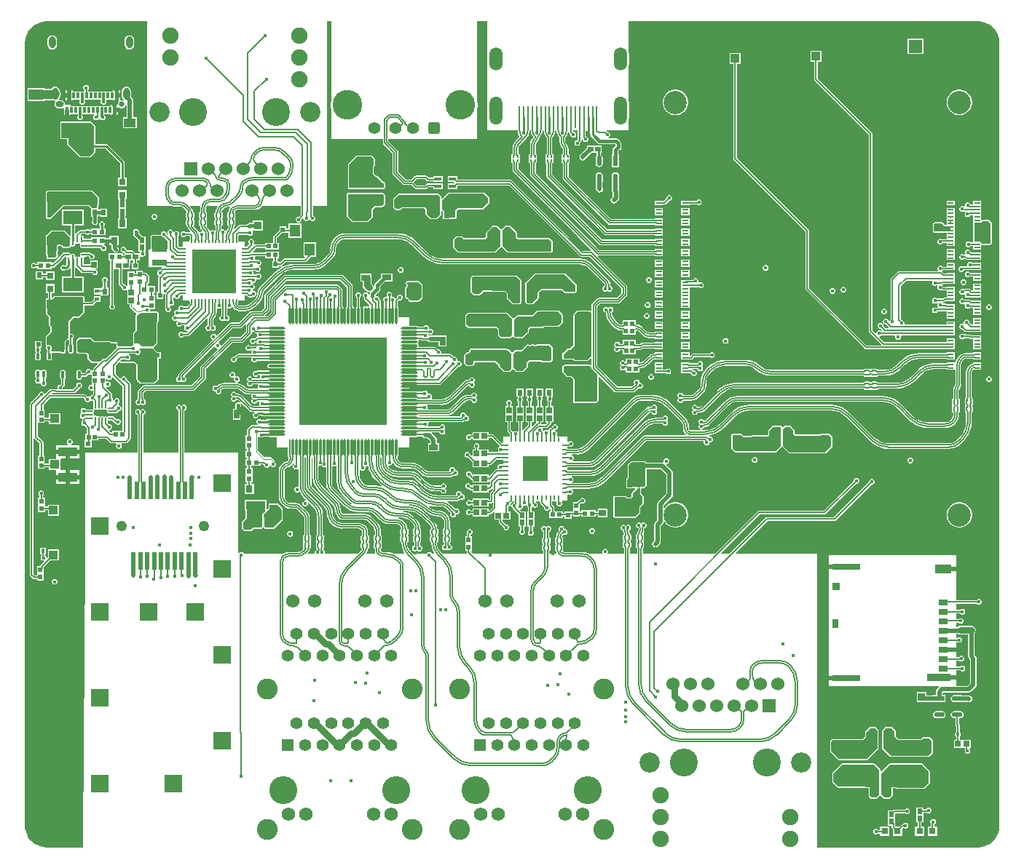
<source format=gtl>
G04*
G04 #@! TF.GenerationSoftware,Altium Limited,Altium Designer,25.1.2 (22)*
G04*
G04 Layer_Physical_Order=1*
G04 Layer_Color=15254943*
%FSLAX44Y44*%
%MOMM*%
G71*
G04*
G04 #@! TF.SameCoordinates,A11DD0CD-F6FC-4396-A5D6-A0F97A1EA5FB*
G04*
G04*
G04 #@! TF.FilePolarity,Positive*
G04*
G01*
G75*
G04:AMPARAMS|DCode=27|XSize=0.565mm|YSize=0.2mm|CornerRadius=0.05mm|HoleSize=0mm|Usage=FLASHONLY|Rotation=270.000|XOffset=0mm|YOffset=0mm|HoleType=Round|Shape=RoundedRectangle|*
%AMROUNDEDRECTD27*
21,1,0.5650,0.1000,0,0,270.0*
21,1,0.4650,0.2000,0,0,270.0*
1,1,0.1000,-0.0500,-0.2325*
1,1,0.1000,-0.0500,0.2325*
1,1,0.1000,0.0500,0.2325*
1,1,0.1000,0.0500,-0.2325*
%
%ADD27ROUNDEDRECTD27*%
%ADD28R,0.5500X0.5000*%
%ADD29R,0.8000X0.8000*%
%ADD30R,0.6000X0.6500*%
%ADD31R,0.5000X0.5500*%
%ADD32R,0.5500X0.6000*%
G04:AMPARAMS|DCode=33|XSize=0.6mm|YSize=0.2mm|CornerRadius=0.05mm|HoleSize=0mm|Usage=FLASHONLY|Rotation=0.000|XOffset=0mm|YOffset=0mm|HoleType=Round|Shape=RoundedRectangle|*
%AMROUNDEDRECTD33*
21,1,0.6000,0.1000,0,0,0.0*
21,1,0.5000,0.2000,0,0,0.0*
1,1,0.1000,0.2500,-0.0500*
1,1,0.1000,-0.2500,-0.0500*
1,1,0.1000,-0.2500,0.0500*
1,1,0.1000,0.2500,0.0500*
%
%ADD33ROUNDEDRECTD33*%
G04:AMPARAMS|DCode=34|XSize=0.6mm|YSize=0.2mm|CornerRadius=0.05mm|HoleSize=0mm|Usage=FLASHONLY|Rotation=90.000|XOffset=0mm|YOffset=0mm|HoleType=Round|Shape=RoundedRectangle|*
%AMROUNDEDRECTD34*
21,1,0.6000,0.1000,0,0,90.0*
21,1,0.5000,0.2000,0,0,90.0*
1,1,0.1000,0.0500,0.2500*
1,1,0.1000,0.0500,-0.2500*
1,1,0.1000,-0.0500,-0.2500*
1,1,0.1000,-0.0500,0.2500*
%
%ADD34ROUNDEDRECTD34*%
G04:AMPARAMS|DCode=35|XSize=0.7mm|YSize=0.2mm|CornerRadius=0.05mm|HoleSize=0mm|Usage=FLASHONLY|Rotation=90.000|XOffset=0mm|YOffset=0mm|HoleType=Round|Shape=RoundedRectangle|*
%AMROUNDEDRECTD35*
21,1,0.7000,0.1000,0,0,90.0*
21,1,0.6000,0.2000,0,0,90.0*
1,1,0.1000,0.0500,0.3000*
1,1,0.1000,0.0500,-0.3000*
1,1,0.1000,-0.0500,-0.3000*
1,1,0.1000,-0.0500,0.3000*
%
%ADD35ROUNDEDRECTD35*%
G04:AMPARAMS|DCode=36|XSize=1.9552mm|YSize=0.2725mm|CornerRadius=0.1362mm|HoleSize=0mm|Usage=FLASHONLY|Rotation=90.000|XOffset=0mm|YOffset=0mm|HoleType=Round|Shape=RoundedRectangle|*
%AMROUNDEDRECTD36*
21,1,1.9552,0.0000,0,0,90.0*
21,1,1.6828,0.2725,0,0,90.0*
1,1,0.2725,0.0000,0.8414*
1,1,0.2725,0.0000,-0.8414*
1,1,0.2725,0.0000,-0.8414*
1,1,0.2725,0.0000,0.8414*
%
%ADD36ROUNDEDRECTD36*%
G04:AMPARAMS|DCode=37|XSize=0.2mm|YSize=0.565mm|CornerRadius=0.05mm|HoleSize=0mm|Usage=FLASHONLY|Rotation=180.000|XOffset=0mm|YOffset=0mm|HoleType=Round|Shape=RoundedRectangle|*
%AMROUNDEDRECTD37*
21,1,0.2000,0.4650,0,0,180.0*
21,1,0.1000,0.5650,0,0,180.0*
1,1,0.1000,-0.0500,0.2325*
1,1,0.1000,0.0500,0.2325*
1,1,0.1000,0.0500,-0.2325*
1,1,0.1000,-0.0500,-0.2325*
%
%ADD37ROUNDEDRECTD37*%
%ADD38R,1.8000X0.8000*%
%ADD39R,0.5811X0.5121*%
G04:AMPARAMS|DCode=40|XSize=0.565mm|YSize=0.2mm|CornerRadius=0.05mm|HoleSize=0mm|Usage=FLASHONLY|Rotation=0.000|XOffset=0mm|YOffset=0mm|HoleType=Round|Shape=RoundedRectangle|*
%AMROUNDEDRECTD40*
21,1,0.5650,0.1000,0,0,0.0*
21,1,0.4650,0.2000,0,0,0.0*
1,1,0.1000,0.2325,-0.0500*
1,1,0.1000,-0.2325,-0.0500*
1,1,0.1000,-0.2325,0.0500*
1,1,0.1000,0.2325,0.0500*
%
%ADD40ROUNDEDRECTD40*%
%ADD41R,0.5000X2.0000*%
%ADD42O,0.2000X0.5000*%
%ADD43R,5.2000X5.2000*%
%ADD44O,0.5000X0.2000*%
%ADD45R,0.9051X0.9062*%
%ADD46R,0.5682X0.5725*%
%ADD47R,1.2000X1.4000*%
%ADD48R,0.5200X0.5200*%
%ADD49R,0.5200X0.5200*%
%ADD50R,0.4000X0.5000*%
%ADD51R,0.6500X0.6500*%
%ADD52R,1.1061X0.9582*%
%ADD53R,1.0000X0.8000*%
%ADD54R,0.9000X0.7500*%
%ADD55R,2.3062X1.5549*%
G04:AMPARAMS|DCode=56|XSize=0.2725mm|YSize=1.9552mm|CornerRadius=0.1362mm|HoleSize=0mm|Usage=FLASHONLY|Rotation=90.000|XOffset=0mm|YOffset=0mm|HoleType=Round|Shape=RoundedRectangle|*
%AMROUNDEDRECTD56*
21,1,0.2725,1.6828,0,0,90.0*
21,1,0.0000,1.9552,0,0,90.0*
1,1,0.2725,0.8414,0.0000*
1,1,0.2725,0.8414,0.0000*
1,1,0.2725,-0.8414,0.0000*
1,1,0.2725,-0.8414,0.0000*
%
%ADD56ROUNDEDRECTD56*%
%ADD57R,0.2725X1.9552*%
%ADD58R,0.5000X0.2500*%
%ADD59R,0.2500X0.5000*%
%ADD60R,0.7500X0.9000*%
%ADD61R,0.2800X2.6000*%
%ADD62R,0.9000X0.4000*%
%ADD63R,0.9000X1.0000*%
%ADD64R,1.0000X0.9000*%
%ADD65R,0.5121X0.5811*%
%ADD66R,0.8000X1.0000*%
%ADD67R,1.0500X0.6500*%
%ADD68R,0.6500X1.0500*%
%ADD69R,0.6000X0.5500*%
G04:AMPARAMS|DCode=70|XSize=0.45mm|YSize=0.3mm|CornerRadius=0.0495mm|HoleSize=0mm|Usage=FLASHONLY|Rotation=180.000|XOffset=0mm|YOffset=0mm|HoleType=Round|Shape=RoundedRectangle|*
%AMROUNDEDRECTD70*
21,1,0.4500,0.2010,0,0,180.0*
21,1,0.3510,0.3000,0,0,180.0*
1,1,0.0990,-0.1755,0.1005*
1,1,0.0990,0.1755,0.1005*
1,1,0.0990,0.1755,-0.1005*
1,1,0.0990,-0.1755,-0.1005*
%
%ADD70ROUNDEDRECTD70*%
%ADD71R,0.9582X1.1061*%
G04:AMPARAMS|DCode=72|XSize=0.25mm|YSize=0.675mm|CornerRadius=0.05mm|HoleSize=0mm|Usage=FLASHONLY|Rotation=180.000|XOffset=0mm|YOffset=0mm|HoleType=Round|Shape=RoundedRectangle|*
%AMROUNDEDRECTD72*
21,1,0.2500,0.5750,0,0,180.0*
21,1,0.1500,0.6750,0,0,180.0*
1,1,0.1000,-0.0750,0.2875*
1,1,0.1000,0.0750,0.2875*
1,1,0.1000,0.0750,-0.2875*
1,1,0.1000,-0.0750,-0.2875*
%
%ADD72ROUNDEDRECTD72*%
G04:AMPARAMS|DCode=73|XSize=1.225mm|YSize=0.25mm|CornerRadius=0.05mm|HoleSize=0mm|Usage=FLASHONLY|Rotation=180.000|XOffset=0mm|YOffset=0mm|HoleType=Round|Shape=RoundedRectangle|*
%AMROUNDEDRECTD73*
21,1,1.2250,0.1500,0,0,180.0*
21,1,1.1250,0.2500,0,0,180.0*
1,1,0.1000,-0.5625,0.0750*
1,1,0.1000,0.5625,0.0750*
1,1,0.1000,0.5625,-0.0750*
1,1,0.1000,-0.5625,-0.0750*
%
%ADD73ROUNDEDRECTD73*%
G04:AMPARAMS|DCode=74|XSize=0.25mm|YSize=0.975mm|CornerRadius=0.05mm|HoleSize=0mm|Usage=FLASHONLY|Rotation=180.000|XOffset=0mm|YOffset=0mm|HoleType=Round|Shape=RoundedRectangle|*
%AMROUNDEDRECTD74*
21,1,0.2500,0.8750,0,0,180.0*
21,1,0.1500,0.9750,0,0,180.0*
1,1,0.1000,-0.0750,0.4375*
1,1,0.1000,0.0750,0.4375*
1,1,0.1000,0.0750,-0.4375*
1,1,0.1000,-0.0750,-0.4375*
%
%ADD74ROUNDEDRECTD74*%
G04:AMPARAMS|DCode=75|XSize=0.625mm|YSize=0.25mm|CornerRadius=0.05mm|HoleSize=0mm|Usage=FLASHONLY|Rotation=180.000|XOffset=0mm|YOffset=0mm|HoleType=Round|Shape=RoundedRectangle|*
%AMROUNDEDRECTD75*
21,1,0.6250,0.1500,0,0,180.0*
21,1,0.5250,0.2500,0,0,180.0*
1,1,0.1000,-0.2625,0.0750*
1,1,0.1000,0.2625,0.0750*
1,1,0.1000,0.2625,-0.0750*
1,1,0.1000,-0.2625,-0.0750*
%
%ADD75ROUNDEDRECTD75*%
%ADD76R,0.4500X0.6750*%
%ADD77R,1.6039X1.8062*%
%ADD78R,0.5500X0.4500*%
%ADD79R,0.8000X0.8000*%
%ADD80R,2.4000X1.6500*%
%ADD81O,0.4000X0.9000*%
%ADD82R,0.6750X0.4500*%
%ADD83R,0.8000X0.9000*%
%ADD84R,1.7062X1.2034*%
%ADD85R,1.3500X1.0000*%
G04:AMPARAMS|DCode=86|XSize=0.4mm|YSize=0.65mm|CornerRadius=0.05mm|HoleSize=0mm|Usage=FLASHONLY|Rotation=180.000|XOffset=0mm|YOffset=0mm|HoleType=Round|Shape=RoundedRectangle|*
%AMROUNDEDRECTD86*
21,1,0.4000,0.5500,0,0,180.0*
21,1,0.3000,0.6500,0,0,180.0*
1,1,0.1000,-0.1500,0.2750*
1,1,0.1000,0.1500,0.2750*
1,1,0.1000,0.1500,-0.2750*
1,1,0.1000,-0.1500,-0.2750*
%
%ADD86ROUNDEDRECTD86*%
%ADD87R,0.6500X0.6000*%
%ADD88R,0.6500X0.7000*%
%ADD89R,0.7000X0.6500*%
%ADD90R,0.2300X0.3000*%
G04:AMPARAMS|DCode=91|XSize=1.2196mm|YSize=0.5885mm|CornerRadius=0.2942mm|HoleSize=0mm|Usage=FLASHONLY|Rotation=270.000|XOffset=0mm|YOffset=0mm|HoleType=Round|Shape=RoundedRectangle|*
%AMROUNDEDRECTD91*
21,1,1.2196,0.0000,0,0,270.0*
21,1,0.6311,0.5885,0,0,270.0*
1,1,0.5885,0.0000,-0.3156*
1,1,0.5885,0.0000,0.3156*
1,1,0.5885,0.0000,0.3156*
1,1,0.5885,0.0000,-0.3156*
%
%ADD91ROUNDEDRECTD91*%
%ADD92R,0.5885X1.2196*%
%ADD93R,0.3000X0.3000*%
%ADD94R,0.6725X0.7154*%
%ADD95R,0.9000X0.8000*%
%ADD96R,0.3000X0.3000*%
%ADD97R,0.7154X0.6725*%
%ADD98R,0.9300X0.9000*%
%ADD99R,0.7800X1.0500*%
%ADD100R,1.8300X1.1400*%
%ADD101R,3.3000X0.7000*%
%ADD102R,2.8000X0.8600*%
%ADD103R,1.1000X0.7000*%
G04:AMPARAMS|DCode=104|XSize=1.2196mm|YSize=0.5885mm|CornerRadius=0.2942mm|HoleSize=0mm|Usage=FLASHONLY|Rotation=0.000|XOffset=0mm|YOffset=0mm|HoleType=Round|Shape=RoundedRectangle|*
%AMROUNDEDRECTD104*
21,1,1.2196,0.0000,0,0,0.0*
21,1,0.6311,0.5885,0,0,0.0*
1,1,0.5885,0.3156,0.0000*
1,1,0.5885,-0.3156,0.0000*
1,1,0.5885,-0.3156,0.0000*
1,1,0.5885,0.3156,0.0000*
%
%ADD104ROUNDEDRECTD104*%
%ADD105R,1.2196X0.5885*%
%ADD106R,0.3000X0.7000*%
G04:AMPARAMS|DCode=107|XSize=0.565mm|YSize=0.4mm|CornerRadius=0.05mm|HoleSize=0mm|Usage=FLASHONLY|Rotation=270.000|XOffset=0mm|YOffset=0mm|HoleType=Round|Shape=RoundedRectangle|*
%AMROUNDEDRECTD107*
21,1,0.5650,0.3000,0,0,270.0*
21,1,0.4650,0.4000,0,0,270.0*
1,1,0.1000,-0.1500,-0.2325*
1,1,0.1000,-0.1500,0.2325*
1,1,0.1000,0.1500,0.2325*
1,1,0.1000,0.1500,-0.2325*
%
%ADD107ROUNDEDRECTD107*%
G04:AMPARAMS|DCode=114|XSize=0.565mm|YSize=0.4mm|CornerRadius=0.05mm|HoleSize=0mm|Usage=FLASHONLY|Rotation=0.000|XOffset=0mm|YOffset=0mm|HoleType=Round|Shape=RoundedRectangle|*
%AMROUNDEDRECTD114*
21,1,0.5650,0.3000,0,0,0.0*
21,1,0.4650,0.4000,0,0,0.0*
1,1,0.1000,0.2325,-0.1500*
1,1,0.1000,-0.2325,-0.1500*
1,1,0.1000,-0.2325,0.1500*
1,1,0.1000,0.2325,0.1500*
%
%ADD114ROUNDEDRECTD114*%
%ADD119R,1.0500X1.0000*%
%ADD120R,2.2000X1.0500*%
%ADD122R,0.7000X0.2000*%
%ADD123R,1.0000X1.0500*%
%ADD124R,1.0500X2.2000*%
%ADD126R,10.1500X10.1500*%
G04:AMPARAMS|DCode=137|XSize=1mm|YSize=1.6mm|CornerRadius=0.05mm|HoleSize=0mm|Usage=FLASHONLY|Rotation=180.000|XOffset=0mm|YOffset=0mm|HoleType=Round|Shape=RoundedRectangle|*
%AMROUNDEDRECTD137*
21,1,1.0000,1.5000,0,0,180.0*
21,1,0.9000,1.6000,0,0,180.0*
1,1,0.1000,-0.4500,0.7500*
1,1,0.1000,0.4500,0.7500*
1,1,0.1000,0.4500,-0.7500*
1,1,0.1000,-0.4500,-0.7500*
%
%ADD137ROUNDEDRECTD137*%
%ADD154C,1.3890*%
%ADD160R,1.3890X1.3890*%
%ADD161C,1.5660*%
%ADD162C,2.4248*%
%ADD163C,3.2512*%
%ADD164C,1.5700*%
%ADD165R,1.5700X1.5700*%
G04:AMPARAMS|DCode=175|XSize=0.8mm|YSize=1.4mm|CornerRadius=0.4mm|HoleSize=0mm|Usage=FLASHONLY|Rotation=180.000|XOffset=0mm|YOffset=0mm|HoleType=Round|Shape=RoundedRectangle|*
%AMROUNDEDRECTD175*
21,1,0.8000,0.6000,0,0,180.0*
21,1,0.0000,1.4000,0,0,180.0*
1,1,0.8000,0.0000,0.3000*
1,1,0.8000,0.0000,0.3000*
1,1,0.8000,0.0000,-0.3000*
1,1,0.8000,0.0000,-0.3000*
%
%ADD175ROUNDEDRECTD175*%
G04:AMPARAMS|DCode=176|XSize=0.95mm|YSize=0.65mm|CornerRadius=0.325mm|HoleSize=0mm|Usage=FLASHONLY|Rotation=180.000|XOffset=0mm|YOffset=0mm|HoleType=Round|Shape=RoundedRectangle|*
%AMROUNDEDRECTD176*
21,1,0.9500,0.0000,0,0,180.0*
21,1,0.3000,0.6500,0,0,180.0*
1,1,0.6500,-0.1500,0.0000*
1,1,0.6500,0.1500,0.0000*
1,1,0.6500,0.1500,0.0000*
1,1,0.6500,-0.1500,0.0000*
%
%ADD176ROUNDEDRECTD176*%
%ADD177C,0.6500*%
%ADD178C,0.1366*%
%ADD179C,0.1524*%
G04:AMPARAMS|DCode=180|XSize=0.4mm|YSize=0.565mm|CornerRadius=0.05mm|HoleSize=0mm|Usage=FLASHONLY|Rotation=180.000|XOffset=0mm|YOffset=0mm|HoleType=Round|Shape=RoundedRectangle|*
%AMROUNDEDRECTD180*
21,1,0.4000,0.4650,0,0,180.0*
21,1,0.3000,0.5650,0,0,180.0*
1,1,0.1000,-0.1500,0.2325*
1,1,0.1000,0.1500,0.2325*
1,1,0.1000,0.1500,-0.2325*
1,1,0.1000,-0.1500,-0.2325*
%
%ADD180ROUNDEDRECTD180*%
%ADD181R,3.0000X3.0000*%
G04:AMPARAMS|DCode=182|XSize=0.2mm|YSize=0.2mm|CornerRadius=0.05mm|HoleSize=0mm|Usage=FLASHONLY|Rotation=0.000|XOffset=0mm|YOffset=0mm|HoleType=Round|Shape=RoundedRectangle|*
%AMROUNDEDRECTD182*
21,1,0.2000,0.1000,0,0,0.0*
21,1,0.1000,0.2000,0,0,0.0*
1,1,0.1000,0.0500,-0.0500*
1,1,0.1000,-0.0500,-0.0500*
1,1,0.1000,-0.0500,0.0500*
1,1,0.1000,0.0500,0.0500*
%
%ADD182ROUNDEDRECTD182*%
%ADD183C,0.1847*%
%ADD184C,0.1263*%
%ADD185C,0.2032*%
%ADD186C,0.5080*%
%ADD187C,0.3810*%
%ADD188C,0.7620*%
%ADD189C,0.2540*%
%ADD190C,0.3048*%
%ADD191C,1.0160*%
%ADD192C,2.3550*%
%ADD193C,1.5300*%
%ADD194C,1.9050*%
%ADD195C,3.2500*%
%ADD196R,1.5300X1.5300*%
%ADD197R,2.0000X2.0000*%
%ADD198C,1.2500*%
%ADD199O,1.5000X2.7000*%
%ADD200O,1.5000X3.3000*%
%ADD201C,2.7000*%
%ADD202C,1.4200*%
G04:AMPARAMS|DCode=203|XSize=1.42mm|YSize=1.42mm|CornerRadius=0.355mm|HoleSize=0mm|Usage=FLASHONLY|Rotation=180.000|XOffset=0mm|YOffset=0mm|HoleType=Round|Shape=RoundedRectangle|*
%AMROUNDEDRECTD203*
21,1,1.4200,0.7100,0,0,180.0*
21,1,0.7100,1.4200,0,0,180.0*
1,1,0.7100,-0.3550,0.3550*
1,1,0.7100,0.3550,0.3550*
1,1,0.7100,0.3550,-0.3550*
1,1,0.7100,-0.3550,-0.3550*
%
%ADD203ROUNDEDRECTD203*%
%ADD204C,3.4500*%
%ADD205C,0.4064*%
%ADD206C,0.3000*%
%ADD207C,0.5000*%
%ADD208C,4.0000*%
G36*
X1117838Y965819D02*
X1122489Y964408D01*
X1126776Y962117D01*
X1130533Y959033D01*
X1133617Y955275D01*
X1135908Y950989D01*
X1137319Y946337D01*
X1137821Y941245D01*
Y30254D01*
X1137319Y25162D01*
X1135908Y20511D01*
X1133617Y16224D01*
X1130533Y12466D01*
X1126776Y9383D01*
X1122489Y7092D01*
X1117837Y5681D01*
X1112746Y5179D01*
X925830D01*
Y346710D01*
X831556D01*
X831118Y347766D01*
X868466Y385114D01*
X946150D01*
X947006Y385284D01*
X947731Y385769D01*
X989191Y427228D01*
X989987D01*
X991200Y427731D01*
X992129Y428660D01*
X992632Y429873D01*
Y431187D01*
X992129Y432400D01*
X991200Y433329D01*
X989987Y433832D01*
X988673D01*
X987460Y433329D01*
X986531Y432400D01*
X986028Y431187D01*
Y430391D01*
X945224Y389586D01*
X867540D01*
X866684Y389416D01*
X865958Y388931D01*
X823737Y346710D01*
X814916D01*
X814479Y347766D01*
X859446Y392734D01*
X934720D01*
X935576Y392904D01*
X936301Y393389D01*
X971411Y428498D01*
X972207D01*
X973420Y429001D01*
X974349Y429930D01*
X974852Y431143D01*
Y432457D01*
X974349Y433670D01*
X973420Y434599D01*
X972207Y435102D01*
X970893D01*
X969680Y434599D01*
X968751Y433670D01*
X968248Y432457D01*
Y431661D01*
X933794Y397206D01*
X858520D01*
X857664Y397036D01*
X856939Y396551D01*
X807097Y346710D01*
X723199D01*
Y353336D01*
X723234D01*
X723240Y353350D01*
X723581Y353418D01*
X724166Y353809D01*
X724557Y354394D01*
X724695Y355085D01*
Y359735D01*
X724557Y360426D01*
X724166Y361011D01*
Y362159D01*
X724557Y362744D01*
X724695Y363435D01*
Y368085D01*
X724557Y368776D01*
X724166Y369361D01*
X723684Y369683D01*
X724408Y370767D01*
X724876Y373124D01*
X724796D01*
Y376428D01*
X724811D01*
X726024Y376931D01*
X726953Y377860D01*
X727456Y379073D01*
Y380387D01*
X726953Y381600D01*
X726024Y382529D01*
X724811Y383032D01*
X723497D01*
X722284Y382529D01*
X721487Y381733D01*
X720690Y382529D01*
X719477Y383032D01*
X718163D01*
X716950Y382529D01*
X716021Y381600D01*
X715518Y380387D01*
Y379073D01*
X716021Y377860D01*
X716950Y376931D01*
X718163Y376428D01*
X718178D01*
Y374190D01*
X717913Y373157D01*
X717913Y373157D01*
X716888Y371623D01*
X716529Y369818D01*
X716199Y369752D01*
X715614Y369361D01*
X715223Y368776D01*
X715085Y368085D01*
Y363435D01*
X715223Y362744D01*
X715614Y362159D01*
Y361011D01*
X715223Y360426D01*
X715085Y359735D01*
Y355085D01*
X715223Y354394D01*
X715614Y353809D01*
X716199Y353418D01*
X716540Y353350D01*
X716546Y353336D01*
X716581D01*
Y346710D01*
X708199D01*
Y353336D01*
X708234D01*
X708240Y353350D01*
X708581Y353418D01*
X709166Y353809D01*
X709557Y354394D01*
X709695Y355085D01*
Y359735D01*
X709557Y360426D01*
X709166Y361011D01*
Y362159D01*
X709557Y362744D01*
X709695Y363435D01*
Y368085D01*
X709557Y368776D01*
X709166Y369361D01*
X708864Y369563D01*
X708247Y370450D01*
D01*
X707905Y372169D01*
X707409Y372913D01*
X707804Y374314D01*
X707990Y374391D01*
X708919Y375320D01*
X709422Y376533D01*
Y377847D01*
X708919Y379060D01*
X707990Y379989D01*
X706777Y380492D01*
X705463D01*
X704250Y379989D01*
X703453Y379193D01*
X702656Y379989D01*
X701443Y380492D01*
X700129D01*
X698916Y379989D01*
X697987Y379060D01*
X697484Y377847D01*
Y376533D01*
X697987Y375320D01*
X698916Y374391D01*
X699923Y373973D01*
X700092Y372901D01*
X700092D01*
X700448Y371113D01*
X701260Y369898D01*
X701199Y369752D01*
X700614Y369361D01*
X700223Y368776D01*
X700085Y368085D01*
Y363435D01*
X700223Y362744D01*
X700614Y362159D01*
Y361011D01*
X700223Y360426D01*
X700085Y359735D01*
Y355085D01*
X700223Y354394D01*
X700614Y353809D01*
X701199Y353418D01*
X701540Y353350D01*
X701546Y353336D01*
X701581D01*
Y346710D01*
X683073D01*
X682445Y347853D01*
X682752Y348593D01*
Y349907D01*
X682249Y351120D01*
X681320Y352049D01*
X680107Y352552D01*
X678793D01*
X677580Y352049D01*
X676651Y351120D01*
X676148Y349907D01*
Y348593D01*
X676455Y347853D01*
X675827Y346710D01*
X660697D01*
X659347Y347432D01*
X656108Y348414D01*
X652739Y348746D01*
Y348701D01*
X632460D01*
Y348707D01*
X630811Y349035D01*
X630573Y349194D01*
X630487Y349522D01*
X630456Y350648D01*
X630657Y350949D01*
X630795Y351640D01*
Y356290D01*
X630657Y356981D01*
X630266Y357566D01*
Y358714D01*
X630657Y359299D01*
X630795Y359990D01*
Y364640D01*
X630657Y365331D01*
X630266Y365916D01*
X630024Y366078D01*
X629626Y366576D01*
X629445Y367468D01*
X629447Y367485D01*
X629538Y367942D01*
X629883Y368460D01*
X630178Y368815D01*
X631129Y369087D01*
X631803Y368808D01*
X633117D01*
X634330Y369311D01*
X635259Y370240D01*
X635762Y371453D01*
Y372767D01*
X635259Y373980D01*
X634330Y374909D01*
X633117Y375412D01*
X631990D01*
Y376539D01*
X631488Y377752D01*
X630559Y378681D01*
X629345Y379184D01*
X628032D01*
X626818Y378681D01*
X625889Y377752D01*
X625386Y376539D01*
Y375225D01*
X625889Y374011D01*
X625899Y374001D01*
X625035Y373137D01*
X624993Y373137D01*
X624993Y373137D01*
X623722Y371481D01*
X622923Y369552D01*
X622651Y367483D01*
X622651D01*
X622646Y366389D01*
X622640Y366375D01*
X622299Y366307D01*
X621714Y365916D01*
X621323Y365331D01*
X621185Y364640D01*
Y359990D01*
X621323Y359299D01*
X621714Y358714D01*
Y357566D01*
X621323Y356981D01*
X621185Y356290D01*
Y351640D01*
X621323Y350949D01*
X621714Y350364D01*
X622040Y350146D01*
X622629Y349247D01*
D01*
X622907Y347853D01*
X622215Y346710D01*
X614299D01*
Y349891D01*
X614334D01*
X614340Y349905D01*
X614681Y349973D01*
X615266Y350364D01*
X615657Y350949D01*
X615795Y351640D01*
Y356290D01*
X615657Y356981D01*
X615266Y357566D01*
Y358714D01*
X615657Y359299D01*
X615795Y359990D01*
Y364640D01*
X615657Y365331D01*
X615266Y365916D01*
X614681Y366307D01*
X614340Y366375D01*
X614334Y366389D01*
X614299D01*
Y372618D01*
X614314D01*
X615527Y373121D01*
X616456Y374050D01*
X616959Y375263D01*
Y376577D01*
X616456Y377790D01*
X615527Y378719D01*
X614314Y379222D01*
X613000D01*
X611787Y378719D01*
X610990Y377923D01*
X610193Y378719D01*
X608980Y379222D01*
X607666D01*
X606453Y378719D01*
X605524Y377790D01*
X605021Y376577D01*
Y375263D01*
X605524Y374050D01*
X606453Y373121D01*
X607666Y372618D01*
X607681D01*
Y366389D01*
X607646D01*
X607640Y366375D01*
X607299Y366307D01*
X606714Y365916D01*
X606323Y365331D01*
X606185Y364640D01*
Y359990D01*
X606323Y359299D01*
X606714Y358714D01*
Y357566D01*
X606323Y356981D01*
X606185Y356290D01*
Y351640D01*
X606323Y350949D01*
X606714Y350364D01*
X607299Y349973D01*
X607640Y349905D01*
X607646Y349891D01*
X607681D01*
Y346710D01*
X526149D01*
X524088Y348771D01*
X524561Y349914D01*
X524760D01*
Y358414D01*
Y366954D01*
X522977D01*
Y368953D01*
X523840Y369311D01*
X524769Y370240D01*
X525272Y371453D01*
Y372767D01*
X524769Y373980D01*
X523840Y374909D01*
X522627Y375412D01*
X521313D01*
X520100Y374909D01*
X519171Y373980D01*
X518668Y372767D01*
Y371453D01*
X518751Y371252D01*
X518674Y371136D01*
X518504Y370280D01*
Y366954D01*
X516720D01*
Y358414D01*
Y349914D01*
X518504D01*
Y348956D01*
X518674Y348100D01*
X518839Y347853D01*
X518253Y346710D01*
X490496D01*
X488689Y348517D01*
X488697Y348524D01*
X486690Y350971D01*
X485198Y353762D01*
X484279Y356790D01*
X483971Y359916D01*
X483993Y359940D01*
X484339Y360022D01*
X484924Y360413D01*
X484925Y360413D01*
X484934Y360427D01*
X485316Y360998D01*
X485453Y361689D01*
Y366339D01*
X485316Y367029D01*
X484925Y367615D01*
Y368763D01*
X485316Y369348D01*
X485453Y370039D01*
Y374689D01*
X485316Y375379D01*
X484925Y375965D01*
X484339Y376356D01*
X483958Y376432D01*
Y377794D01*
X483988D01*
X483715Y379871D01*
X482913Y381807D01*
X481637Y383470D01*
X481615Y383448D01*
X470529Y394534D01*
X470568Y394573D01*
X466986Y397632D01*
X462969Y400094D01*
X458617Y401896D01*
X454037Y402996D01*
X451828Y403170D01*
X451873Y404313D01*
X453125D01*
X453206Y404329D01*
X457696Y403887D01*
X462092Y402553D01*
X466143Y400388D01*
X469623Y397532D01*
X469666Y397468D01*
X471496Y395638D01*
X471595Y395572D01*
X471672Y395481D01*
X472531Y394806D01*
X472672Y394734D01*
X473780Y393825D01*
X477315Y391935D01*
X481151Y390771D01*
X482578Y390631D01*
X482728Y390582D01*
X483813Y390453D01*
X483931Y390462D01*
X484048Y390439D01*
X485358Y390439D01*
X485358Y390439D01*
Y390407D01*
X485367Y390406D01*
X487079Y390180D01*
X488682Y389516D01*
X490059Y388460D01*
X490059Y388459D01*
X490059Y388459D01*
X490760Y387561D01*
X491287Y386874D01*
X492054Y385021D01*
X492316Y383033D01*
X492339D01*
Y376432D01*
X491958Y376356D01*
X491372Y375965D01*
X490981Y375379D01*
X490844Y374689D01*
Y370039D01*
X490981Y369348D01*
X491372Y368763D01*
Y367615D01*
X490981Y367029D01*
X490844Y366339D01*
Y361689D01*
X490981Y360998D01*
X491372Y360413D01*
X491958Y360022D01*
X492299Y359954D01*
X492304Y359940D01*
X492339D01*
Y357632D01*
X492325D01*
X491111Y357129D01*
X490182Y356200D01*
X489679Y354987D01*
Y353673D01*
X490182Y352460D01*
X491111Y351531D01*
X492325Y351028D01*
X493638D01*
X494852Y351531D01*
X495648Y352327D01*
X496445Y351531D01*
X497659Y351028D01*
X498972D01*
X500186Y351531D01*
X501115Y352460D01*
X501618Y353673D01*
Y354987D01*
X501115Y356200D01*
X500186Y357129D01*
X498972Y357632D01*
X498958D01*
Y359940D01*
X498993D01*
X498998Y359954D01*
X499339Y360022D01*
X499925Y360413D01*
X500316Y360998D01*
X500453Y361689D01*
Y366339D01*
X500316Y367029D01*
X499925Y367615D01*
Y368763D01*
X500316Y369348D01*
X500453Y370039D01*
Y374689D01*
X500316Y375379D01*
X499925Y375965D01*
X499339Y376356D01*
X498958Y376432D01*
Y383063D01*
X499042D01*
X498554Y386773D01*
X497122Y390231D01*
X495475Y392376D01*
X494843Y393200D01*
X494843D01*
X493939Y393893D01*
X492039Y395351D01*
X488831Y396680D01*
X485388Y397133D01*
Y397133D01*
X484250Y397145D01*
X481569Y397498D01*
X478241Y398877D01*
X476273Y400386D01*
X476133Y400500D01*
X475404Y401090D01*
X474667Y401827D01*
X475248Y402863D01*
X478073Y402184D01*
X482776Y401814D01*
Y401869D01*
X482776Y401869D01*
X488662D01*
Y401861D01*
X491104Y401539D01*
X493379Y400597D01*
X495333Y399098D01*
X495339Y399103D01*
X500131Y394311D01*
X500121Y394300D01*
X499618Y393087D01*
Y391773D01*
X500121Y390560D01*
X501050Y389631D01*
X502263Y389128D01*
X503577D01*
X504790Y389631D01*
X505719Y390560D01*
X506222Y391773D01*
Y392900D01*
X507349D01*
X508562Y393402D01*
X509491Y394331D01*
X509994Y395545D01*
Y396858D01*
X509491Y398072D01*
X508562Y399001D01*
X507349Y399504D01*
X506035D01*
X504821Y399001D01*
X504811Y398991D01*
X500002Y403799D01*
X500030Y403827D01*
X497598Y405822D01*
X495433Y406980D01*
X495719Y408123D01*
X506934D01*
Y408051D01*
X509133Y408488D01*
X510998Y409734D01*
X512089Y409609D01*
X512385Y409486D01*
X513699D01*
X514912Y409989D01*
X515841Y410918D01*
X516344Y412132D01*
Y413445D01*
X515841Y414659D01*
X514912Y415588D01*
X513699Y416090D01*
X512572D01*
Y417217D01*
X512069Y418430D01*
X511140Y419359D01*
X509927Y419862D01*
X508613D01*
X507400Y419359D01*
X506471Y418430D01*
X505968Y417217D01*
Y415903D01*
X505976Y415884D01*
X505212Y414741D01*
X485419D01*
X485338Y414725D01*
X480847Y415168D01*
X476452Y416501D01*
X472400Y418666D01*
X468912Y421529D01*
X468866Y421598D01*
X463814Y426650D01*
X463038Y427491D01*
X463038Y427491D01*
X460375Y429677D01*
X457337Y431301D01*
X454041Y432301D01*
X450612Y432638D01*
Y432592D01*
X440980D01*
X440899Y432576D01*
X436409Y433018D01*
X432013Y434352D01*
X427962Y436517D01*
X424474Y439380D01*
X424428Y439448D01*
X421778Y442098D01*
X421719Y442137D01*
X419686Y444787D01*
X418381Y447937D01*
X417945Y451248D01*
X417959Y451317D01*
Y458695D01*
X418650Y459095D01*
X419341Y458695D01*
Y452402D01*
X419259D01*
X419738Y448759D01*
X421144Y445364D01*
X423381Y442448D01*
X423381Y442448D01*
X424266Y441739D01*
X426740Y439709D01*
X430550Y437673D01*
X434684Y436418D01*
X438984Y435995D01*
Y436063D01*
X453840D01*
X453925Y436080D01*
X456284Y435611D01*
X458284Y434274D01*
X458332Y434202D01*
X466988Y425546D01*
X466988Y425546D01*
X466944Y425503D01*
X470095Y422916D01*
X473690Y420995D01*
X477591Y419812D01*
X481648Y419412D01*
Y419474D01*
X488188D01*
Y419459D01*
X488691Y418246D01*
X489620Y417317D01*
X490833Y416814D01*
X492147D01*
X493360Y417317D01*
X494289Y418246D01*
X494792Y419459D01*
Y420773D01*
X494289Y421987D01*
X493493Y422783D01*
X494289Y423580D01*
X494792Y424793D01*
Y426107D01*
X494289Y427321D01*
X493360Y428249D01*
X492147Y428752D01*
X490833D01*
X489620Y428249D01*
X488691Y427321D01*
X488188Y426107D01*
Y426092D01*
X482194D01*
Y426107D01*
X479186Y426403D01*
X476294Y427280D01*
X473628Y428705D01*
X471292Y430622D01*
X471282Y430612D01*
X463814Y438080D01*
X463057Y438940D01*
X463057Y438940D01*
X460360Y441010D01*
X457219Y442311D01*
X453849Y442754D01*
Y442681D01*
X438984D01*
Y442696D01*
X435992Y442991D01*
X433115Y443864D01*
X430463Y445281D01*
X428147Y447182D01*
X428146Y447196D01*
X428146Y447196D01*
X428146Y447196D01*
X426973Y448724D01*
X426955Y448770D01*
X427830Y449645D01*
X427962Y449590D01*
X429276D01*
X430489Y450093D01*
X431418Y451021D01*
X431873Y452121D01*
X432198Y452269D01*
X433064Y452374D01*
X434180Y450919D01*
X434840Y450049D01*
Y450049D01*
X437599Y447932D01*
X440812Y446601D01*
X444260Y446147D01*
Y446223D01*
X453801D01*
X453859Y446234D01*
X457062Y445813D01*
X460100Y444554D01*
X461850Y443211D01*
X462709Y442526D01*
X462710Y442524D01*
X462710Y442524D01*
X463516Y441718D01*
X465954Y439280D01*
X465954Y439280D01*
X465914Y439240D01*
X468201Y437486D01*
X470864Y436383D01*
X473721Y436007D01*
Y436063D01*
X473721Y436063D01*
X499314D01*
Y435991D01*
X501513Y436428D01*
X503378Y437674D01*
X504469Y437549D01*
X504765Y437426D01*
X506078D01*
X507292Y437929D01*
X508221Y438858D01*
X508724Y440071D01*
Y441385D01*
X508221Y442599D01*
X507292Y443528D01*
X506078Y444030D01*
X504952D01*
Y445157D01*
X504449Y446371D01*
X503520Y447299D01*
X502307Y447802D01*
X500993D01*
X499780Y447299D01*
X498851Y446371D01*
X498348Y445157D01*
Y443843D01*
X498356Y443824D01*
X497592Y442681D01*
X473724D01*
Y442686D01*
X472052Y443019D01*
X470635Y443965D01*
X470632Y443962D01*
X467375Y447219D01*
X467413Y447257D01*
X464496Y449651D01*
X461168Y451430D01*
X457557Y452526D01*
X453801Y452896D01*
Y452841D01*
X444260D01*
Y452874D01*
X442553Y453098D01*
X440962Y453757D01*
X439596Y454806D01*
X439585Y454820D01*
X438937Y455696D01*
X438358Y456562D01*
X438168Y457521D01*
X437999Y458596D01*
X437995Y458625D01*
X437959Y459768D01*
Y459910D01*
X438548Y460303D01*
X439130Y461174D01*
X439334Y462201D01*
Y470615D01*
X451405D01*
Y482686D01*
X459819D01*
X460846Y482890D01*
X461068Y483039D01*
X467337D01*
X467801Y482345D01*
X469061Y481503D01*
X470548Y481207D01*
X472639D01*
X476175Y477671D01*
Y475300D01*
X473540D01*
Y466260D01*
X486580D01*
Y475300D01*
X483945D01*
Y479280D01*
X483649Y480767D01*
X482807Y482027D01*
X477916Y486918D01*
X478389Y488061D01*
X486918D01*
Y488046D01*
X487421Y486833D01*
X488350Y485904D01*
X489563Y485401D01*
X490877D01*
X492090Y485904D01*
X493019Y486833D01*
X493522Y488046D01*
Y489360D01*
X493019Y490573D01*
X492223Y491370D01*
X493019Y492167D01*
X493522Y493380D01*
Y494694D01*
X493019Y495907D01*
X492090Y496836D01*
X490877Y497339D01*
X489563D01*
X488350Y496836D01*
X487421Y495907D01*
X486918Y494694D01*
Y494679D01*
X473550D01*
X473077Y495822D01*
X473303Y496049D01*
X473806Y497262D01*
Y498576D01*
X473664Y498918D01*
X474428Y500061D01*
X512864D01*
Y500005D01*
X514731Y500377D01*
X516285Y501415D01*
X517465Y500926D01*
X518778D01*
X519992Y501429D01*
X520921Y502358D01*
X521424Y503572D01*
Y504885D01*
X520921Y506099D01*
X519992Y507028D01*
X518778Y507530D01*
X517652D01*
Y508657D01*
X517149Y509870D01*
X516220Y510799D01*
X515007Y511302D01*
X513693D01*
X512480Y510799D01*
X511551Y509870D01*
X511048Y508657D01*
Y507343D01*
X510604Y506679D01*
X463325D01*
X462925Y507370D01*
X463325Y508061D01*
X496374D01*
Y508011D01*
X499049Y508363D01*
X501542Y509395D01*
X503683Y511038D01*
X503647Y511073D01*
X515007Y522433D01*
X515812Y523238D01*
X515814Y523241D01*
X516694Y523874D01*
X517901Y524680D01*
X520293Y525156D01*
X520383Y525138D01*
X523748D01*
Y525123D01*
X524251Y523910D01*
X525180Y522981D01*
X526393Y522478D01*
X527707D01*
X528920Y522981D01*
X529849Y523910D01*
X530352Y525123D01*
Y526437D01*
X529849Y527650D01*
X529053Y528447D01*
X529849Y529244D01*
X530352Y530457D01*
Y531771D01*
X529849Y532985D01*
X528920Y533913D01*
X527707Y534416D01*
X526393D01*
X525180Y533913D01*
X524251Y532985D01*
X523748Y531771D01*
Y531756D01*
X520383D01*
Y531830D01*
X516982Y531383D01*
X513812Y530070D01*
X511090Y527981D01*
X511143Y527929D01*
X511143Y527929D01*
X498972Y515758D01*
X498959Y515771D01*
X497770Y514977D01*
X496368Y514698D01*
Y514679D01*
X473796D01*
X473032Y515822D01*
X473202Y516233D01*
Y517547D01*
X472699Y518760D01*
X472542Y518918D01*
X473016Y520061D01*
X488572D01*
Y519996D01*
X492740Y520407D01*
X496748Y521622D01*
X500441Y523597D01*
X503679Y526253D01*
X503633Y526299D01*
X519773Y542439D01*
X519814Y542398D01*
X520152Y542623D01*
X521224Y542469D01*
X521587Y541989D01*
X521711Y541690D01*
X522640Y540761D01*
X523853Y540258D01*
X525167D01*
X526380Y540761D01*
X527309Y541690D01*
X527812Y542903D01*
Y544217D01*
X527309Y545430D01*
X526513Y546227D01*
X527309Y547024D01*
X527812Y548237D01*
Y549551D01*
X527309Y550765D01*
X526380Y551693D01*
X525167Y552196D01*
X523853D01*
X522640Y551693D01*
X521711Y550765D01*
X521368Y549938D01*
X520383Y549558D01*
Y549557D01*
X518582Y549320D01*
X516905Y548625D01*
X515464Y547520D01*
X515479Y547505D01*
X515479Y547505D01*
X498972Y530998D01*
X498907Y530901D01*
X495937Y528622D01*
X492372Y527145D01*
X488660Y526657D01*
X488545Y526679D01*
X478393D01*
X478101Y527095D01*
X477806Y527822D01*
X478229Y528843D01*
Y530157D01*
X477726Y531370D01*
X476797Y532299D01*
X475584Y532802D01*
X474270D01*
X473202Y533596D01*
Y534057D01*
X472699Y535270D01*
X471770Y536199D01*
X470557Y536702D01*
X469243D01*
X468030Y536199D01*
X467546Y535716D01*
X461046D01*
X460846Y535850D01*
X459819Y536054D01*
X451405D01*
Y542686D01*
X459819D01*
X460846Y542890D01*
X461577Y543379D01*
X486950D01*
X487712Y543530D01*
X488358Y543962D01*
X508784Y564388D01*
X509927D01*
X511140Y564891D01*
X512069Y565820D01*
X512572Y567033D01*
Y568347D01*
X512069Y569560D01*
X511140Y570489D01*
X509927Y570992D01*
X508613D01*
X508174Y570810D01*
X507299Y571685D01*
X507516Y572208D01*
Y573521D01*
X507013Y574735D01*
X506084Y575664D01*
X504870Y576167D01*
X503728D01*
X501037Y578858D01*
X500391Y579290D01*
X499629Y579441D01*
X489361D01*
X488597Y580584D01*
X488677Y580778D01*
Y582092D01*
X488175Y583305D01*
X487246Y584234D01*
X486032Y584737D01*
X484889D01*
X482848Y586778D01*
X482202Y587210D01*
X481440Y587361D01*
X463017D01*
X462502Y588065D01*
X462330Y588504D01*
X462503Y589370D01*
X462298Y590397D01*
X462257Y590459D01*
X461771Y591370D01*
X462257Y592281D01*
X462298Y592343D01*
X462503Y593370D01*
X462330Y594236D01*
X462502Y594675D01*
X463017Y595379D01*
X465075D01*
X465551Y595060D01*
X466313Y594909D01*
X472998D01*
X473503Y594153D01*
X474763Y593311D01*
X476250Y593015D01*
X486090D01*
Y587840D01*
X495130D01*
Y600880D01*
X486090D01*
Y600785D01*
X476250D01*
X474970Y600530D01*
X474340Y600877D01*
X474201Y601416D01*
X474231Y601646D01*
X475369Y602327D01*
X475817Y602141D01*
X477131D01*
X478344Y602644D01*
X479273Y603573D01*
X479776Y604786D01*
Y606100D01*
X479273Y607313D01*
X478344Y608242D01*
X477131Y608745D01*
X475817D01*
X475528Y608625D01*
X475400Y608664D01*
X474472Y609425D01*
Y610257D01*
X473969Y611470D01*
X473040Y612399D01*
X471827Y612902D01*
X470513D01*
X469300Y612399D01*
X468371Y611470D01*
X468326Y611361D01*
X461577D01*
X460846Y611850D01*
X459819Y612054D01*
X451405D01*
Y622300D01*
X439334D01*
Y632539D01*
X439130Y633566D01*
X438641Y634297D01*
Y640295D01*
X440204Y641858D01*
X441347D01*
X442560Y642361D01*
X443489Y643290D01*
X443992Y644503D01*
Y645817D01*
X443489Y647030D01*
X442560Y647959D01*
X441347Y648462D01*
X440033D01*
X438820Y647959D01*
X437891Y647030D01*
X437388Y645817D01*
Y644681D01*
X436552Y643933D01*
X436037Y644035D01*
X435383Y644285D01*
X434603Y645064D01*
X433390Y645567D01*
X432076D01*
X431913Y645500D01*
X431266Y646469D01*
X431357Y646559D01*
X431859Y647773D01*
Y649087D01*
X431357Y650300D01*
X430428Y651229D01*
X429214Y651732D01*
X427901D01*
X426687Y651229D01*
X425758Y650300D01*
X425255Y649087D01*
Y647773D01*
X425575Y647001D01*
X424921Y645952D01*
X424879Y645922D01*
X424106D01*
X422893Y645419D01*
X421964Y644490D01*
X421461Y643277D01*
Y641963D01*
X421964Y640750D01*
X422376Y640338D01*
Y633873D01*
X422170Y633566D01*
X421966Y632539D01*
Y622300D01*
X419334D01*
Y632539D01*
X419130Y633566D01*
X418973Y633800D01*
Y640590D01*
X418796Y641482D01*
X418291Y642238D01*
X417143Y643386D01*
Y644217D01*
X416640Y645430D01*
X415711Y646359D01*
X414498Y646862D01*
X413184D01*
X412646Y647876D01*
X412632Y648550D01*
X416829Y652747D01*
X417531Y653797D01*
X417777Y655036D01*
Y658159D01*
X423508Y663890D01*
X431970D01*
Y672930D01*
X418930D01*
Y668468D01*
X412251Y661789D01*
X411549Y660739D01*
X411303Y659500D01*
Y657456D01*
X410160Y657343D01*
X409915Y658572D01*
X408792Y660253D01*
X407939Y661105D01*
Y667460D01*
X407840Y667960D01*
Y672540D01*
X404579D01*
X404182Y672805D01*
X402200Y673199D01*
X401320D01*
X399338Y672805D01*
X398941Y672540D01*
X394800D01*
Y663500D01*
X397580D01*
Y658960D01*
X397975Y656978D01*
X399098Y655297D01*
X401468Y652927D01*
X403148Y651805D01*
X405130Y651411D01*
X405141Y651397D01*
X405797Y650378D01*
X405586Y649320D01*
Y648584D01*
X404527Y648381D01*
X404025Y649594D01*
X403096Y650523D01*
X401882Y651026D01*
X400568D01*
X399355Y650523D01*
X398426Y649594D01*
X397923Y648381D01*
Y647067D01*
X398426Y645853D01*
X399044Y645235D01*
Y643643D01*
X399222Y642751D01*
X399727Y641995D01*
X405503Y636218D01*
X404940Y635165D01*
X404650Y635223D01*
X403623Y635018D01*
X403561Y634977D01*
X402650Y634491D01*
X401739Y634977D01*
X401677Y635018D01*
X400650Y635223D01*
X399623Y635018D01*
X398752Y634436D01*
X398170Y633566D01*
X397966Y632539D01*
Y622300D01*
X395334D01*
Y632539D01*
X395130Y633566D01*
X394548Y634436D01*
X394531Y634448D01*
Y645132D01*
X395229Y645830D01*
X395732Y647043D01*
Y648357D01*
X395229Y649570D01*
X394300Y650499D01*
X393087Y651002D01*
X391773D01*
X390560Y650499D01*
X389631Y649570D01*
X389128Y648357D01*
Y647043D01*
X389631Y645830D01*
X390549Y644911D01*
Y634132D01*
X390170Y633566D01*
X389966Y632539D01*
Y622300D01*
X387334D01*
Y632539D01*
X387130Y633566D01*
X386548Y634436D01*
X385959Y634830D01*
Y658620D01*
X385808Y659382D01*
X385376Y660028D01*
X374610Y670794D01*
X373964Y671226D01*
X373202Y671377D01*
X307290D01*
X306527Y671226D01*
X305881Y670794D01*
X284084Y648996D01*
X283652Y648350D01*
X283500Y647588D01*
Y632690D01*
X280030Y629219D01*
X267818D01*
X267056Y629067D01*
X266410Y628636D01*
X253472Y615698D01*
X244137D01*
X243375Y615547D01*
X242729Y615115D01*
X228462Y600848D01*
X227114Y601116D01*
X227034Y601310D01*
X226105Y602239D01*
X224891Y602742D01*
X223577D01*
X222364Y602239D01*
X221435Y601310D01*
X220932Y600097D01*
Y598783D01*
X221435Y597570D01*
X222364Y596641D01*
X222558Y596560D01*
X222826Y595212D01*
X208860Y581245D01*
X208793Y581232D01*
X208147Y580801D01*
X183837Y556491D01*
X183405Y555845D01*
X183254Y555083D01*
Y553212D01*
X183239D01*
X182026Y552709D01*
X181097Y551781D01*
X180594Y550567D01*
Y549253D01*
X181097Y548040D01*
X182026Y547111D01*
X183239Y546608D01*
X184553D01*
X185766Y547111D01*
X186563Y547907D01*
X187360Y547111D01*
X188573Y546608D01*
X189887D01*
X191100Y547111D01*
X192029Y548040D01*
X192532Y549253D01*
Y550567D01*
X192029Y551781D01*
X191100Y552709D01*
X190859Y552809D01*
X190636Y553930D01*
X211610Y574904D01*
X211676Y574917D01*
X212322Y575349D01*
X224609Y587635D01*
X225957Y587367D01*
X226037Y587173D01*
X226966Y586244D01*
X228180Y585741D01*
X228331D01*
X228804Y584598D01*
X209316Y565110D01*
X208884Y564464D01*
X208733Y563702D01*
Y553179D01*
X198565Y543011D01*
X143592D01*
X142830Y542860D01*
X142184Y542428D01*
X136926Y537170D01*
X136494Y536524D01*
X136343Y535762D01*
Y527875D01*
X136093Y527625D01*
X135662Y526979D01*
X135510Y526217D01*
Y526203D01*
X135115Y526039D01*
X134186Y525111D01*
X133683Y523897D01*
Y522583D01*
X134186Y521370D01*
X135115Y520441D01*
X136328Y519938D01*
X137642D01*
X138855Y520441D01*
X139652Y521237D01*
X140449Y520441D01*
X141662Y519938D01*
X142976D01*
X144189Y520441D01*
X145118Y521370D01*
X145621Y522583D01*
Y523897D01*
X145118Y525111D01*
X144189Y526039D01*
X143794Y526203D01*
Y526217D01*
X143642Y526979D01*
X143211Y527625D01*
X142961Y527875D01*
Y533845D01*
X145509Y536393D01*
X200482D01*
X201244Y536544D01*
X201890Y536976D01*
X214768Y549854D01*
X215200Y550500D01*
X215351Y551262D01*
Y561785D01*
X245935Y592369D01*
X257711D01*
X258473Y592520D01*
X259119Y592952D01*
X267933Y601766D01*
X268365Y602412D01*
X268516Y603174D01*
Y604345D01*
X269659Y605108D01*
X269853Y605028D01*
X270996D01*
X272037Y603987D01*
X272683Y603555D01*
X273445Y603404D01*
X274145D01*
X274908Y602261D01*
X274828Y602067D01*
Y600753D01*
X274951Y600457D01*
X274813Y599265D01*
X274167Y598833D01*
X272793Y597459D01*
X271631Y597188D01*
X270417Y597691D01*
X269103D01*
X267890Y597188D01*
X266961Y596259D01*
X266458Y595046D01*
Y593732D01*
X266961Y592518D01*
X267890Y591590D01*
X269103Y591087D01*
X270417D01*
X271631Y591590D01*
X272560Y592518D01*
X272752Y592982D01*
X273123D01*
X273685Y593094D01*
X273948Y593022D01*
X274426Y592364D01*
X274143Y591081D01*
X273817Y590863D01*
X271198Y588244D01*
X267479D01*
X266671Y589052D01*
X265457Y589555D01*
X264144D01*
X262930Y589052D01*
X262001Y588123D01*
X261499Y586909D01*
Y585596D01*
X262001Y584382D01*
X262930Y583453D01*
X264144Y582951D01*
X265457D01*
X266671Y583453D01*
X267184Y583966D01*
X268067Y583869D01*
X268677Y582796D01*
X268478Y582317D01*
Y581003D01*
X268688Y580497D01*
X267924Y579354D01*
X252422D01*
X251660Y579202D01*
X251014Y578770D01*
X248313Y576069D01*
X248307Y576072D01*
X246993D01*
X245780Y575569D01*
X244851Y574640D01*
X244348Y573427D01*
Y572113D01*
X244851Y570900D01*
X245780Y569971D01*
X246993Y569468D01*
X248307D01*
X249520Y569971D01*
X250449Y570900D01*
X250952Y572113D01*
Y573076D01*
X253247Y575371D01*
X268218D01*
X268810Y574228D01*
X268478Y573427D01*
Y572113D01*
X268981Y570900D01*
X269910Y569971D01*
X271123Y569468D01*
X272437D01*
X273650Y569971D01*
X274579Y570900D01*
X274778Y571379D01*
X287723D01*
X288454Y570890D01*
X289481Y570686D01*
X297895D01*
Y568054D01*
X289481D01*
X288454Y567850D01*
X287584Y567268D01*
X287002Y566397D01*
X286797Y565370D01*
X287002Y564343D01*
X287584Y563472D01*
X288454Y562890D01*
X289481Y562686D01*
X297895D01*
Y560054D01*
X289481D01*
X289008Y559960D01*
X274890D01*
X273899Y559763D01*
X273599Y559562D01*
X272393D01*
X271180Y559059D01*
X270251Y558130D01*
X269748Y556917D01*
Y555603D01*
X270251Y554390D01*
X271180Y553461D01*
X272393Y552958D01*
X273707D01*
X274920Y553461D01*
X275849Y554390D01*
X276011Y554780D01*
X277785D01*
X278549Y553637D01*
X278473Y553455D01*
Y552141D01*
X278605Y551822D01*
X277841Y550679D01*
X269774D01*
Y550694D01*
X269272Y551907D01*
X268343Y552836D01*
X267129Y553339D01*
X265816D01*
X264602Y552836D01*
X263673Y551907D01*
X263170Y550694D01*
Y549380D01*
X263673Y548167D01*
X264470Y547370D01*
X263673Y546573D01*
X263170Y545360D01*
Y544046D01*
X263673Y542833D01*
X264602Y541904D01*
X265816Y541401D01*
X267129D01*
X268343Y541904D01*
X269272Y542833D01*
X269774Y544046D01*
Y544061D01*
X275633D01*
X275930Y543626D01*
X276213Y542918D01*
X275786Y541887D01*
Y540573D01*
X276097Y539822D01*
X275476Y538679D01*
X266472D01*
Y538696D01*
X264286Y538984D01*
X262249Y539827D01*
X261348Y540519D01*
X260490Y541206D01*
X260490Y541206D01*
X258174Y543107D01*
X255532Y544519D01*
X252665Y545389D01*
X251892Y545465D01*
X251949Y546608D01*
X252117D01*
X253330Y547111D01*
X254259Y548040D01*
X254762Y549253D01*
Y550567D01*
X254259Y551780D01*
X253330Y552709D01*
X252117Y553212D01*
X250803D01*
X250383Y553038D01*
X249508Y553913D01*
X249682Y554333D01*
Y555647D01*
X249179Y556860D01*
X248250Y557789D01*
X247037Y558292D01*
X245723D01*
X244510Y557789D01*
X243581Y556860D01*
X243078Y555647D01*
Y554333D01*
X243581Y553120D01*
X244510Y552191D01*
X245723Y551688D01*
X247037D01*
X247457Y551862D01*
X248332Y550987D01*
X248158Y550567D01*
Y549253D01*
X248661Y548040D01*
X249590Y547111D01*
X250446Y546756D01*
X250165Y545635D01*
X249683Y545683D01*
Y545647D01*
X237249D01*
Y545723D01*
X233802Y545269D01*
X230589Y543938D01*
X228141Y542060D01*
X226937Y542558D01*
X225624D01*
X224410Y542056D01*
X223481Y541127D01*
X222978Y539913D01*
Y538599D01*
X223481Y537386D01*
X224410Y536457D01*
X225624Y535954D01*
X226750D01*
Y534828D01*
X227253Y533614D01*
X228182Y532685D01*
X229395Y532183D01*
X230709D01*
X231923Y532685D01*
X232852Y533614D01*
X233354Y534828D01*
Y536141D01*
X232880Y537287D01*
X233948Y538106D01*
X235551Y538770D01*
X237272Y538997D01*
Y539029D01*
X249650D01*
Y539014D01*
X251900Y538718D01*
X253997Y537850D01*
X254941Y537126D01*
X255799Y536439D01*
X255799Y536439D01*
X258082Y534565D01*
X260686Y533173D01*
X263512Y532316D01*
X266451Y532026D01*
Y532061D01*
X267807D01*
X268571Y530918D01*
X268478Y530694D01*
Y529380D01*
X268981Y528167D01*
X269777Y527370D01*
X268981Y526573D01*
X268478Y525360D01*
Y524046D01*
X268981Y522833D01*
X269910Y521904D01*
X271123Y521401D01*
X272437D01*
X273650Y521904D01*
X274579Y522833D01*
X275082Y524046D01*
Y524061D01*
X277390D01*
X277864Y522918D01*
X277700Y522754D01*
X277198Y521541D01*
Y520227D01*
X277365Y519822D01*
X276602Y518679D01*
X274064D01*
X274064Y518679D01*
X271308D01*
Y518679D01*
X269545Y519030D01*
X268050Y520029D01*
X268050Y520029D01*
X268050Y520029D01*
X266117Y521962D01*
X266117Y521962D01*
X266102Y521977D01*
X266102Y521977D01*
X256447Y531632D01*
X256447Y531703D01*
X256445Y531707D01*
X254927Y532722D01*
X253136Y533078D01*
Y533026D01*
X250952D01*
Y533041D01*
X250449Y534254D01*
X249520Y535183D01*
X248307Y535686D01*
X246993D01*
X245780Y535183D01*
X244851Y534254D01*
X244348Y533041D01*
Y531727D01*
X244851Y530514D01*
X245647Y529717D01*
X244851Y528921D01*
X244348Y527707D01*
Y526393D01*
X244851Y525180D01*
X245780Y524251D01*
X246993Y523748D01*
X248307D01*
X249520Y524251D01*
X250449Y525180D01*
X250859Y526169D01*
X251704Y526348D01*
X252067Y526326D01*
X252583Y526113D01*
X253399Y525321D01*
X255287Y523432D01*
X254610Y522569D01*
X253396Y523072D01*
X252083D01*
X250869Y522569D01*
X249940Y521640D01*
X249665Y520976D01*
X249424Y520616D01*
X249178Y519377D01*
Y515790D01*
X246550D01*
Y502750D01*
X255590D01*
Y510302D01*
X255652Y510615D01*
Y518174D01*
X256041Y519113D01*
Y520427D01*
X255539Y521640D01*
X256401Y522318D01*
X260650Y518069D01*
X260659Y518063D01*
X260665Y518054D01*
X263756Y514963D01*
X263756Y514963D01*
X265254Y513465D01*
X265254Y513398D01*
X265266Y513379D01*
X266784Y512365D01*
X268575Y512009D01*
Y512061D01*
X271238D01*
X271465Y510918D01*
X271180Y510799D01*
X270251Y509870D01*
X269748Y508657D01*
Y507343D01*
X270251Y506130D01*
X271180Y505201D01*
X272393Y504698D01*
X273707D01*
X274920Y505201D01*
X275849Y506130D01*
X276108Y506753D01*
X276373Y506931D01*
X276885Y507442D01*
X280225D01*
X281053Y506889D01*
X282044Y506692D01*
X289263D01*
X289357Y506711D01*
X289481Y506686D01*
X297895D01*
Y504054D01*
X289481D01*
X288517Y503862D01*
X287865D01*
X286874Y503665D01*
X286034Y503104D01*
X285937Y503007D01*
X279677D01*
X279468Y503216D01*
X278254Y503719D01*
X276940D01*
X275727Y503216D01*
X274798Y502287D01*
X274295Y501074D01*
Y499760D01*
X274798Y498546D01*
X275347Y497998D01*
X274873Y496855D01*
X269014D01*
X268158Y496684D01*
X267432Y496199D01*
X263828Y492595D01*
X263343Y491870D01*
X263173Y491014D01*
Y484702D01*
X261539D01*
Y477845D01*
X261539Y476962D01*
X261539Y475819D01*
Y468962D01*
X263173D01*
Y466730D01*
X260993D01*
Y458690D01*
X263194D01*
Y457041D01*
X261643D01*
Y449001D01*
X263194D01*
Y446670D01*
X261410D01*
Y438130D01*
Y429630D01*
X263194D01*
Y427770D01*
X260530D01*
Y416230D01*
X271070D01*
Y427770D01*
X267666D01*
Y429630D01*
X269450D01*
Y438130D01*
Y446670D01*
X267666D01*
Y449001D01*
X278683D01*
Y450785D01*
X281742D01*
X282935Y449591D01*
Y449395D01*
X283438Y448181D01*
X284367Y447253D01*
X285580Y446750D01*
X286894D01*
X288107Y447253D01*
X289036Y448181D01*
X289350Y448939D01*
X290571Y448979D01*
X291500Y448051D01*
X292713Y447548D01*
X294027D01*
X295240Y448051D01*
X296169Y448980D01*
X296672Y450193D01*
Y451507D01*
X296169Y452720D01*
X295240Y453649D01*
X295193Y453669D01*
Y454776D01*
X295045Y455518D01*
X294625Y456147D01*
X292201Y458571D01*
X291572Y458991D01*
X290830Y459139D01*
X283355D01*
X275994Y466500D01*
Y482721D01*
X277137Y483126D01*
X277779Y482484D01*
X278993Y481981D01*
X280306D01*
X281520Y482484D01*
X281816Y482780D01*
X289008D01*
X289481Y482686D01*
X297895D01*
Y470615D01*
X310018D01*
Y459569D01*
X311402D01*
Y456830D01*
X311361D01*
X311173Y455887D01*
X310639Y455088D01*
X309880Y454316D01*
X309698Y454241D01*
X308809Y454096D01*
X307876Y453973D01*
X306023Y453205D01*
X304435Y451987D01*
X304431Y451984D01*
X304451Y451965D01*
X302820Y450334D01*
X302766Y450334D01*
X302766Y450334D01*
X301338Y448474D01*
X300440Y446306D01*
X300134Y443981D01*
X300173D01*
X300173Y443981D01*
Y412735D01*
X300119D01*
X300486Y409946D01*
X301562Y407347D01*
X303275Y405115D01*
X303313Y405153D01*
X303313Y405153D01*
X306608Y401858D01*
X306583Y401833D01*
X308379Y400455D01*
X310470Y399588D01*
X312714Y399293D01*
Y399329D01*
X318899D01*
X320040Y399321D01*
X320795Y399009D01*
X321607Y398207D01*
X328325Y391489D01*
X328319Y391483D01*
X329224Y390128D01*
X329542Y388529D01*
X329551D01*
Y368929D01*
X329516D01*
X329510Y368915D01*
X329169Y368847D01*
X328584Y368456D01*
X328193Y367871D01*
X328055Y367180D01*
Y362530D01*
X328193Y361839D01*
X328584Y361254D01*
Y360106D01*
X328193Y359521D01*
X328055Y358830D01*
Y354180D01*
X328193Y353489D01*
X328584Y352904D01*
X328639Y352344D01*
X327338Y351044D01*
X327304Y351044D01*
X327304Y351044D01*
X325733Y349838D01*
X323903Y349080D01*
X321939Y348821D01*
Y348797D01*
X312195D01*
Y348873D01*
X308738Y348418D01*
X305516Y347084D01*
X305029Y346710D01*
X259588D01*
X259339Y347310D01*
X258410Y348239D01*
X257197Y348742D01*
X255883D01*
X254670Y348239D01*
X253969Y347539D01*
X252904Y347840D01*
X252826Y347889D01*
Y464650D01*
X190371D01*
Y513588D01*
X190386D01*
X191599Y514091D01*
X192528Y515020D01*
X193031Y516233D01*
Y517547D01*
X192528Y518760D01*
X191599Y519689D01*
X190386Y520192D01*
X189072D01*
X187859Y519689D01*
X187062Y518893D01*
X186265Y519689D01*
X185052Y520192D01*
X183738D01*
X182525Y519689D01*
X181596Y518760D01*
X181093Y517547D01*
Y516233D01*
X181596Y515020D01*
X182525Y514091D01*
X183738Y513588D01*
X183753D01*
Y464650D01*
X142371D01*
Y508508D01*
X142386D01*
X143600Y509011D01*
X144528Y509940D01*
X145031Y511153D01*
Y512467D01*
X144528Y513680D01*
X143600Y514609D01*
X142386Y515112D01*
X141072D01*
X139859Y514609D01*
X139062Y513813D01*
X138265Y514609D01*
X137052Y515112D01*
X135738D01*
X134525Y514609D01*
X133596Y513680D01*
X133093Y512467D01*
Y511153D01*
X133596Y509940D01*
X134525Y509011D01*
X135738Y508508D01*
X135753D01*
Y464650D01*
X74930D01*
Y341630D01*
X72390Y15240D01*
Y5179D01*
X30254D01*
X25163Y5681D01*
X20511Y7092D01*
X16224Y9383D01*
X12467Y12467D01*
X9383Y16224D01*
X7092Y20511D01*
X5681Y25162D01*
X5179Y30254D01*
Y941245D01*
X5681Y946337D01*
X7092Y950989D01*
X9383Y955275D01*
X12467Y959033D01*
X16224Y962116D01*
X20511Y964408D01*
X25162Y965819D01*
X30254Y966320D01*
X147320D01*
Y751840D01*
X174735D01*
X175850Y751378D01*
X178094Y751083D01*
Y751119D01*
X185420D01*
Y751112D01*
X187055Y750787D01*
X188442Y749861D01*
X188447Y749865D01*
X192614Y745697D01*
X192694Y744376D01*
X192303Y743791D01*
X192165Y743100D01*
Y738450D01*
X192303Y737759D01*
X192694Y737174D01*
Y736026D01*
X192303Y735441D01*
X192165Y734750D01*
Y730100D01*
X192303Y729409D01*
X192694Y728824D01*
X192757Y728782D01*
X193592Y728039D01*
X194014Y725917D01*
X195217Y724118D01*
X195265Y724166D01*
X197298Y722132D01*
X196938Y721268D01*
X196758Y721056D01*
X191663D01*
X191100Y721619D01*
X189887Y722122D01*
X188573D01*
X187360Y721619D01*
X186431Y720690D01*
X185928Y719477D01*
Y718163D01*
X186431Y716950D01*
X187360Y716021D01*
X188573Y715518D01*
X189887D01*
X191100Y716021D01*
X191663Y716584D01*
X195924D01*
X196554Y715954D01*
Y711783D01*
X196476Y711390D01*
Y710485D01*
X188333D01*
Y703876D01*
X184477D01*
X183427Y704926D01*
Y716606D01*
X183990Y717169D01*
X184492Y718382D01*
Y719696D01*
X183990Y720910D01*
X183061Y721839D01*
X181847Y722341D01*
X180534D01*
X179320Y721839D01*
X178497Y721016D01*
X178002Y721081D01*
X177354Y721366D01*
Y721703D01*
X176852Y722917D01*
X175923Y723846D01*
X174709Y724348D01*
X173395D01*
X172182Y723846D01*
X171253Y722917D01*
X170750Y721703D01*
Y720389D01*
X171253Y719176D01*
X171266Y719163D01*
X171190Y718779D01*
X169950Y718403D01*
X169672Y718681D01*
Y719477D01*
X169169Y720690D01*
X168240Y721619D01*
X167027Y722122D01*
X165713D01*
X164500Y721619D01*
X163571Y720690D01*
X163068Y719477D01*
Y718163D01*
X162896Y717906D01*
X153274D01*
X153274Y717906D01*
X152302Y717503D01*
X152302Y717503D01*
X151318Y716519D01*
X150915Y715547D01*
X150915Y715547D01*
Y701420D01*
X149859Y701040D01*
X148590D01*
Y680150D01*
X163675D01*
X163888Y679845D01*
X164110Y679007D01*
X161965Y676861D01*
X161232D01*
X160019Y676359D01*
X159090Y675430D01*
X158587Y674216D01*
Y672903D01*
X159090Y671689D01*
X160019Y670760D01*
X160208Y670682D01*
X160476Y669333D01*
X160263Y669120D01*
X159778Y668395D01*
X159608Y667539D01*
Y651402D01*
X158074D01*
Y643362D01*
X165614D01*
Y648593D01*
X166757Y649357D01*
X167096Y649216D01*
X167742D01*
X167944Y648970D01*
Y632847D01*
X168114Y631992D01*
X168154Y631932D01*
Y630915D01*
X168657Y629701D01*
X169585Y628772D01*
X170799Y628270D01*
X172113D01*
X173326Y628772D01*
X174255Y629701D01*
X174758Y630915D01*
Y632228D01*
X174255Y633442D01*
X173326Y634371D01*
X173114Y634459D01*
X173009Y634998D01*
X173727Y635611D01*
X174095Y635718D01*
X174603Y635508D01*
X175917D01*
X177130Y636011D01*
X178059Y636940D01*
X178562Y638153D01*
Y639467D01*
X178059Y640680D01*
X177496Y641244D01*
Y644746D01*
X178639Y644973D01*
X178811Y644560D01*
X179740Y643631D01*
X180953Y643128D01*
X182267D01*
X183480Y643631D01*
X184409Y644560D01*
X184912Y645773D01*
Y646569D01*
X185746Y647404D01*
X188333D01*
Y641390D01*
X196476D01*
Y639890D01*
X196554Y639497D01*
Y637816D01*
X193435Y634696D01*
X189123D01*
X188560Y635259D01*
X187347Y635762D01*
X186033D01*
X184820Y635259D01*
X183891Y634330D01*
X183388Y633117D01*
Y631803D01*
X183562Y631383D01*
X182687Y630508D01*
X182267Y630682D01*
X180953D01*
X179740Y630179D01*
X178811Y629250D01*
X178308Y628037D01*
Y626723D01*
X178811Y625510D01*
X178845Y625475D01*
X178413Y624332D01*
X177200Y623829D01*
X176271Y622900D01*
X175768Y621687D01*
Y620373D01*
X176271Y619160D01*
X177200Y618231D01*
X178413Y617728D01*
X179727D01*
X180940Y618231D01*
X181361Y618651D01*
X181940Y618576D01*
X182159Y617870D01*
X182191Y617390D01*
X181351Y616550D01*
X180848Y615337D01*
Y614023D01*
X181351Y612810D01*
X182280Y611881D01*
X183493Y611378D01*
X184807D01*
X186020Y611881D01*
X186583Y612444D01*
X189855D01*
X190366Y611339D01*
X189864Y610125D01*
Y608811D01*
X190366Y607598D01*
X191295Y606669D01*
X192509Y606166D01*
X193717D01*
X193946Y605891D01*
X194290Y605123D01*
X193384Y604216D01*
X189123D01*
X188560Y604779D01*
X187347Y605282D01*
X186033D01*
X184820Y604779D01*
X183891Y603850D01*
X183388Y602637D01*
Y601323D01*
X183891Y600110D01*
X184820Y599181D01*
X186033Y598678D01*
X187347D01*
X188560Y599181D01*
X189123Y599744D01*
X194310D01*
X195166Y599914D01*
X195891Y600399D01*
X216582Y621090D01*
X217665Y620556D01*
X217514Y619407D01*
X217544D01*
Y612902D01*
X217529D01*
X216316Y612399D01*
X215387Y611470D01*
X214884Y610257D01*
Y608943D01*
X215387Y607730D01*
X216316Y606801D01*
X217529Y606298D01*
X218843D01*
X220056Y606801D01*
X220853Y607597D01*
X221650Y606801D01*
X222863Y606298D01*
X224177D01*
X225390Y606801D01*
X226319Y607730D01*
X226822Y608943D01*
Y610257D01*
X226319Y611470D01*
X225390Y612399D01*
X224177Y612902D01*
X224162D01*
Y619332D01*
X224596Y620295D01*
Y620295D01*
X226533Y622819D01*
X227750Y625758D01*
X228165Y628912D01*
X228099D01*
Y632228D01*
X229242Y632754D01*
X230155Y632376D01*
X231469D01*
X232338Y632736D01*
X233481Y632184D01*
Y624332D01*
X233466D01*
X232253Y623829D01*
X231324Y622901D01*
X230821Y621687D01*
Y620373D01*
X231324Y619160D01*
X232253Y618231D01*
X233466Y617728D01*
X234780D01*
X235993Y618231D01*
X236790Y619027D01*
X237587Y618231D01*
X238800Y617728D01*
X240114D01*
X241327Y618231D01*
X242256Y619160D01*
X242759Y620373D01*
Y621687D01*
X242256Y622901D01*
X241327Y623829D01*
X240114Y624332D01*
X240099D01*
Y632108D01*
X241242Y632705D01*
X242035Y632376D01*
X243349D01*
X244562Y632879D01*
X245405Y633722D01*
X245981Y633746D01*
X246667Y633661D01*
X246683Y633622D01*
X248159Y631699D01*
X248161Y631701D01*
X250025Y630270D01*
X252196Y629371D01*
X254526Y629064D01*
Y629103D01*
X260042D01*
Y629056D01*
X263491Y629396D01*
X266809Y630402D01*
X269866Y632036D01*
X272545Y634235D01*
X272512Y634268D01*
X277936Y639692D01*
X277936Y639692D01*
X277990Y639637D01*
X280122Y642417D01*
X281463Y645653D01*
X281920Y649127D01*
X281920D01*
X282052Y650215D01*
X282219Y651054D01*
X282711Y651790D01*
X283316Y652682D01*
X284103Y653468D01*
X301102Y670467D01*
X301147Y670536D01*
X304636Y673399D01*
X308687Y675564D01*
X313083Y676898D01*
X317573Y677340D01*
X317654Y677324D01*
X339515D01*
Y677251D01*
X344028Y677695D01*
X348367Y679011D01*
X352366Y681149D01*
X355872Y684026D01*
X355820Y684078D01*
X363088Y691345D01*
X363133Y691300D01*
X365037Y693781D01*
X366233Y696670D01*
X366642Y699770D01*
X366577D01*
Y701254D01*
X366564Y701321D01*
X366997Y704610D01*
X368292Y707738D01*
X369679Y709545D01*
X370378Y710399D01*
X372221Y711814D01*
X374369Y712703D01*
X376673Y713006D01*
Y713019D01*
X438242D01*
X438323Y713035D01*
X442813Y712593D01*
X447209Y711259D01*
X451261Y709094D01*
X454749Y706231D01*
X454795Y706162D01*
X468449Y692508D01*
X468450Y692507D01*
X468411Y692469D01*
X472000Y689403D01*
X476025Y686937D01*
X480386Y685131D01*
X484976Y684029D01*
X489682Y683658D01*
Y683713D01*
X649638D01*
Y683696D01*
X652566Y683408D01*
X655381Y682554D01*
X657976Y681167D01*
X660250Y679300D01*
X660262Y679312D01*
X677909Y661665D01*
X677909Y661665D01*
X677887Y661644D01*
X678546Y660658D01*
X678729Y659738D01*
X678748Y659403D01*
X678459Y658484D01*
X677580Y658119D01*
X676651Y657190D01*
X676148Y655977D01*
Y654663D01*
X676651Y653450D01*
X677580Y652521D01*
X678793Y652018D01*
X680107D01*
X681320Y652521D01*
X682117Y653317D01*
X682914Y652521D01*
X684127Y652018D01*
X685441D01*
X686654Y652521D01*
X687583Y653450D01*
X688086Y654663D01*
Y655977D01*
X687583Y657190D01*
X686654Y658119D01*
X685441Y658622D01*
X685426D01*
Y660041D01*
X685460D01*
X685174Y662216D01*
X684334Y664242D01*
X682999Y665983D01*
X682975Y665959D01*
X664942Y683992D01*
X664989Y684039D01*
X661699Y686739D01*
X657946Y688745D01*
X653873Y689980D01*
X649638Y690398D01*
Y690331D01*
X489682D01*
X489601Y690315D01*
X485110Y690758D01*
X480715Y692091D01*
X476663Y694256D01*
X473175Y697119D01*
X473130Y697188D01*
X459474Y710843D01*
X459474Y710843D01*
X459513Y710881D01*
X455924Y713947D01*
X451899Y716413D01*
X447538Y718220D01*
X442948Y719321D01*
X438242Y719692D01*
Y719637D01*
X376673D01*
Y719674D01*
X373635Y719375D01*
X370714Y718489D01*
X368022Y717050D01*
X365663Y715114D01*
X365649Y715127D01*
X363209Y712154D01*
X361396Y708762D01*
X360280Y705082D01*
X359902Y701254D01*
X359959D01*
Y699770D01*
X359965Y699737D01*
X359568Y697738D01*
X358436Y696044D01*
X358408Y696025D01*
X351140Y688757D01*
X351133Y688764D01*
X348643Y686721D01*
X345803Y685203D01*
X342720Y684268D01*
X339515Y683952D01*
Y683942D01*
X317654D01*
Y683997D01*
X312948Y683626D01*
X308358Y682524D01*
X304568Y680954D01*
X304027Y681967D01*
X304338Y682175D01*
X308266Y686104D01*
X330465D01*
X331321Y686274D01*
X332046Y686759D01*
X337522Y692234D01*
X337730Y692546D01*
X343210D01*
Y709086D01*
X328671D01*
Y692546D01*
X330015D01*
X330452Y691490D01*
X329539Y690576D01*
X307340D01*
X306484Y690406D01*
X305759Y689921D01*
X301830Y685993D01*
X300114D01*
Y687626D01*
X298283D01*
Y690920D01*
X299870D01*
Y698460D01*
X284330D01*
Y697342D01*
X269975D01*
X269537Y698398D01*
X273753Y702614D01*
X284330D01*
Y701080D01*
X299870D01*
Y708620D01*
X298086D01*
Y714024D01*
X303903Y719840D01*
X308670D01*
Y720579D01*
X311670D01*
Y714546D01*
X326211D01*
Y731086D01*
X311670D01*
Y725052D01*
X308670D01*
Y727580D01*
X300930D01*
Y723193D01*
X294269Y716531D01*
X293784Y715806D01*
X293614Y714950D01*
Y708620D01*
X284330D01*
Y707086D01*
X272827D01*
X271999Y706921D01*
X271968Y706917D01*
X270782Y707496D01*
X270722Y708012D01*
X270769Y708060D01*
X271272Y709273D01*
Y710587D01*
X270769Y711800D01*
X269840Y712729D01*
X268627Y713232D01*
X267313D01*
X266100Y712729D01*
X265171Y711800D01*
X264668Y710587D01*
Y709273D01*
X265171Y708060D01*
X265734Y707496D01*
Y707046D01*
X262563Y703876D01*
X260933D01*
X260540Y703954D01*
Y710485D01*
X253104D01*
Y711390D01*
X253026Y711783D01*
Y717224D01*
X253656Y717854D01*
X264266D01*
X264830Y717291D01*
X266043Y716788D01*
X267357D01*
X268570Y717291D01*
X269499Y718220D01*
X270002Y719433D01*
Y720747D01*
X269616Y721678D01*
X270077Y722519D01*
X270315Y722750D01*
X281380D01*
Y734352D01*
X269789D01*
Y731788D01*
X266030D01*
X264791Y731542D01*
X263741Y730840D01*
X263565Y730664D01*
X263291Y730550D01*
X262728Y729987D01*
X255311D01*
X254455Y729817D01*
X253730Y729332D01*
X249253Y724855D01*
X248170Y725389D01*
X248337Y726655D01*
X248299D01*
Y728357D01*
X248681Y728433D01*
X249266Y728824D01*
X249657Y729409D01*
X249795Y730100D01*
Y734750D01*
X249657Y735441D01*
X249266Y736026D01*
Y737174D01*
X249657Y737759D01*
X249795Y738450D01*
Y743100D01*
X249657Y743791D01*
X249266Y744376D01*
X249203Y744418D01*
X249103Y745103D01*
X249381Y746131D01*
X250558Y746917D01*
X251947Y747194D01*
Y747213D01*
X272524D01*
Y747174D01*
X274854Y747481D01*
X277025Y748380D01*
X278738Y749694D01*
X278889Y749811D01*
X278889D01*
X279562Y750460D01*
X279563Y750461D01*
X279563Y750461D01*
X280621Y751840D01*
X325424D01*
Y741231D01*
X323333Y739140D01*
X322536D01*
X321323Y738637D01*
X320394Y737708D01*
X319891Y736495D01*
Y735181D01*
X320394Y733968D01*
X321323Y733039D01*
X322536Y732536D01*
X323850D01*
X325064Y733039D01*
X325993Y733968D01*
X326495Y735181D01*
Y735977D01*
X327727Y737209D01*
X328870Y736736D01*
Y736500D01*
X329373Y735286D01*
X330302Y734358D01*
X331515Y733855D01*
X332829D01*
X334042Y734358D01*
X334971Y735286D01*
X334972Y735289D01*
X336210D01*
X336283Y735111D01*
X337212Y734183D01*
X338426Y733680D01*
X339740D01*
X340953Y734183D01*
X341882Y735111D01*
X342385Y736325D01*
Y737639D01*
X341882Y738852D01*
X340953Y739781D01*
X340056Y740153D01*
Y751840D01*
X356220D01*
Y966320D01*
X360820D01*
Y873564D01*
X360280Y870849D01*
Y866951D01*
X360820Y864236D01*
Y829700D01*
X420958D01*
Y825062D01*
X421110Y824300D01*
X421541Y823654D01*
X432253Y812942D01*
Y789531D01*
X432404Y788769D01*
X432836Y788123D01*
X444540Y776419D01*
X445186Y775987D01*
X445948Y775836D01*
X454248D01*
X458061Y772022D01*
X458707Y771590D01*
X459469Y771439D01*
X471521D01*
X472283Y771590D01*
X472929Y772022D01*
X474209Y773303D01*
X474886Y773437D01*
X475149Y773613D01*
X479370D01*
Y771430D01*
X490910D01*
Y777970D01*
X479370D01*
Y777596D01*
X475149D01*
X474886Y777772D01*
X474195Y777909D01*
X473195D01*
X472505Y777772D01*
X471919Y777381D01*
X471528Y776795D01*
X471393Y776119D01*
X470696Y775421D01*
X460294D01*
X457142Y778574D01*
Y779716D01*
X460294Y782869D01*
X470415D01*
X471393Y781890D01*
X471528Y781214D01*
X471919Y780628D01*
X472505Y780237D01*
X473195Y780100D01*
X474195D01*
X474886Y780237D01*
X475149Y780413D01*
X479370D01*
Y779430D01*
X490910D01*
Y785970D01*
X479370D01*
Y784396D01*
X475149D01*
X474886Y784572D01*
X474209Y784706D01*
X472648Y786268D01*
X472002Y786700D01*
X471240Y786851D01*
X459469D01*
X458707Y786700D01*
X458061Y786268D01*
X454248Y782454D01*
X447865D01*
X438871Y791448D01*
Y814859D01*
X438720Y815621D01*
X438288Y816267D01*
X427576Y826978D01*
Y829700D01*
X530720D01*
Y864236D01*
X531260Y866951D01*
Y870849D01*
X530720Y873564D01*
Y966320D01*
X542760D01*
Y932011D01*
X542478Y931331D01*
X542133Y928710D01*
Y916710D01*
X542478Y914089D01*
X542760Y913409D01*
Y875011D01*
X542478Y874331D01*
X542133Y871710D01*
Y853710D01*
X542478Y851089D01*
X542760Y850409D01*
Y839710D01*
X576614D01*
X577696Y839561D01*
X578139Y836189D01*
X579038Y834019D01*
X579441Y833047D01*
X579689Y832724D01*
X580061Y831715D01*
X575126Y826780D01*
X575088Y826819D01*
X573367Y824576D01*
X572285Y821965D01*
X571916Y819162D01*
X571971D01*
X571971Y819162D01*
Y811761D01*
X570460D01*
Y801222D01*
X571879D01*
X571953Y801132D01*
Y792658D01*
X572104Y791896D01*
X572536Y791250D01*
X648238Y715548D01*
X663650Y700136D01*
X663588Y699780D01*
X663149Y699021D01*
X653723D01*
X612940Y739804D01*
X612940Y739804D01*
X610332Y742412D01*
X610332Y742412D01*
X571318Y781426D01*
X570672Y781858D01*
X569910Y782009D01*
X507910D01*
Y785970D01*
X496370D01*
Y779430D01*
X503747D01*
X504178Y778700D01*
X503747Y777970D01*
X496370D01*
Y771430D01*
X507910D01*
Y775391D01*
X567993D01*
X605652Y737732D01*
X605652Y737732D01*
X650399Y692985D01*
X651045Y692554D01*
X651807Y692402D01*
X661538D01*
X698429Y655511D01*
Y650214D01*
X692825Y644611D01*
X671912D01*
X671150Y644460D01*
X670504Y644028D01*
X664241Y637765D01*
X663809Y637119D01*
X663658Y636357D01*
Y630100D01*
X662515Y629675D01*
X661670Y630025D01*
X661670Y630025D01*
X647700D01*
X646728Y629622D01*
X642958Y625852D01*
X642555Y624880D01*
X642555Y624880D01*
Y589929D01*
X638201Y585575D01*
X636059D01*
X636059Y585575D01*
X635087Y585172D01*
X635087Y585172D01*
X630326Y580411D01*
X629730D01*
Y579393D01*
X629625Y579141D01*
X629625Y579141D01*
Y574019D01*
X629730Y573767D01*
Y572749D01*
X630747D01*
X631000Y572645D01*
X642171D01*
X643030Y571786D01*
Y571190D01*
X644047D01*
X644300Y571085D01*
X644300Y571085D01*
X658820D01*
X658820Y571085D01*
X659792Y571488D01*
X659792Y571488D01*
X662602Y574298D01*
X663658Y573860D01*
Y566600D01*
X662602Y566162D01*
X662332Y566432D01*
X661360Y566835D01*
X661360Y566835D01*
X632559D01*
X631587Y566432D01*
X631587Y566432D01*
X630326Y565171D01*
X629730D01*
Y564153D01*
X629625Y563901D01*
X629625Y563901D01*
Y558779D01*
X629625Y558779D01*
X629730Y558527D01*
Y557509D01*
X630326D01*
X633625Y554210D01*
Y553720D01*
X634028Y552748D01*
X635000Y552345D01*
X639912D01*
X642555Y549702D01*
Y523820D01*
X642660Y523567D01*
Y522550D01*
X643677D01*
X643930Y522445D01*
X668600D01*
X669572Y522848D01*
X669572Y522848D01*
X671532Y524808D01*
X671935Y525780D01*
X671935Y525780D01*
Y552469D01*
X672991Y552907D01*
X689957Y535941D01*
X690729Y535169D01*
X691375Y534737D01*
X692137Y534585D01*
X712392D01*
X713154Y534737D01*
X713800Y535169D01*
X718171Y539539D01*
X718181Y539529D01*
X719395Y539026D01*
X720708D01*
X721922Y539529D01*
X722851Y540458D01*
X723354Y541671D01*
Y542985D01*
X722851Y544199D01*
X721922Y545128D01*
X720708Y545630D01*
X719582D01*
Y546757D01*
X719079Y547971D01*
X718150Y548899D01*
X716937Y549402D01*
X715623D01*
X714410Y548899D01*
X713481Y547971D01*
X712978Y546757D01*
Y545443D01*
X713481Y544230D01*
X713491Y544219D01*
X710476Y541204D01*
X694053D01*
X670276Y564981D01*
Y634440D01*
X673829Y637993D01*
X694742D01*
X695504Y638144D01*
X696150Y638576D01*
X704464Y646890D01*
X704896Y647536D01*
X705047Y648298D01*
Y657428D01*
X704896Y658190D01*
X704464Y658836D01*
X670691Y692609D01*
X670753Y692966D01*
X671192Y693725D01*
X737216D01*
Y692764D01*
X746756D01*
Y701304D01*
X737216D01*
Y700343D01*
X672803D01*
X669428Y703718D01*
X669428Y703718D01*
X578571Y794575D01*
Y799968D01*
X578589Y800059D01*
Y801222D01*
X580100D01*
Y811761D01*
X578589D01*
Y819150D01*
X578598D01*
X578916Y820748D01*
X579821Y822103D01*
X579815Y822109D01*
X586243Y828537D01*
X586280Y828500D01*
X587267Y829702D01*
X587414Y829821D01*
X589342Y832144D01*
X589374Y832202D01*
X590338Y833645D01*
X590499Y834456D01*
X590562Y834594D01*
X591253Y837533D01*
Y837533D01*
X591441Y838156D01*
X591595Y839710D01*
X592887D01*
X593021Y838350D01*
X593480Y836838D01*
X593504Y836639D01*
X594100Y834814D01*
X594096Y834813D01*
X594187Y834354D01*
X594551Y833810D01*
X595353Y832609D01*
X595353Y832609D01*
X595988Y831717D01*
X596191Y831335D01*
X594893Y830037D01*
X594864Y830066D01*
X593386Y828140D01*
X592456Y825896D01*
X592139Y823489D01*
X592181D01*
X592181Y823489D01*
Y811680D01*
X590670D01*
Y801140D01*
X592181D01*
Y798785D01*
X592273Y798322D01*
Y787578D01*
X592424Y786816D01*
X592856Y786170D01*
X649508Y729518D01*
X667288Y711738D01*
X667288Y711738D01*
X672718Y706308D01*
X673364Y705876D01*
X674126Y705725D01*
X737216D01*
Y704764D01*
X746756D01*
Y713304D01*
X737216D01*
Y712343D01*
X676043D01*
X598891Y789495D01*
Y799784D01*
X598849Y799997D01*
X599473Y801140D01*
X600310D01*
Y811680D01*
X598799D01*
Y823482D01*
X598838D01*
X599026Y824431D01*
X599605Y825335D01*
X599605Y825389D01*
X600882Y826666D01*
X600882Y826666D01*
X600902Y826646D01*
X602138Y828257D01*
X602916Y830134D01*
X603062Y831243D01*
X603465Y831768D01*
X603583Y831867D01*
X604431Y832917D01*
X604492Y833035D01*
X605374Y834354D01*
X605417Y834570D01*
X605381Y834584D01*
X605852Y835848D01*
X605872Y835973D01*
X606347Y837118D01*
X606688Y839710D01*
X607851D01*
X608020Y837997D01*
X608607Y836062D01*
X608862Y835220D01*
X608862Y835220D01*
X609243Y834271D01*
X609802Y833365D01*
X609829Y833325D01*
X609962Y833125D01*
X610211Y832698D01*
X610230Y832661D01*
X611511Y831101D01*
Y811760D01*
X610000D01*
Y801220D01*
X610416D01*
X611046Y800621D01*
X611354Y800077D01*
X611323Y799922D01*
Y786308D01*
X611474Y785546D01*
X611906Y784900D01*
X660938Y735868D01*
X660938Y735868D01*
X678498Y718308D01*
X679144Y717876D01*
X679906Y717725D01*
X737216D01*
Y716764D01*
X746756D01*
Y725304D01*
X737216D01*
Y724343D01*
X681823D01*
X677048Y729118D01*
X677048Y729118D01*
X617941Y788225D01*
Y798064D01*
X618148Y798564D01*
X618148D01*
X618060Y798672D01*
X618129Y799018D01*
Y801220D01*
X619640D01*
Y811760D01*
X618129D01*
Y831063D01*
X619902Y833373D01*
X621344Y836856D01*
X621720Y839710D01*
X622855D01*
X623175Y837277D01*
X623600Y836250D01*
X623614Y836160D01*
X624157Y834649D01*
X624130Y834640D01*
X624187Y834354D01*
X624646Y833667D01*
X625293Y832699D01*
X625306Y832710D01*
X626369Y831508D01*
X626379Y831501D01*
X626384Y831495D01*
Y827204D01*
X626322D01*
X626719Y824193D01*
X627881Y821387D01*
X629730Y818977D01*
Y818977D01*
X630181Y818021D01*
X630224Y817808D01*
X630281D01*
Y811680D01*
X628770D01*
Y801140D01*
X630281D01*
Y799993D01*
X630373Y799530D01*
Y783768D01*
X630524Y783006D01*
X630956Y782360D01*
X652048Y761268D01*
X683008Y730308D01*
X683654Y729876D01*
X684416Y729725D01*
X737216D01*
Y728764D01*
X746756D01*
Y737304D01*
X737216D01*
Y736343D01*
X686333D01*
X678318Y744358D01*
X678318Y744358D01*
X636991Y785685D01*
Y800993D01*
X637112Y801140D01*
X638410D01*
Y811680D01*
X636899D01*
Y817820D01*
X636932D01*
X636648Y819975D01*
X635817Y821983D01*
X634494Y823707D01*
X634494Y823707D01*
X633856Y824586D01*
X633375Y825306D01*
X632999Y827198D01*
X633002Y827216D01*
Y831451D01*
X633985Y832424D01*
X634036Y832373D01*
X634062Y832390D01*
X634660Y833286D01*
X635374Y834354D01*
X635492Y834946D01*
X635517Y834993D01*
X636156Y837179D01*
X636381Y837361D01*
X636717Y837328D01*
X637598Y836877D01*
X637694Y836394D01*
X638179Y835669D01*
X639318Y834529D01*
Y833733D01*
X639821Y832520D01*
X640750Y831591D01*
X641963Y831088D01*
X643277D01*
X644490Y831591D01*
X645419Y832520D01*
X645922Y833733D01*
Y835047D01*
X645419Y836260D01*
X644490Y837189D01*
X643277Y837692D01*
X642481D01*
X641996Y838176D01*
Y839710D01*
X647524D01*
Y828438D01*
X647164Y828077D01*
X646367D01*
X645154Y827575D01*
X644225Y826646D01*
X643722Y825432D01*
Y824119D01*
X644225Y822905D01*
X645154Y821976D01*
X646367Y821473D01*
X647681D01*
X648895Y821976D01*
X649823Y822905D01*
X650326Y824119D01*
Y824915D01*
X651341Y825930D01*
X651826Y826656D01*
X651996Y827511D01*
Y828054D01*
X653139Y828648D01*
X653393Y828470D01*
X653896Y827257D01*
X654825Y826328D01*
X656038Y825825D01*
X657352D01*
X658565Y826328D01*
X659494Y827257D01*
X659997Y828470D01*
Y829784D01*
X659494Y830998D01*
X658565Y831926D01*
X657352Y832429D01*
X656996D01*
Y839170D01*
X662170D01*
Y835110D01*
X662367Y834119D01*
X662929Y833279D01*
X664718Y831489D01*
Y831193D01*
X665221Y829980D01*
X666150Y829051D01*
X666306Y828986D01*
X670811Y824481D01*
X671861Y823779D01*
X673100Y823533D01*
X691022D01*
X691358Y823197D01*
Y821166D01*
X689096Y818904D01*
X688394Y817854D01*
X688148Y816615D01*
Y811550D01*
X687173D01*
Y796814D01*
X695597D01*
Y811550D01*
X694622D01*
Y815274D01*
X695998Y816650D01*
X697960D01*
Y824190D01*
X697832D01*
Y824538D01*
X697586Y825777D01*
X696884Y826827D01*
X694652Y829059D01*
X693602Y829761D01*
X692363Y830007D01*
X682797D01*
X682647Y831088D01*
X683860Y831591D01*
X684789Y832520D01*
X685292Y833733D01*
Y835047D01*
X684789Y836260D01*
X683860Y837189D01*
X682647Y837692D01*
X681618D01*
X680915Y838395D01*
X680658Y838567D01*
X681005Y839710D01*
X706760D01*
Y850409D01*
X707042Y851089D01*
X707387Y853710D01*
Y871710D01*
X707042Y874331D01*
X706760Y875011D01*
Y913409D01*
X707042Y914089D01*
X707387Y916710D01*
Y928710D01*
X707042Y931331D01*
X706760Y932011D01*
Y966320D01*
X1112746D01*
X1117838Y965819D01*
D02*
G37*
G36*
X228839Y750697D02*
X227862Y749424D01*
X226952Y747226D01*
X226641Y744866D01*
X226300Y744768D01*
X226299Y744767D01*
X225714Y744376D01*
X225323Y743791D01*
X225185Y743100D01*
Y738450D01*
X225323Y737759D01*
X225714Y737174D01*
Y736026D01*
X225323Y735441D01*
X225185Y734750D01*
Y730100D01*
X225323Y729409D01*
X225714Y728824D01*
X226299Y728433D01*
X226681Y728357D01*
Y725157D01*
X226597Y724049D01*
X225988Y723158D01*
X224861Y722787D01*
X224597Y722887D01*
X223635Y723285D01*
X222321D01*
X221108Y722783D01*
X220886Y722561D01*
X219538Y722829D01*
X218950Y724248D01*
X217543Y726082D01*
X217516Y726056D01*
X216124Y727448D01*
X216246Y728824D01*
X216637Y729409D01*
X216775Y730100D01*
Y734750D01*
X216637Y735441D01*
X216246Y736026D01*
Y737174D01*
X216637Y737759D01*
X216775Y738450D01*
Y743100D01*
X216637Y743791D01*
X216246Y744376D01*
X215661Y744767D01*
X215279Y744843D01*
Y748872D01*
X215312D01*
X215535Y750568D01*
X216062Y751840D01*
X228275D01*
X228839Y750697D01*
D02*
G37*
G36*
X243355Y749654D02*
X243367Y749613D01*
X242062Y747660D01*
X241603Y745355D01*
X240903Y744502D01*
X240714Y744376D01*
X240323Y743791D01*
X240185Y743100D01*
Y738450D01*
X240323Y737759D01*
X240714Y737174D01*
Y736026D01*
X240323Y735441D01*
X240185Y734750D01*
Y730100D01*
X240323Y729409D01*
X240714Y728824D01*
X241299Y728433D01*
X241681Y728357D01*
Y727201D01*
X241659D01*
X241393Y725864D01*
X241179Y725544D01*
X240531Y724669D01*
X240531Y724669D01*
X238911Y722557D01*
X238522Y722507D01*
X237659Y722592D01*
X237619Y722687D01*
X236691Y723616D01*
X235477Y724119D01*
X234163D01*
X233299Y724998D01*
Y728357D01*
X233681Y728433D01*
X234266Y728824D01*
X234657Y729409D01*
X234795Y730100D01*
Y734750D01*
X234657Y735441D01*
X234266Y736026D01*
Y737174D01*
X234657Y737759D01*
X234795Y738450D01*
Y743100D01*
X234657Y743791D01*
X234266Y744376D01*
X233681Y744767D01*
X233643Y745599D01*
X234049Y746574D01*
X234049Y746634D01*
X235960Y748545D01*
X236009Y748618D01*
X238012Y749956D01*
X239376Y750228D01*
X240461Y750368D01*
Y750368D01*
X242852Y750683D01*
X243355Y749654D01*
D02*
G37*
G36*
X208863Y750981D02*
X208585Y748872D01*
X208661D01*
Y744843D01*
X208279Y744767D01*
X207694Y744376D01*
X207303Y743791D01*
X207165Y743100D01*
Y738450D01*
X207303Y737759D01*
X207694Y737174D01*
Y736026D01*
X207303Y735441D01*
X207165Y734750D01*
Y730100D01*
X207303Y729409D01*
X207694Y728824D01*
X207806Y728749D01*
X208587Y727929D01*
X209030Y725704D01*
X210291Y723817D01*
X210291Y723817D01*
X210394Y723817D01*
X211311Y722901D01*
X210837Y721758D01*
X210089D01*
X208875Y721255D01*
X208442Y720822D01*
X207107Y721059D01*
X206933Y721479D01*
X205502Y723343D01*
X205475Y723316D01*
X201303Y727487D01*
X201246Y728824D01*
X201637Y729409D01*
X201775Y730100D01*
Y734750D01*
X201637Y735441D01*
X201246Y736026D01*
Y737174D01*
X201637Y737759D01*
X201775Y738450D01*
Y743100D01*
X201637Y743791D01*
X201246Y744376D01*
X200661Y744767D01*
X200266Y744846D01*
X200068Y746350D01*
X199393Y747980D01*
X198319Y749381D01*
X198305Y749367D01*
X196888Y750784D01*
X197325Y751840D01*
X208109D01*
X208863Y750981D01*
D02*
G37*
G36*
X164500Y716021D02*
X165526Y715596D01*
X170290Y710831D01*
Y701420D01*
X152290D01*
Y715547D01*
X153274Y716531D01*
X163989D01*
X164500Y716021D01*
D02*
G37*
G36*
X284330Y690920D02*
X293811D01*
Y687626D01*
X292374D01*
Y679886D01*
X300114D01*
Y681520D01*
X302757D01*
X303293Y681627D01*
X303716Y680546D01*
X299973Y678252D01*
X296383Y675186D01*
X296422Y675147D01*
X296422Y675147D01*
X278636Y657362D01*
X278593Y657406D01*
X276732Y654981D01*
X275562Y652157D01*
X275163Y649127D01*
X275163D01*
X275190Y649097D01*
X274966Y647394D01*
X274297Y645780D01*
X273233Y644394D01*
X273256Y644372D01*
X267832Y638948D01*
X267822Y638934D01*
X265553Y637192D01*
X262895Y636091D01*
X260059Y635718D01*
X260042Y635721D01*
X254526D01*
Y635766D01*
X253646Y635941D01*
X252900Y636440D01*
X252321Y637343D01*
X252174Y638085D01*
X252427Y638253D01*
X252928Y639004D01*
X253104Y639890D01*
Y641390D01*
X260540D01*
Y647325D01*
X260933Y647404D01*
X262402D01*
X264333Y645472D01*
X265059Y644988D01*
X265915Y644818D01*
X268045D01*
X268901Y644988D01*
X269627Y645472D01*
X270247Y646093D01*
X271043D01*
X272257Y646596D01*
X273186Y647525D01*
X273689Y648738D01*
Y650052D01*
X273186Y651266D01*
X272257Y652194D01*
X271043Y652697D01*
X270295D01*
X269401Y653637D01*
X269376Y653697D01*
X269476Y654389D01*
X269783Y654520D01*
X270556Y654840D01*
X271485Y655769D01*
X271987Y656983D01*
Y658297D01*
X271485Y659510D01*
X270556Y660439D01*
X269783Y660759D01*
X269755Y661076D01*
X270794Y662178D01*
X271167D01*
X272380Y662681D01*
X273309Y663610D01*
X273812Y664823D01*
Y666137D01*
X273811Y666140D01*
X274078Y666461D01*
X274732Y666901D01*
X275732Y666487D01*
X277046D01*
X278260Y666990D01*
X279188Y667919D01*
X279691Y669132D01*
Y670446D01*
X279188Y671660D01*
X278260Y672588D01*
X277046Y673091D01*
X275732D01*
X274519Y672588D01*
X273956Y672025D01*
X271009D01*
X270994Y672022D01*
X270333Y672685D01*
X270197Y673085D01*
X270248Y673208D01*
Y674522D01*
X270132Y674801D01*
X270896Y675944D01*
X273157D01*
X273720Y675381D01*
X274933Y674878D01*
X276247D01*
X277460Y675381D01*
X278389Y676310D01*
X278892Y677523D01*
Y678837D01*
X278389Y680050D01*
X277460Y680979D01*
X277528Y682188D01*
X278162Y682451D01*
X279091Y683380D01*
X279593Y684593D01*
Y685907D01*
X279091Y687121D01*
X278162Y688049D01*
X276948Y688552D01*
X275635D01*
X275479Y688488D01*
X275167Y688697D01*
X274311Y688867D01*
X273217D01*
X272454Y690010D01*
X272542Y690223D01*
Y691537D01*
X272464Y691726D01*
X273227Y692869D01*
X284330D01*
Y690920D01*
D02*
G37*
G36*
X375782Y660262D02*
X375782Y660262D01*
X379341Y656703D01*
Y634830D01*
X378752Y634436D01*
X378170Y633566D01*
X377966Y632539D01*
Y622300D01*
X375334D01*
Y632539D01*
X375130Y633566D01*
X374548Y634436D01*
X373959Y634830D01*
Y654110D01*
X373808Y654872D01*
X373376Y655518D01*
X370302Y658592D01*
X370302Y658592D01*
X369530Y659364D01*
X368884Y659796D01*
X368122Y659947D01*
X307838D01*
X307075Y659796D01*
X306429Y659364D01*
X291962Y644897D01*
X291530Y644251D01*
X291379Y643489D01*
Y628052D01*
X286444Y623117D01*
X284904D01*
X284431Y624260D01*
X289536Y629365D01*
X289967Y630011D01*
X290119Y630773D01*
Y645672D01*
X309206Y664759D01*
X371285D01*
X375782Y660262D01*
D02*
G37*
G36*
X261900Y613149D02*
X261898Y613139D01*
Y605090D01*
X255795Y598987D01*
X244018D01*
X243256Y598836D01*
X242610Y598404D01*
X233282Y589076D01*
X232139Y589549D01*
Y589700D01*
X231636Y590914D01*
X230707Y591843D01*
X230513Y591923D01*
X230245Y593271D01*
X246054Y609080D01*
X255389D01*
X256151Y609231D01*
X256797Y609663D01*
X260846Y613713D01*
X261900Y613149D01*
D02*
G37*
G36*
X663658Y626662D02*
Y577298D01*
X658820Y572460D01*
X644300D01*
X642741Y574019D01*
X631000D01*
Y579141D01*
X636059Y584200D01*
X638770D01*
X643930Y589360D01*
Y624880D01*
X647700Y628650D01*
X661670D01*
X663658Y626662D01*
D02*
G37*
G36*
Y563162D02*
Y563064D01*
X663809Y562303D01*
X664241Y561656D01*
X670560Y555337D01*
Y525780D01*
X668600Y523820D01*
X643930D01*
Y550272D01*
X640482Y553720D01*
X635000D01*
Y554779D01*
X631000Y558779D01*
Y563901D01*
X632559Y565460D01*
X661360D01*
X663658Y563162D01*
D02*
G37*
G36*
X318059Y452213D02*
Y450999D01*
X317241Y450180D01*
X316738Y448967D01*
Y447653D01*
X317241Y446440D01*
X318170Y445511D01*
X319383Y445008D01*
X320697D01*
X321910Y445511D01*
X322198Y445798D01*
X323341Y445325D01*
Y425610D01*
X322362Y424884D01*
X322164Y424860D01*
X321967Y424942D01*
X320653D01*
X319440Y424439D01*
X318511Y423510D01*
X318008Y422297D01*
Y420983D01*
X318511Y419770D01*
X319440Y418841D01*
X320653Y418338D01*
X321967D01*
X323180Y418841D01*
X323279Y418939D01*
X324561Y418651D01*
X326092Y415785D01*
X328153Y413274D01*
X328153Y413274D01*
X328991Y412495D01*
X331783Y409703D01*
X331564Y409110D01*
X331222Y408647D01*
X330080D01*
X328866Y408145D01*
X327938Y407216D01*
X327435Y406002D01*
Y404689D01*
X327938Y403475D01*
X328866Y402546D01*
X330080Y402043D01*
X331394D01*
X332607Y402546D01*
X333536Y403475D01*
X334039Y404689D01*
Y405788D01*
X334666Y406185D01*
X335095Y406309D01*
X340069Y401335D01*
X340069Y401334D01*
X340059Y401324D01*
X341960Y399008D01*
X343372Y396365D01*
X344242Y393498D01*
X344536Y390516D01*
X344551D01*
Y368929D01*
X344516D01*
X344510Y368915D01*
X344169Y368847D01*
X343584Y368456D01*
X343193Y367871D01*
X343055Y367180D01*
Y362530D01*
X343193Y361839D01*
X343584Y361254D01*
Y360106D01*
X343193Y359521D01*
X343055Y358830D01*
Y354180D01*
X343193Y353489D01*
X343584Y352904D01*
X344045Y352596D01*
X344126Y352027D01*
X344066Y351368D01*
X343323Y351060D01*
X342394Y350131D01*
X341891Y348917D01*
Y347604D01*
X341294Y346710D01*
X333858D01*
X333421Y347766D01*
X333992Y348337D01*
X334837Y349108D01*
X334841Y349113D01*
X335862Y350642D01*
X336221Y352447D01*
X336551Y352513D01*
X337136Y352904D01*
X337527Y353489D01*
X337665Y354180D01*
Y358830D01*
X337527Y359521D01*
X337136Y360106D01*
Y361254D01*
X337527Y361839D01*
X337665Y362530D01*
Y367180D01*
X337527Y367871D01*
X337136Y368456D01*
X336551Y368847D01*
X336210Y368915D01*
X336204Y368929D01*
X336169D01*
Y388546D01*
X336224D01*
X335855Y391346D01*
X334774Y393955D01*
X333055Y396196D01*
X333017Y396157D01*
X325469Y403705D01*
X325488Y403725D01*
X323897Y404945D01*
X322044Y405713D01*
X320056Y405975D01*
Y405947D01*
X312714D01*
Y405998D01*
X311962Y406148D01*
X311324Y406574D01*
X311288Y406538D01*
X311288Y406538D01*
X308812Y409014D01*
X308011Y409829D01*
X307115Y411169D01*
X306801Y412750D01*
X306791D01*
Y443974D01*
X306836D01*
X307011Y444854D01*
X307509Y445601D01*
X307478Y445632D01*
X308923Y447077D01*
X309890Y447501D01*
X309890Y447502D01*
X312389Y447999D01*
X314507Y449414D01*
X314507Y449414D01*
X314507Y449414D01*
X314507Y449537D01*
X315360Y450390D01*
X315388Y450362D01*
X316838Y452252D01*
X316916Y452440D01*
X318059Y452213D01*
D02*
G37*
G36*
X350261Y448980D02*
X351190Y448051D01*
X352403Y447548D01*
X353717D01*
X354198Y447747D01*
X355341Y446983D01*
Y427983D01*
X355275D01*
X355689Y424837D01*
X356904Y421905D01*
X358835Y419388D01*
X358882Y419434D01*
X376163Y402153D01*
X376112Y402101D01*
X379605Y399235D01*
X383590Y397105D01*
X387914Y395793D01*
X392411Y395350D01*
Y395423D01*
X403784D01*
X403792Y395424D01*
X406551Y395061D01*
X409129Y393993D01*
X411337Y392299D01*
X411342Y392292D01*
X418078Y385555D01*
X418079Y385555D01*
X418020Y385497D01*
X420938Y383258D01*
X424337Y381851D01*
X427983Y381370D01*
Y381453D01*
X427983Y381453D01*
X437856D01*
Y381402D01*
X438304Y381312D01*
X439246Y380826D01*
X439318Y380826D01*
X441259Y378885D01*
X441833Y377979D01*
D01*
X442141Y376428D01*
X441614Y376076D01*
X441223Y375491D01*
X441085Y374800D01*
Y370150D01*
X441223Y369459D01*
X441614Y368874D01*
Y367726D01*
X441223Y367141D01*
X441085Y366450D01*
Y361800D01*
X441223Y361109D01*
X441589Y360561D01*
X441614Y360524D01*
X441614Y360524D01*
X442199Y360133D01*
X442200Y360133D01*
X442513Y360032D01*
X442935Y355753D01*
X444183Y351639D01*
X446210Y347847D01*
X446295Y347743D01*
X445806Y346710D01*
X434477D01*
X434298Y346806D01*
X429412Y348288D01*
X424331Y348788D01*
Y348701D01*
X422620D01*
Y348733D01*
X420899Y348960D01*
X419296Y349624D01*
X418479Y350250D01*
Y352431D01*
X418514D01*
X418520Y352445D01*
X418861Y352513D01*
X419446Y352904D01*
X419837Y353489D01*
X419975Y354180D01*
Y358830D01*
X419837Y359521D01*
X419446Y360106D01*
Y361254D01*
X419837Y361839D01*
X419975Y362530D01*
Y367180D01*
X419837Y367871D01*
X419446Y368456D01*
X418861Y368847D01*
X418479Y368923D01*
Y374218D01*
X418546D01*
X418128Y377395D01*
X416902Y380355D01*
X415633Y382009D01*
X414964Y382881D01*
X414951Y382898D01*
X414904Y382850D01*
X409204Y388550D01*
X408447Y389410D01*
X408447Y389410D01*
X405750Y391480D01*
X402609Y392781D01*
X399239Y393224D01*
Y393151D01*
X374327D01*
X373064Y394797D01*
X372014Y397331D01*
X371798Y398970D01*
X371713Y400077D01*
X371713D01*
X371340Y402911D01*
X370246Y405551D01*
X368506Y407818D01*
X368467Y407779D01*
X350658Y425588D01*
X350666Y425596D01*
X348673Y428026D01*
X347191Y430797D01*
X346279Y433804D01*
X345971Y436932D01*
X345959D01*
Y448897D01*
X347102Y449661D01*
X347447Y449519D01*
X348760D01*
X349850Y449970D01*
X350261Y448980D01*
D02*
G37*
G36*
X366866Y448993D02*
X367341Y448685D01*
Y431695D01*
X367271D01*
X367703Y427306D01*
X368983Y423086D01*
X371062Y419196D01*
X373860Y415787D01*
X373860Y415787D01*
X374718Y415028D01*
X382665Y407081D01*
X382608Y407024D01*
X384897Y405268D01*
X384275Y404304D01*
X383321Y404814D01*
X380837Y406853D01*
X380830Y406846D01*
X363567Y424109D01*
X363531Y424134D01*
X362361Y425883D01*
X361951Y427947D01*
X361959Y427990D01*
Y448488D01*
X363102Y449121D01*
X363833Y448818D01*
X365147D01*
X366198Y449253D01*
X366866Y448993D01*
D02*
G37*
G36*
X404051Y448368D02*
X404758Y445425D01*
X406563Y441067D01*
X409028Y437044D01*
X412092Y433457D01*
X412131Y433495D01*
X418553Y427073D01*
X418553Y427073D01*
X418515Y427034D01*
X419656Y426059D01*
X419096Y425035D01*
X416712Y425758D01*
X411631Y426258D01*
Y426171D01*
X403860D01*
Y426200D01*
X402039Y426440D01*
X400342Y427142D01*
X398885Y428260D01*
X398865Y428240D01*
X397648Y429457D01*
X397599Y429490D01*
X395630Y432056D01*
X394370Y435098D01*
X393948Y438305D01*
X393959Y438363D01*
Y444305D01*
X395102Y444778D01*
X395640Y444241D01*
X396853Y443738D01*
X398167D01*
X399380Y444241D01*
X400309Y445170D01*
X400812Y446383D01*
Y447697D01*
X401161Y448219D01*
X401631D01*
X402796Y448701D01*
X402995Y448755D01*
X404051Y448368D01*
D02*
G37*
G36*
X453886Y396267D02*
X458282Y394933D01*
X462333Y392768D01*
X465822Y389905D01*
X465868Y389837D01*
X476549Y379155D01*
X476549Y379155D01*
X476523Y379128D01*
X477099Y378265D01*
X477246Y377527D01*
X477037Y376676D01*
X476857Y376289D01*
X476372Y375965D01*
X475981Y375379D01*
X475844Y374689D01*
Y370039D01*
X475981Y369348D01*
X476372Y368763D01*
Y367615D01*
X475981Y367029D01*
X475844Y366339D01*
Y361689D01*
X475981Y360998D01*
X476343Y360456D01*
X476372Y360413D01*
X476373Y360413D01*
X476958Y360022D01*
X476958Y360022D01*
X477268Y359928D01*
X477706Y355477D01*
X479004Y351197D01*
X480792Y347853D01*
X480109Y346710D01*
X478028D01*
X477779Y347310D01*
X476850Y348239D01*
X475637Y348742D01*
X474323D01*
X473110Y348239D01*
X472181Y347310D01*
X471932Y346710D01*
X456206D01*
X453688Y349228D01*
X453688Y349249D01*
X453688D01*
X451789Y351563D01*
X450377Y354205D01*
X449508Y357071D01*
X449216Y360031D01*
X449234Y360051D01*
X449581Y360133D01*
X450166Y360524D01*
X450166Y360524D01*
X450176Y360538D01*
X450557Y361109D01*
X450695Y361800D01*
Y366450D01*
X450557Y367141D01*
X450166Y367726D01*
Y368874D01*
X450557Y369459D01*
X450695Y370150D01*
Y374800D01*
X450557Y375491D01*
X450166Y376076D01*
X449581Y376467D01*
X449272Y376529D01*
X449126Y377611D01*
X449126D01*
X448896Y379357D01*
X448223Y380984D01*
X447151Y382381D01*
X447137Y382367D01*
X444764Y384740D01*
X443981Y385574D01*
X443981Y385574D01*
X442189Y386948D01*
X440103Y387812D01*
X439212Y387930D01*
X439286Y389073D01*
X441535D01*
X442678Y389052D01*
X442678Y389052D01*
X442678Y389052D01*
X445560Y388768D01*
X448372Y387915D01*
X450963Y386530D01*
X453234Y384667D01*
X453242Y384656D01*
X453254Y384668D01*
X453256Y384668D01*
X455728Y382196D01*
X456519Y381370D01*
X457286Y380221D01*
X457561Y378839D01*
X457581D01*
Y377222D01*
X457456Y376518D01*
X457199Y376467D01*
X456614Y376076D01*
X456223Y375491D01*
X456085Y374800D01*
Y370150D01*
X456223Y369459D01*
X456614Y368874D01*
Y367726D01*
X456223Y367141D01*
X456085Y366450D01*
Y361800D01*
X456223Y361109D01*
X456614Y360524D01*
X457199Y360133D01*
X457540Y360065D01*
X457546Y360051D01*
X457581D01*
Y356362D01*
X457566D01*
X456353Y355859D01*
X455424Y354930D01*
X454921Y353717D01*
Y352403D01*
X455424Y351190D01*
X456353Y350261D01*
X457566Y349758D01*
X458880D01*
X460093Y350261D01*
X460890Y351057D01*
X461687Y350261D01*
X462900Y349758D01*
X464214D01*
X465427Y350261D01*
X466356Y351190D01*
X466859Y352403D01*
Y353717D01*
X466356Y354930D01*
X465427Y355859D01*
X464214Y356362D01*
X464199D01*
Y360051D01*
X464234D01*
X464240Y360065D01*
X464581Y360133D01*
X465166Y360524D01*
X465557Y361109D01*
X465695Y361800D01*
Y366450D01*
X465557Y367141D01*
X465166Y367726D01*
Y368874D01*
X465557Y369459D01*
X465695Y370150D01*
Y374800D01*
X465557Y375491D01*
X465166Y376076D01*
X464581Y376467D01*
X464199Y376543D01*
Y378839D01*
X464249D01*
X463898Y381505D01*
X462869Y383989D01*
X461232Y386122D01*
X461197Y386087D01*
X458734Y388550D01*
X457972Y389405D01*
X457972Y389405D01*
X454686Y392103D01*
X450936Y394107D01*
X446868Y395341D01*
X444746Y395550D01*
X444802Y396693D01*
X449315D01*
X449396Y396709D01*
X453886Y396267D01*
D02*
G37*
G36*
X339341Y458695D02*
Y436920D01*
X339270D01*
X339706Y432491D01*
X340998Y428232D01*
X343096Y424307D01*
X345919Y420866D01*
X345970Y420916D01*
X345970Y420916D01*
X363768Y403118D01*
X363764Y403114D01*
X364703Y401708D01*
X364822Y401115D01*
X364994Y400043D01*
X364994Y400043D01*
X365324Y396697D01*
X366300Y393480D01*
X367885Y390515D01*
X370018Y387916D01*
X370018Y387916D01*
X370074Y387850D01*
X371589Y386837D01*
X373377Y386481D01*
Y386533D01*
X399230D01*
X399315Y386550D01*
X401674Y386081D01*
X403674Y384744D01*
X403722Y384672D01*
X409064Y379330D01*
X409059Y379325D01*
X410575Y377349D01*
X411529Y375047D01*
X411854Y372578D01*
X411861D01*
Y368923D01*
X411479Y368847D01*
X410894Y368456D01*
X410503Y367871D01*
X410365Y367180D01*
Y362530D01*
X410503Y361839D01*
X410894Y361254D01*
Y360106D01*
X410503Y359521D01*
X410365Y358830D01*
Y354180D01*
X410503Y353489D01*
X410894Y352904D01*
X411479Y352513D01*
X411820Y352445D01*
X411826Y352431D01*
X411861D01*
Y349230D01*
X411810D01*
X412084Y347853D01*
X411392Y346710D01*
X402697D01*
X402191Y347735D01*
X402303Y347880D01*
X403209Y350070D01*
X403519Y352419D01*
X403860Y352513D01*
X403861Y352513D01*
X404446Y352904D01*
X404837Y353489D01*
X404975Y354180D01*
Y358830D01*
X404837Y359521D01*
X404446Y360106D01*
Y361254D01*
X404837Y361839D01*
X404975Y362530D01*
Y367180D01*
X404837Y367871D01*
X404446Y368456D01*
X403861Y368847D01*
X403520Y368915D01*
X403514Y368929D01*
X403479D01*
Y374554D01*
X403553Y374576D01*
X403096Y376878D01*
X401779Y378847D01*
X400304Y379833D01*
X400268Y379863D01*
X396569Y381813D01*
X396557Y381817D01*
X396440Y381866D01*
X396394Y381896D01*
X396339Y381907D01*
X395012Y382457D01*
X394880Y382511D01*
X392784Y382787D01*
Y382756D01*
X374332D01*
X374289Y382748D01*
X371221Y383152D01*
X368323Y384352D01*
X365868Y386236D01*
X365844Y386272D01*
X365841Y386274D01*
X364174Y388447D01*
X363124Y390981D01*
X362910Y392607D01*
X362811Y393709D01*
X362811D01*
X362483Y397047D01*
X361509Y400257D01*
X359927Y403216D01*
X357799Y405809D01*
X357768Y405778D01*
X357768Y405778D01*
X339288Y424258D01*
X339288Y424258D01*
X339289Y424259D01*
X338306Y425731D01*
X337961Y427466D01*
X337959D01*
Y458695D01*
X338650Y459095D01*
X339341Y458695D01*
D02*
G37*
G36*
X331341Y458695D02*
Y427443D01*
X331283D01*
X331664Y424555D01*
X332778Y421865D01*
X334551Y419554D01*
X334551Y419554D01*
X335400Y418786D01*
X353082Y401104D01*
X353084Y401103D01*
X354747Y398936D01*
X355793Y396410D01*
X356005Y394795D01*
X356104Y393693D01*
X356104D01*
X356434Y390347D01*
X357410Y387130D01*
X358995Y384165D01*
X360480Y382355D01*
X361128Y381566D01*
X361128Y381566D01*
X361182Y381502D01*
X361182Y381502D01*
X363984Y379203D01*
X367180Y377494D01*
X370648Y376442D01*
X374255Y376087D01*
Y376138D01*
X392784D01*
X392822Y376145D01*
X393435Y375892D01*
X393465Y375948D01*
X393492Y375953D01*
X395721Y374778D01*
X395742Y374639D01*
X395954Y374551D01*
X396750Y373839D01*
X396861Y373729D01*
Y368929D01*
X396826D01*
X396820Y368915D01*
X396479Y368847D01*
X395894Y368456D01*
X395503Y367871D01*
X395365Y367180D01*
Y362530D01*
X395503Y361839D01*
X395894Y361254D01*
Y360106D01*
X395503Y359521D01*
X395365Y358830D01*
Y354180D01*
X395503Y353489D01*
X395880Y352925D01*
X395894Y352904D01*
X395894Y352904D01*
X396479Y352513D01*
X396521Y351339D01*
X396114Y350730D01*
X396143Y350700D01*
X392154Y346710D01*
X354426D01*
X353829Y347604D01*
Y348917D01*
X353326Y350131D01*
X352397Y351060D01*
X351654Y351368D01*
X351594Y352027D01*
X351675Y352596D01*
X352136Y352904D01*
X352527Y353489D01*
X352665Y354180D01*
Y358830D01*
X352527Y359521D01*
X352136Y360106D01*
Y361254D01*
X352527Y361839D01*
X352665Y362530D01*
Y367180D01*
X352527Y367871D01*
X352136Y368456D01*
X351551Y368847D01*
X351210Y368915D01*
X351204Y368929D01*
X351169D01*
Y392541D01*
X351213D01*
X350885Y395872D01*
X349914Y399075D01*
X348336Y402026D01*
X346213Y404614D01*
X346181Y404582D01*
X340622Y410142D01*
X340457Y410389D01*
X332878Y417968D01*
X332881Y417971D01*
X331297Y420034D01*
X330302Y422436D01*
X329963Y425015D01*
X329959D01*
Y458695D01*
X330650Y459095D01*
X331341Y458695D01*
D02*
G37*
%LPC*%
G36*
X126500Y950083D02*
X124444Y949674D01*
X122701Y948510D01*
X121536Y946766D01*
X121127Y944710D01*
Y938710D01*
X121536Y936654D01*
X122701Y934911D01*
X124444Y933746D01*
X126500Y933337D01*
X128556Y933746D01*
X130300Y934911D01*
X131464Y936654D01*
X131873Y938710D01*
Y944710D01*
X131464Y946766D01*
X130300Y948510D01*
X128556Y949674D01*
X126500Y950083D01*
D02*
G37*
G36*
X36700D02*
X34644Y949674D01*
X32901Y948510D01*
X31736Y946766D01*
X31327Y944710D01*
Y938710D01*
X31736Y936654D01*
X32901Y934911D01*
X34644Y933746D01*
X36700Y933337D01*
X38756Y933746D01*
X40499Y934911D01*
X41664Y936654D01*
X42073Y938710D01*
Y944710D01*
X41664Y946766D01*
X40499Y948510D01*
X38756Y949674D01*
X36700Y950083D01*
D02*
G37*
G36*
X1049250Y946380D02*
X1031010D01*
Y928140D01*
X1049250D01*
Y946380D01*
D02*
G37*
G36*
X40300Y890583D02*
X38244Y890174D01*
X36500Y889009D01*
X35526Y887551D01*
X27581D01*
Y888363D01*
X7979D01*
Y873789D01*
X27581D01*
Y874602D01*
X37711D01*
X38244Y874246D01*
X40169Y873863D01*
X40404Y873549D01*
X40695Y872750D01*
X39842Y871474D01*
X39491Y869710D01*
X39842Y867946D01*
X40841Y866451D01*
X42336Y865452D01*
X44100Y865101D01*
X47100D01*
X48864Y865452D01*
X49052Y865578D01*
X50060Y865039D01*
Y857070D01*
X51560D01*
Y863110D01*
X56329D01*
Y858339D01*
X56640D01*
Y857070D01*
X58140D01*
Y858340D01*
X66251D01*
Y856536D01*
X65838Y855538D01*
Y854224D01*
X66340Y853010D01*
X67269Y852082D01*
X68483Y851579D01*
X69797D01*
X71010Y852082D01*
X71939Y853010D01*
X72442Y854224D01*
Y855538D01*
X71949Y856728D01*
Y858340D01*
X85192D01*
X85460Y857757D01*
X85542Y857197D01*
X84733Y856388D01*
X84230Y855174D01*
Y853860D01*
X84733Y852647D01*
X85662Y851718D01*
X86876Y851215D01*
X88189D01*
X89403Y851718D01*
X90332Y852647D01*
X90705Y853548D01*
X91035Y853670D01*
X91802Y853687D01*
X91898Y853670D01*
X92311Y852673D01*
X93240Y851744D01*
X94454Y851241D01*
X95767D01*
X96981Y851744D01*
X97910Y852673D01*
X98413Y853886D01*
Y855200D01*
X97910Y856414D01*
X97127Y857197D01*
X97250Y857884D01*
X97477Y858340D01*
X105060D01*
Y857070D01*
X106560D01*
Y858339D01*
X106870D01*
Y863110D01*
Y867880D01*
X106560D01*
Y869150D01*
X105060D01*
Y867880D01*
X58140D01*
Y869150D01*
X52168D01*
X51708Y869710D01*
X51358Y871474D01*
X50359Y872969D01*
X48864Y873968D01*
X47100Y874318D01*
X44523D01*
X44193Y875169D01*
X44134Y875462D01*
X45264Y877154D01*
X45548Y878581D01*
X46282Y879679D01*
X46774Y882156D01*
Y882210D01*
X46282Y884688D01*
X45563Y885763D01*
X45264Y887266D01*
X44099Y889009D01*
X42356Y890174D01*
X40300Y890583D01*
D02*
G37*
G36*
X76857Y892302D02*
X75543D01*
X74330Y891799D01*
X73401Y890870D01*
X72898Y889657D01*
Y888343D01*
X73401Y887130D01*
X74164Y886367D01*
Y884880D01*
X60640D01*
Y886150D01*
X59140D01*
Y884881D01*
X58829D01*
Y880110D01*
Y875340D01*
X59140D01*
Y874070D01*
X60640D01*
Y875340D01*
X68250D01*
X68701Y874197D01*
X68340Y873325D01*
Y872011D01*
X68843Y870798D01*
X69772Y869869D01*
X70985Y869366D01*
X72299D01*
X73513Y869869D01*
X74441Y870798D01*
X74944Y872011D01*
Y873325D01*
X74583Y874197D01*
X75093Y875340D01*
X92920D01*
X93147Y875116D01*
X93590Y874197D01*
X93229Y873325D01*
Y872012D01*
X93732Y870798D01*
X94661Y869869D01*
X95874Y869367D01*
X97188D01*
X98401Y869869D01*
X99330Y870798D01*
X99833Y872012D01*
Y873325D01*
X99449Y874253D01*
Y875340D01*
X107560D01*
Y874070D01*
X109060D01*
Y875340D01*
X109371D01*
Y880110D01*
Y884881D01*
X109060D01*
Y886150D01*
X107560D01*
Y884880D01*
X78636D01*
Y886767D01*
X78999Y887130D01*
X79502Y888343D01*
Y889657D01*
X78999Y890870D01*
X78070Y891799D01*
X76857Y892302D01*
D02*
G37*
G36*
X115640Y886150D02*
X114140D01*
Y882650D01*
X115640D01*
Y886150D01*
D02*
G37*
G36*
X54060D02*
X52560D01*
Y882650D01*
X54060D01*
Y886150D01*
D02*
G37*
G36*
Y877570D02*
X52560D01*
Y874070D01*
X54060D01*
Y877570D01*
D02*
G37*
G36*
X122900Y890583D02*
X120844Y890174D01*
X119101Y889009D01*
X117936Y887266D01*
X117527Y885210D01*
Y879210D01*
X117936Y877154D01*
X119101Y875411D01*
X119859Y874904D01*
X119317Y873891D01*
X118499Y874230D01*
X116783D01*
X116701Y874230D01*
X115640Y875028D01*
Y877570D01*
X114140D01*
Y873614D01*
X114425Y872927D01*
X113768Y872270D01*
X113080Y870609D01*
Y869784D01*
X113080Y869150D01*
X112130Y869150D01*
X111640D01*
Y865650D01*
X113140D01*
Y866161D01*
X114283Y866635D01*
X115040Y865878D01*
X116701Y865190D01*
X118499D01*
X120160Y865878D01*
X121432Y867150D01*
X121972Y868454D01*
X123115Y868227D01*
Y854740D01*
X118980D01*
Y842200D01*
X135020D01*
Y854740D01*
X130885D01*
Y874320D01*
X130589Y875806D01*
X129747Y877067D01*
X128162Y878652D01*
X128273Y879210D01*
Y885210D01*
X127864Y887266D01*
X126699Y889009D01*
X124956Y890174D01*
X122900Y890583D01*
D02*
G37*
G36*
X1092640Y886804D02*
X1089731D01*
X1086878Y886236D01*
X1084190Y885123D01*
X1081770Y883507D01*
X1079713Y881449D01*
X1078097Y879030D01*
X1076983Y876342D01*
X1076416Y873489D01*
Y870579D01*
X1076983Y867726D01*
X1078097Y865038D01*
X1079713Y862619D01*
X1081770Y860561D01*
X1084190Y858945D01*
X1086878Y857832D01*
X1089731Y857264D01*
X1092640D01*
X1095494Y857832D01*
X1098182Y858945D01*
X1100601Y860561D01*
X1102658Y862619D01*
X1104275Y865038D01*
X1105388Y867726D01*
X1105956Y870579D01*
Y873489D01*
X1105388Y876342D01*
X1104275Y879030D01*
X1102658Y881449D01*
X1100601Y883507D01*
X1098182Y885123D01*
X1095494Y886236D01*
X1092640Y886804D01*
D02*
G37*
G36*
X762640D02*
X759731D01*
X756877Y886236D01*
X754189Y885123D01*
X751770Y883507D01*
X749713Y881449D01*
X748097Y879030D01*
X746983Y876342D01*
X746416Y873489D01*
Y870579D01*
X746983Y867726D01*
X748097Y865038D01*
X749713Y862619D01*
X751770Y860561D01*
X754189Y858945D01*
X756877Y857832D01*
X759731Y857264D01*
X762640D01*
X765494Y857832D01*
X768182Y858945D01*
X770601Y860561D01*
X772658Y862619D01*
X774275Y865038D01*
X775388Y867726D01*
X775956Y870579D01*
Y873489D01*
X775388Y876342D01*
X774275Y879030D01*
X772658Y881449D01*
X770601Y883507D01*
X768182Y885123D01*
X765494Y886236D01*
X762640Y886804D01*
D02*
G37*
G36*
X113140Y860570D02*
X111640D01*
Y857070D01*
X113140D01*
Y860570D01*
D02*
G37*
G36*
X407670Y810365D02*
X407670Y810365D01*
X391160D01*
X391160Y810365D01*
X390188Y809962D01*
X380848Y800622D01*
X380445Y799650D01*
X380445Y799650D01*
Y772737D01*
X380550Y772484D01*
Y771467D01*
X381567D01*
X381820Y771362D01*
X397510D01*
Y771197D01*
X398527D01*
X398780Y771092D01*
X398780Y771092D01*
X421791D01*
X422742Y771486D01*
X423350D01*
Y772503D01*
X423455Y772756D01*
X423455Y772756D01*
Y777877D01*
X423350Y778130D01*
Y779147D01*
X422333D01*
X422080Y779252D01*
X421939D01*
X414752Y786439D01*
X413780Y786841D01*
X413780Y786841D01*
X412649D01*
X410445Y789046D01*
Y796907D01*
X411182Y797645D01*
X411585Y798616D01*
X411585Y798617D01*
Y806450D01*
X411182Y807422D01*
X411182Y807422D01*
X408642Y809962D01*
X407670Y810365D01*
D02*
G37*
G36*
X675520Y822150D02*
X657980D01*
Y819104D01*
X650747Y811870D01*
X649905Y810610D01*
X649609Y809124D01*
Y808353D01*
X649905Y806866D01*
X650747Y805606D01*
X652007Y804764D01*
X653494Y804468D01*
X654980Y804764D01*
X656240Y805606D01*
X657083Y806866D01*
X657170Y807306D01*
X663474Y813610D01*
X669365D01*
Y810086D01*
X668627Y808981D01*
X668300Y807338D01*
Y801027D01*
X668627Y799383D01*
X669558Y797990D01*
X670951Y797059D01*
X672595Y796732D01*
X674239Y797059D01*
X675632Y797990D01*
X676563Y799383D01*
X676890Y801027D01*
Y807338D01*
X676563Y808981D01*
X675632Y810375D01*
X674545Y811101D01*
Y813610D01*
X675520D01*
Y822150D01*
D02*
G37*
G36*
X81144Y849876D02*
X81144Y849876D01*
X47442D01*
X47189Y849771D01*
X46172D01*
Y848754D01*
X46067Y848501D01*
Y830439D01*
X46172Y830186D01*
Y829169D01*
X47189D01*
X47442Y829064D01*
X54087D01*
Y823549D01*
X54087Y823549D01*
X54489Y822577D01*
X68410Y808656D01*
Y808060D01*
X69427D01*
X69680Y807955D01*
X69680Y807955D01*
X80180D01*
X80180Y807955D01*
X80433Y808060D01*
X81450D01*
Y808656D01*
X86182Y813388D01*
X86585Y814360D01*
X86585Y814360D01*
Y818490D01*
X98597D01*
X115520Y801567D01*
Y784930D01*
X112840D01*
Y774390D01*
X123380D01*
Y784930D01*
X120700D01*
Y802640D01*
X120503Y803631D01*
X119941Y804471D01*
X101501Y822911D01*
X100661Y823473D01*
X99670Y823670D01*
X86585D01*
Y844435D01*
X86585Y844435D01*
X86450Y844761D01*
X86378Y845124D01*
X85988Y845707D01*
X85668Y845921D01*
X82116Y849473D01*
X81144Y849876D01*
D02*
G37*
G36*
X672595Y790768D02*
X670951Y790441D01*
X669558Y789510D01*
X668627Y788117D01*
X668300Y786473D01*
Y780162D01*
X668627Y778519D01*
X668710Y778394D01*
Y771395D01*
X669006Y769908D01*
X669848Y768648D01*
X670353Y768143D01*
X671613Y767301D01*
X673100Y767005D01*
X674587Y767301D01*
X675847Y768143D01*
X676689Y769403D01*
X676985Y770890D01*
X676689Y772377D01*
X676480Y772690D01*
Y778394D01*
X676563Y778519D01*
X676890Y780162D01*
Y786473D01*
X676563Y788117D01*
X675632Y789510D01*
X674239Y790441D01*
X672595Y790768D01*
D02*
G37*
G36*
X420521Y766841D02*
X420521Y766841D01*
X381060D01*
X381060Y766841D01*
X380088Y766439D01*
X379876Y766227D01*
X379280D01*
Y765209D01*
X379175Y764957D01*
X379175Y764957D01*
Y739590D01*
X379175Y739590D01*
X379578Y738618D01*
X385108Y733088D01*
X386080Y732685D01*
X386080Y732685D01*
X402913D01*
X402914Y732685D01*
X403886Y733088D01*
X403886Y733088D01*
X408474Y737677D01*
X409070D01*
Y738694D01*
X409175Y738947D01*
X409175Y738947D01*
Y747377D01*
X411876Y750079D01*
X419983D01*
X419983Y750079D01*
X420955Y750481D01*
X423052Y752578D01*
X423455Y753550D01*
X423455Y753550D01*
Y763907D01*
X423350Y764160D01*
Y765177D01*
X422754D01*
X421493Y766439D01*
X420521Y766841D01*
D02*
G37*
G36*
X538480Y767185D02*
X538480Y767185D01*
X497679D01*
X496707Y766782D01*
X496707Y766782D01*
X489826Y759902D01*
X488683Y760375D01*
Y762371D01*
X488683Y762371D01*
X488281Y763343D01*
X488281Y763344D01*
X486112Y765512D01*
X485140Y765915D01*
X485140Y765915D01*
X439420D01*
X439420Y765915D01*
X438448Y765512D01*
X438448Y765512D01*
X433368Y760432D01*
X432965Y759460D01*
X432965Y759460D01*
Y750570D01*
X433368Y749598D01*
X433368Y749598D01*
X435908Y747058D01*
X436880Y746655D01*
X436880Y746655D01*
X440690D01*
X440690Y746655D01*
X441662Y747058D01*
X443509Y748905D01*
X468840D01*
X470535Y747211D01*
Y742455D01*
X470937Y741483D01*
X470937Y741483D01*
X476042Y736378D01*
X477014Y735975D01*
X477014Y735975D01*
X483480D01*
X483480Y735975D01*
X483733Y736080D01*
X484750D01*
Y736676D01*
X488281Y740207D01*
X488683Y741179D01*
X488683Y741179D01*
Y745845D01*
X489826Y746318D01*
X490954Y745191D01*
Y737350D01*
X491059Y737097D01*
Y736080D01*
X492076D01*
X492328Y735975D01*
X497450D01*
X497703Y736080D01*
X498720D01*
Y736495D01*
X505169D01*
X506141Y736898D01*
X506544Y737870D01*
Y745941D01*
X508239Y747635D01*
X536920D01*
X536920Y747635D01*
X537892Y748038D01*
X544532Y754678D01*
X544935Y755650D01*
X544935Y755650D01*
Y760730D01*
X544935Y760730D01*
X544532Y761702D01*
X544532Y761702D01*
X539452Y766782D01*
X538480Y767185D01*
D02*
G37*
G36*
X754783Y764286D02*
X753469D01*
X752256Y763783D01*
X751327Y762854D01*
X750824Y761641D01*
Y760612D01*
X747787Y757575D01*
X746756Y757304D01*
X746756Y757304D01*
Y757304D01*
X746756Y757304D01*
X737216D01*
Y752764D01*
X746756D01*
Y752962D01*
X748176D01*
X748176Y752962D01*
X748969Y753120D01*
X749641Y753569D01*
X753754Y757682D01*
X754783D01*
X755996Y758185D01*
X756925Y759114D01*
X757428Y760327D01*
Y761641D01*
X756925Y762854D01*
X755996Y763783D01*
X754783Y764286D01*
D02*
G37*
G36*
X691385Y790768D02*
X689741Y790441D01*
X688348Y789510D01*
X687417Y788117D01*
X687090Y786473D01*
Y780162D01*
X687417Y778519D01*
X687500Y778394D01*
Y768925D01*
X687796Y767438D01*
X688075Y767020D01*
Y762149D01*
X686863Y760937D01*
X686021Y759677D01*
X685725Y758190D01*
X686021Y756703D01*
X686863Y755443D01*
X688123Y754601D01*
X689610Y754305D01*
X691097Y754601D01*
X692357Y755443D01*
X694707Y757793D01*
X695549Y759053D01*
X695845Y760540D01*
Y768350D01*
X695549Y769837D01*
X695270Y770255D01*
Y778394D01*
X695353Y778519D01*
X695680Y780162D01*
Y786473D01*
X695353Y788117D01*
X694422Y789510D01*
X693029Y790441D01*
X691385Y790768D01*
D02*
G37*
G36*
X1116756Y757304D02*
X1107216D01*
Y753106D01*
X1104011D01*
X1103991Y753127D01*
X1103635Y753984D01*
X1102706Y754913D01*
X1101493Y755416D01*
X1100179D01*
X1098966Y754913D01*
X1098037Y753984D01*
X1097534Y752771D01*
Y751522D01*
X1097355Y751363D01*
X1096519Y750921D01*
X1096356Y751083D01*
X1095143Y751586D01*
X1093829D01*
X1092616Y751083D01*
X1091687Y750154D01*
X1091184Y748941D01*
Y747627D01*
X1091687Y746414D01*
X1092616Y745485D01*
X1093829Y744982D01*
X1095143D01*
X1095911Y745300D01*
X1096180Y745120D01*
X1096973Y744962D01*
X1097505D01*
X1097978Y743819D01*
X1097964Y743805D01*
X1097461Y742591D01*
Y741277D01*
X1097964Y740064D01*
X1098893Y739135D01*
X1100106Y738632D01*
X1101420D01*
X1102633Y739135D01*
X1103562Y740064D01*
X1103934Y740962D01*
X1107216D01*
Y732287D01*
X1107111Y732034D01*
Y710034D01*
X1106234Y709270D01*
X1103958D01*
X1103551Y709678D01*
X1102337Y710181D01*
X1101023D01*
X1099810Y709678D01*
X1098881Y708749D01*
X1098378Y707535D01*
Y706222D01*
X1098881Y705008D01*
X1099810Y704079D01*
X1101023Y703577D01*
X1102337D01*
X1103551Y704079D01*
X1104269Y704798D01*
X1107216D01*
Y700764D01*
X1116756D01*
Y705451D01*
X1117600Y706015D01*
X1126490D01*
X1126490Y706015D01*
X1127462Y706418D01*
X1127462Y706418D01*
X1128732Y707688D01*
X1129135Y708660D01*
X1129135Y708660D01*
Y731520D01*
X1128732Y732492D01*
X1128732Y732492D01*
X1126192Y735032D01*
X1125220Y735435D01*
X1125220Y735435D01*
X1118870D01*
X1117898Y735032D01*
X1116842Y735348D01*
X1116756Y735383D01*
Y740764D01*
Y752764D01*
Y757304D01*
D02*
G37*
G36*
X1085956D02*
X1076416D01*
Y752764D01*
X1085956D01*
Y757304D01*
D02*
G37*
G36*
X789073Y759206D02*
X787759D01*
X786546Y758703D01*
X785617Y757774D01*
X785438Y757344D01*
X773024D01*
X772824Y757304D01*
X768016D01*
Y752764D01*
X777556D01*
Y753200D01*
X786450D01*
X786546Y753105D01*
X787759Y752602D01*
X789073D01*
X790286Y753105D01*
X791215Y754034D01*
X791718Y755247D01*
Y756561D01*
X791215Y757774D01*
X790286Y758703D01*
X789073Y759206D01*
D02*
G37*
G36*
X777556Y749304D02*
X768016D01*
Y740764D01*
X777556D01*
Y744764D01*
Y749304D01*
D02*
G37*
G36*
X746756D02*
X737216D01*
Y740764D01*
X746756D01*
Y744764D01*
Y749304D01*
D02*
G37*
G36*
X31731Y769706D02*
X30759Y769303D01*
Y769303D01*
X29976Y768520D01*
X29380D01*
Y767503D01*
X29275Y767250D01*
X29275Y767250D01*
Y737870D01*
X29678Y736898D01*
X30650Y736495D01*
X34517D01*
X34517Y736495D01*
X35489Y736898D01*
X49998Y751407D01*
X79039D01*
X82090Y748356D01*
Y739260D01*
X83123D01*
Y733603D01*
X83058Y733447D01*
Y732133D01*
X83561Y730920D01*
X84490Y729991D01*
X85703Y729488D01*
X87017D01*
X88230Y729991D01*
X89159Y730920D01*
X89662Y732133D01*
Y733447D01*
X89597Y733603D01*
Y739260D01*
X90630D01*
Y740543D01*
X92250D01*
Y739260D01*
X100790D01*
Y748300D01*
X92250D01*
Y747017D01*
X90630D01*
Y751830D01*
X90678Y751888D01*
X90656Y752091D01*
X90735Y752280D01*
Y761540D01*
X90735Y761540D01*
X90332Y762512D01*
X83541Y769303D01*
X82569Y769706D01*
X82569Y769706D01*
X31731D01*
X31731Y769706D01*
D02*
G37*
G36*
X156232Y742442D02*
X154918D01*
X153705Y741939D01*
X152776Y741010D01*
X152273Y739797D01*
Y738483D01*
X152776Y737270D01*
X153705Y736341D01*
X154918Y735838D01*
X156232D01*
X157445Y736341D01*
X158374Y737270D01*
X158877Y738483D01*
Y739797D01*
X158374Y741010D01*
X157445Y741939D01*
X156232Y742442D01*
D02*
G37*
G36*
X1085956Y749304D02*
X1076416D01*
Y740764D01*
Y729409D01*
X1074665D01*
X1071582Y732492D01*
X1070610Y732895D01*
X1070610Y732895D01*
X1062990D01*
X1062990Y732895D01*
X1062018Y732492D01*
X1062018Y732492D01*
X1060748Y731222D01*
X1060345Y730250D01*
X1060345Y730250D01*
Y722630D01*
X1060345Y722630D01*
X1060748Y721658D01*
X1060748Y721658D01*
X1061344Y721062D01*
X1062316Y720659D01*
X1062316Y720659D01*
X1076416D01*
Y712868D01*
X1071072D01*
X1070956Y712983D01*
X1069743Y713486D01*
X1068429D01*
X1067216Y712983D01*
X1066287Y712054D01*
X1065784Y710841D01*
Y709527D01*
X1066287Y708314D01*
X1067216Y707385D01*
X1068429Y706882D01*
X1069743D01*
X1070956Y707385D01*
X1071885Y708314D01*
X1072055Y708724D01*
X1076416D01*
Y704764D01*
X1085956D01*
Y708764D01*
Y720764D01*
Y732764D01*
Y744764D01*
Y749304D01*
D02*
G37*
G36*
X777556Y737304D02*
X768016D01*
Y728764D01*
X777556D01*
Y732764D01*
Y737304D01*
D02*
G37*
G36*
X568981Y728335D02*
X568981Y728335D01*
X563859D01*
X563859Y728335D01*
X563607Y728230D01*
X562589D01*
Y727634D01*
X559547Y724591D01*
X558800Y724229D01*
X558053Y724591D01*
X555011Y727634D01*
Y728230D01*
X553993D01*
X553741Y728335D01*
X553741Y728335D01*
X548619D01*
X548367Y728230D01*
X547349D01*
Y727432D01*
X541198Y721281D01*
X540795Y720309D01*
X540795Y720309D01*
Y715829D01*
X539101Y714135D01*
X515499D01*
X513652Y715982D01*
X512680Y716385D01*
X512680Y716385D01*
X506730D01*
X505758Y715982D01*
X505758Y715982D01*
X503218Y713442D01*
X502815Y712470D01*
X502815Y712470D01*
Y703580D01*
X502815Y703580D01*
X503218Y702608D01*
X503218Y702608D01*
X508298Y697528D01*
X509270Y697125D01*
X509270Y697125D01*
X550930D01*
X550931Y697125D01*
X551903Y697528D01*
X551903Y697528D01*
X558222Y703848D01*
X559378D01*
X565697Y697528D01*
X566669Y697125D01*
X566670Y697125D01*
X615950D01*
X615950Y697125D01*
X616922Y697528D01*
X616922Y697528D01*
X618192Y698798D01*
X618595Y699770D01*
X618595Y699770D01*
Y709930D01*
X618595Y709930D01*
X618192Y710902D01*
X615362Y713732D01*
X614390Y714135D01*
X614390Y714135D01*
X578499D01*
X576805Y715829D01*
Y720511D01*
X576805Y720511D01*
X576402Y721483D01*
X570251Y727634D01*
Y728230D01*
X569233D01*
X568981Y728335D01*
D02*
G37*
G36*
X123380Y769930D02*
X112840D01*
Y759390D01*
X114225D01*
Y757630D01*
X113840D01*
Y748590D01*
Y740090D01*
X114225D01*
Y737130D01*
X112840D01*
Y725590D01*
X123380D01*
Y737130D01*
X121995D01*
Y740090D01*
X122380D01*
Y748590D01*
Y757630D01*
X121995D01*
Y759390D01*
X123380D01*
Y769930D01*
D02*
G37*
G36*
X73761Y747088D02*
X48159D01*
Y728999D01*
X58062D01*
Y717712D01*
X56919Y717239D01*
X51486Y722672D01*
X50514Y723075D01*
X50514Y723075D01*
X35900D01*
X35900Y723075D01*
X34928Y722672D01*
X29976Y717720D01*
X29380D01*
Y716703D01*
X29275Y716450D01*
X29275Y716450D01*
Y695625D01*
X29275Y695625D01*
X29678Y694653D01*
X30210Y694121D01*
Y691315D01*
X30315Y691062D01*
Y690045D01*
X31332D01*
X31585Y689940D01*
X39805D01*
X40777Y690343D01*
X43372Y692938D01*
X43775Y693910D01*
X43775Y693910D01*
Y694247D01*
X43775Y694247D01*
X43372Y695219D01*
X43372Y695219D01*
X42731Y695860D01*
X42438Y696568D01*
Y697335D01*
X42731Y698043D01*
X43372Y698684D01*
X43775Y699656D01*
X43775Y699656D01*
Y701043D01*
X43775Y701043D01*
X43559Y701565D01*
Y701681D01*
X43161Y702642D01*
Y703408D01*
X43559Y704369D01*
Y704410D01*
X43880Y704543D01*
X43880Y704543D01*
X43996Y704659D01*
X44704Y704952D01*
X45471D01*
X46180Y704659D01*
X46296Y704543D01*
X47268Y704140D01*
X47268Y704140D01*
X47923D01*
X48658Y703405D01*
X48875Y703079D01*
X49461Y702688D01*
X49826Y702615D01*
X50152Y702480D01*
X50152Y702480D01*
X55402D01*
X55727Y702615D01*
X56092Y702688D01*
X56678Y703079D01*
X56895Y703405D01*
X57831Y704340D01*
X57878Y704384D01*
X59211Y704688D01*
X59902Y704550D01*
X61402D01*
X62092Y704688D01*
X62678Y705079D01*
X63069Y705664D01*
X63206Y706355D01*
Y706984D01*
X64044Y707571D01*
X64349Y707660D01*
X64902Y707550D01*
X66402D01*
X67092Y707688D01*
X67678Y708079D01*
X68626D01*
X68877Y707911D01*
X69214Y707560D01*
X69234Y706546D01*
X69097Y705855D01*
Y704355D01*
X69234Y703664D01*
X69626Y703079D01*
X70211Y702688D01*
X70902Y702550D01*
X76152D01*
X76842Y702688D01*
X77113Y702869D01*
X92799D01*
X93218Y702449D01*
Y701653D01*
X93721Y700440D01*
X94650Y699511D01*
X95863Y699008D01*
X97177D01*
X98390Y699511D01*
X99319Y700440D01*
X99822Y701653D01*
Y702967D01*
X99319Y704180D01*
X98390Y705109D01*
X97177Y705612D01*
X97017D01*
X96706Y706037D01*
X97285Y707180D01*
X98690D01*
Y708043D01*
X103340D01*
Y705590D01*
X105373D01*
Y702989D01*
X105619Y701750D01*
X106321Y700700D01*
X107577Y699443D01*
X107691Y699170D01*
X108620Y698241D01*
X109833Y697738D01*
X111147D01*
X112360Y698241D01*
X113289Y699170D01*
X113792Y700383D01*
Y701697D01*
X113289Y702910D01*
X112360Y703839D01*
X112321Y703856D01*
X111847Y704330D01*
Y705590D01*
X113880D01*
Y717130D01*
X103340D01*
Y714517D01*
X98690D01*
Y715220D01*
X81650D01*
Y713436D01*
X73206D01*
Y715105D01*
X73069Y715796D01*
X72678Y716381D01*
X72092Y716772D01*
X71402Y716910D01*
X70179D01*
X69771Y717579D01*
X69682Y718030D01*
X70776Y719124D01*
X75451D01*
X76015Y718561D01*
X77228Y718058D01*
X78542D01*
X79755Y718561D01*
X80318Y719124D01*
X81650D01*
Y717340D01*
X98690D01*
Y725380D01*
X97010D01*
Y728141D01*
X97370Y728501D01*
X97872Y729715D01*
Y731028D01*
X97370Y732242D01*
X96441Y733171D01*
X95227Y733674D01*
X93913D01*
X92700Y733171D01*
X91771Y732242D01*
X91268Y731028D01*
Y729715D01*
X91771Y728501D01*
X91830Y728442D01*
Y725380D01*
X81650D01*
Y723596D01*
X80318D01*
X79755Y724159D01*
X78542Y724662D01*
X77228D01*
X76015Y724159D01*
X75451Y723596D01*
X69850D01*
X68994Y723426D01*
X68269Y722941D01*
X64397Y719070D01*
X64384Y719051D01*
X63241Y719397D01*
Y728999D01*
X73761D01*
Y747088D01*
D02*
G37*
G36*
X777556Y725304D02*
X768016D01*
Y716764D01*
X777556D01*
Y720764D01*
Y725304D01*
D02*
G37*
G36*
Y713304D02*
X768016D01*
Y704764D01*
X777556D01*
Y708764D01*
Y713304D01*
D02*
G37*
G36*
X134767Y724662D02*
X133453D01*
X132240Y724159D01*
X131311Y723230D01*
X130808Y722017D01*
Y720703D01*
X130921Y720429D01*
Y718701D01*
X131168Y717463D01*
X131869Y716412D01*
X136700Y711582D01*
Y698620D01*
X138318D01*
X138860Y697546D01*
X138786Y697366D01*
X138310Y696420D01*
X137251Y696420D01*
X133372D01*
X133045Y696910D01*
X130646Y699309D01*
X129920Y699793D01*
X129065Y699964D01*
X123923D01*
X122729Y701158D01*
Y701354D01*
X122226Y702568D01*
X121297Y703497D01*
X120084Y703999D01*
X118770D01*
X117557Y703497D01*
X116628Y702568D01*
X116125Y701354D01*
Y700041D01*
X116628Y698827D01*
X117557Y697898D01*
X118770Y697395D01*
X120084D01*
X120108Y697405D01*
X120202Y697311D01*
X120770Y696420D01*
X120770D01*
X120770Y696420D01*
Y694386D01*
X119010D01*
Y696170D01*
X101970D01*
Y688130D01*
X104004D01*
Y636702D01*
X103441Y636139D01*
X102938Y634926D01*
Y633612D01*
X103441Y632398D01*
X104370Y631469D01*
X105583Y630967D01*
X106897D01*
X108110Y631469D01*
X109039Y632398D01*
X109542Y633612D01*
Y634926D01*
X109039Y636139D01*
X108476Y636702D01*
Y677046D01*
X109340Y677720D01*
X113950D01*
Y661053D01*
X114121Y660198D01*
X114605Y659472D01*
X117348Y656729D01*
Y655933D01*
X117851Y654720D01*
X118780Y653791D01*
X119993Y653288D01*
X121307D01*
X122520Y653791D01*
X122607Y653877D01*
X123750Y653404D01*
Y646410D01*
Y636910D01*
X126331D01*
Y635000D01*
X126479Y634258D01*
X126899Y633629D01*
X133398Y627130D01*
X134027Y626710D01*
X134171Y626682D01*
X134548Y625442D01*
X133818Y624712D01*
X133415Y623740D01*
X133415Y623740D01*
Y606468D01*
X131048Y604101D01*
X130646Y603129D01*
X130646Y603129D01*
Y591328D01*
X130750Y591076D01*
Y590058D01*
X130750Y590058D01*
X130363Y589076D01*
X129418Y588685D01*
X128855Y588122D01*
X114118D01*
X113843Y588067D01*
X112700Y588846D01*
Y591985D01*
X112595Y592238D01*
Y593255D01*
X111578D01*
X111325Y593360D01*
X105144D01*
X104612Y593892D01*
X103640Y594295D01*
X103640Y594295D01*
X85639D01*
X81952Y597982D01*
X80980Y598385D01*
X80980Y598385D01*
X68580D01*
X68580Y598385D01*
X67608Y597982D01*
X64948Y595322D01*
X64545Y594350D01*
X64545Y594350D01*
Y582980D01*
X64623Y582791D01*
X64840Y581704D01*
X65563Y580622D01*
X66644Y579900D01*
X67731Y579683D01*
X67920Y579605D01*
X67920Y579605D01*
X76284D01*
X77545Y578344D01*
Y574370D01*
X77948Y573398D01*
X82088Y569258D01*
X83060Y568855D01*
X83060Y568855D01*
X89219D01*
X89657Y567799D01*
X84779Y562921D01*
X84294Y562196D01*
X84124Y561340D01*
Y561028D01*
X83315Y560220D01*
X82590D01*
X81491Y560326D01*
X80790Y561027D01*
X79577Y561530D01*
X78263D01*
X77050Y561027D01*
X76121Y560098D01*
X75618Y558884D01*
Y558384D01*
X74450Y557216D01*
X71254D01*
Y557480D01*
X71000Y558756D01*
X70278Y559837D01*
X69196Y560560D01*
X67920Y560814D01*
X66644Y560560D01*
X65563Y559837D01*
X64840Y558756D01*
X64586Y557480D01*
Y552480D01*
X64840Y551204D01*
X65563Y550122D01*
X66644Y549400D01*
X67920Y549146D01*
X69196Y549400D01*
X70278Y550122D01*
X71000Y551204D01*
X71254Y552480D01*
Y552744D01*
X75377D01*
X76232Y552914D01*
X76958Y553399D01*
X78485Y554925D01*
X79577D01*
X80790Y555428D01*
X81447Y556085D01*
X82590Y555700D01*
Y544680D01*
X82856D01*
X82889Y544570D01*
X82029Y543467D01*
X81478D01*
X80264Y542965D01*
X79335Y542036D01*
X78833Y540822D01*
Y539509D01*
X79335Y538295D01*
X80264Y537366D01*
X81478Y536863D01*
X82792D01*
X82981Y536942D01*
X84124Y536178D01*
Y532386D01*
X83359Y531622D01*
X83163D01*
X81950Y531119D01*
X81021Y530190D01*
X80902Y529904D01*
X79744Y529445D01*
X78531Y529948D01*
X77734D01*
X75849Y531834D01*
X75123Y532319D01*
X74267Y532489D01*
X36892D01*
X36328Y533632D01*
X36679Y534090D01*
X39869D01*
X40128Y533917D01*
X40983Y533746D01*
X61898D01*
X62754Y533917D01*
X63479Y534402D01*
X68037Y538959D01*
X68038Y538961D01*
X68475Y539398D01*
X68671D01*
X69885Y539901D01*
X70814Y540830D01*
X71317Y542043D01*
Y543357D01*
X70814Y544571D01*
X69885Y545499D01*
X68671Y546002D01*
X67358D01*
X66144Y545499D01*
X65215Y544571D01*
X64713Y543357D01*
Y542043D01*
X64737Y541984D01*
X60972Y538219D01*
X49889D01*
X49125Y539362D01*
X49203Y539551D01*
Y540348D01*
X50501Y541646D01*
X50986Y542371D01*
X51156Y543227D01*
Y550042D01*
X51277Y550122D01*
X52000Y551204D01*
X52254Y552480D01*
Y557480D01*
X52000Y558756D01*
X51277Y559837D01*
X50196Y560560D01*
X48920Y560814D01*
X47644Y560560D01*
X46562Y559837D01*
X45840Y558756D01*
X45586Y557480D01*
Y552480D01*
X45840Y551204D01*
X46562Y550122D01*
X46684Y550042D01*
Y544153D01*
X46041Y543510D01*
X45244D01*
X44031Y543007D01*
X43102Y542079D01*
X42599Y540865D01*
Y539551D01*
X42678Y539362D01*
X41914Y538219D01*
X41755D01*
X41496Y538392D01*
X40640Y538562D01*
X35349D01*
X34493Y538392D01*
X33767Y537907D01*
X28488Y532628D01*
X27314Y533071D01*
X26929Y534000D01*
X26000Y534929D01*
X24787Y535432D01*
X23473D01*
X22260Y534929D01*
X21331Y534000D01*
X20828Y532787D01*
Y531991D01*
X11119Y522281D01*
X10634Y521556D01*
X10464Y520700D01*
Y322580D01*
X10634Y321724D01*
X11119Y320999D01*
X14099Y318019D01*
X14824Y317534D01*
X15680Y317364D01*
X18840D01*
Y315330D01*
X26880D01*
Y323830D01*
Y329711D01*
X26923Y329927D01*
Y331360D01*
X34733Y339170D01*
X44610D01*
Y351710D01*
X31570D01*
Y342523D01*
X30825Y341930D01*
X29775Y342390D01*
Y342844D01*
X29273Y344058D01*
X28576Y344754D01*
Y346277D01*
X29476D01*
Y353817D01*
X22936D01*
Y346277D01*
X24103D01*
Y344487D01*
X23674Y344058D01*
X23171Y342844D01*
Y341530D01*
X23674Y340317D01*
X24603Y339388D01*
X25816Y338885D01*
X26506D01*
X26980Y337742D01*
X23105Y333868D01*
X22621Y333143D01*
X22467Y332370D01*
X18840D01*
Y321836D01*
X16606D01*
X14936Y323506D01*
Y480851D01*
X16079Y481198D01*
X16199Y481019D01*
X21894Y475324D01*
Y461160D01*
X20360D01*
Y453120D01*
Y445620D01*
X27900D01*
Y447404D01*
X32840D01*
Y444580D01*
X40213D01*
X41070Y443890D01*
X41070Y443437D01*
Y438640D01*
X52070D01*
Y443890D01*
X46737D01*
X45880Y444580D01*
X45880Y445033D01*
Y456667D01*
X45880Y457120D01*
X46737Y457810D01*
X52070D01*
Y463060D01*
X41070D01*
Y458263D01*
X41070Y457810D01*
X40213Y457120D01*
X32840D01*
Y451876D01*
X27900D01*
Y461160D01*
X26366D01*
Y476250D01*
X26196Y477106D01*
X25711Y477831D01*
X20016Y483526D01*
Y497959D01*
X20360Y498960D01*
X27900D01*
Y500744D01*
X32840D01*
Y497920D01*
X45880D01*
Y510460D01*
X32840D01*
Y505216D01*
X27900D01*
Y514500D01*
X26366D01*
Y519774D01*
X34609Y528016D01*
X73341D01*
X74572Y526786D01*
Y525989D01*
X75075Y524776D01*
X76004Y523847D01*
X77217Y523344D01*
X78531D01*
X79744Y523847D01*
X80673Y524776D01*
X80792Y525062D01*
X81950Y525521D01*
X83163Y525018D01*
X83959D01*
X84474Y524504D01*
Y521384D01*
X84405Y521040D01*
Y516040D01*
X84479Y515669D01*
X84316Y515398D01*
X83852Y514934D01*
X83581Y514771D01*
X83210Y514845D01*
X78210D01*
X77866Y514776D01*
X76027D01*
X75943Y514980D01*
X75015Y515908D01*
X73801Y516411D01*
X72487D01*
X71274Y515908D01*
X70345Y514980D01*
X69842Y513766D01*
Y512452D01*
X70271Y511417D01*
X70278Y510183D01*
X69349Y509254D01*
X68846Y508041D01*
Y506727D01*
X69349Y505513D01*
X70278Y504584D01*
X70655Y504428D01*
X71480Y503855D01*
X71432Y502963D01*
X71424Y502920D01*
Y501163D01*
X70990Y500730D01*
X70488Y499516D01*
Y498203D01*
X70990Y496989D01*
X71919Y496060D01*
X73133Y495557D01*
X73929D01*
X76721Y492765D01*
Y486540D01*
X74937D01*
Y479000D01*
X74580Y478607D01*
X74580D01*
Y470342D01*
X82802D01*
Y478607D01*
X83782Y479000D01*
X90477D01*
Y480534D01*
X99234D01*
X103829Y475939D01*
X104554Y475454D01*
X105410Y475284D01*
X110857D01*
X111162Y474823D01*
X111430Y474141D01*
X110998Y473097D01*
Y471783D01*
X111501Y470570D01*
X112430Y469641D01*
X113643Y469138D01*
X114957D01*
X116170Y469641D01*
X117099Y470570D01*
X117602Y471783D01*
Y473097D01*
X117170Y474141D01*
X117438Y474823D01*
X117743Y475284D01*
X122048D01*
X122904Y475454D01*
X123629Y475939D01*
X127311Y479621D01*
X127796Y480346D01*
X127966Y481202D01*
Y544283D01*
X127796Y545138D01*
X127311Y545864D01*
X123345Y549830D01*
Y550626D01*
X122843Y551840D01*
X121914Y552769D01*
X120700Y553271D01*
X119387D01*
X118173Y552769D01*
X117244Y551840D01*
X116844Y550875D01*
X115685Y550417D01*
X110186Y555916D01*
Y565494D01*
X114118Y569426D01*
X114714Y569467D01*
X115444Y569258D01*
X115697Y569153D01*
X115890Y568960D01*
X116163D01*
X116416Y568855D01*
X132400D01*
X134685Y566570D01*
Y549740D01*
X134685Y549740D01*
X135088Y548768D01*
X138728Y545128D01*
X139700Y544725D01*
X139700Y544725D01*
X154940D01*
X154940Y544725D01*
X155912Y545128D01*
X159722Y548938D01*
X160125Y549910D01*
X160125Y549910D01*
Y557639D01*
X160770D01*
Y569179D01*
X160125D01*
Y574053D01*
X163055D01*
Y581714D01*
X159081D01*
X154841Y585954D01*
X154796Y586048D01*
Y587353D01*
X154841Y587447D01*
X158586Y591192D01*
X158989Y592164D01*
X158989Y592164D01*
Y615924D01*
X159722Y616657D01*
X160125Y617630D01*
X160125Y617630D01*
Y627380D01*
X159722Y628352D01*
X158750Y628755D01*
X151004D01*
X150241Y629898D01*
X150332Y630118D01*
Y631432D01*
X150418Y631560D01*
X156420D01*
Y640060D01*
Y648600D01*
X154636D01*
Y650054D01*
X156399D01*
Y658094D01*
X147942D01*
Y660862D01*
X148901Y661821D01*
X149386Y662547D01*
X149556Y663403D01*
Y669290D01*
X149386Y670146D01*
X148901Y670871D01*
X146358Y673415D01*
X145632Y673899D01*
X144777Y674070D01*
X142248D01*
Y676103D01*
X134208D01*
Y673236D01*
X132290D01*
Y675270D01*
X124250D01*
Y666730D01*
Y659276D01*
X123107Y658803D01*
X122520Y659389D01*
X121307Y659892D01*
X120511D01*
X118423Y661980D01*
Y677720D01*
X126880D01*
Y683102D01*
X127356Y683814D01*
X127526Y684670D01*
Y687880D01*
X130924D01*
Y685860D01*
X129290D01*
Y678120D01*
X137030D01*
Y685860D01*
X135396D01*
Y687880D01*
X138310D01*
Y692739D01*
X139453Y693212D01*
X139789Y692876D01*
X141003Y692373D01*
X142317D01*
X143530Y692876D01*
X144459Y693805D01*
X144962Y695019D01*
Y696332D01*
X144459Y697546D01*
X145001Y698620D01*
X145240D01*
Y707120D01*
Y716160D01*
X141278D01*
X137396Y720042D01*
Y720664D01*
X137412Y720703D01*
Y722017D01*
X136909Y723230D01*
X135980Y724159D01*
X134767Y724662D01*
D02*
G37*
G36*
X1101493Y700786D02*
X1100179D01*
X1098966Y700283D01*
X1098037Y699354D01*
X1097534Y698141D01*
Y696827D01*
X1097945Y695835D01*
X1097645Y695014D01*
X1097398Y694636D01*
X1097061Y694604D01*
X1096462Y695203D01*
X1095249Y695706D01*
X1093935D01*
X1092722Y695203D01*
X1091793Y694274D01*
X1091290Y693061D01*
Y691747D01*
X1091793Y690534D01*
X1092722Y689605D01*
X1093935Y689102D01*
X1095249D01*
X1096462Y689605D01*
X1096704Y689846D01*
X1097955D01*
X1098232Y689569D01*
X1098232Y689569D01*
X1098904Y689120D01*
X1099697Y688962D01*
X1107216D01*
Y688764D01*
X1116756D01*
Y697304D01*
X1107216D01*
Y697106D01*
X1105381D01*
X1103991Y698496D01*
X1103635Y699354D01*
X1102706Y700283D01*
X1101493Y700786D01*
D02*
G37*
G36*
X777556Y701304D02*
X768016D01*
Y692764D01*
X777556D01*
Y696764D01*
Y701304D01*
D02*
G37*
G36*
X76152Y697660D02*
X70902D01*
X70211Y697522D01*
X69626Y697131D01*
X69234Y696546D01*
X69097Y695855D01*
Y694355D01*
X69234Y693664D01*
X69214Y692650D01*
X68877Y692299D01*
X68626Y692131D01*
X67678D01*
X67092Y692522D01*
X66402Y692660D01*
X64902D01*
X64349Y692550D01*
X64044Y692639D01*
X63206Y693226D01*
Y693855D01*
X63069Y694546D01*
X62678Y695131D01*
X62092Y695522D01*
X61402Y695660D01*
X59902D01*
X59211Y695522D01*
X58626Y695131D01*
X58349Y694718D01*
X57614Y694764D01*
X57206Y694908D01*
Y695855D01*
X57069Y696546D01*
X56678Y697131D01*
X56092Y697522D01*
X55402Y697660D01*
X50152D01*
X49461Y697522D01*
X48875Y697131D01*
X48484Y696546D01*
X48347Y695855D01*
Y695713D01*
X42686Y690052D01*
X42337Y689530D01*
X37603Y684796D01*
X36460Y685269D01*
Y686010D01*
X19420D01*
Y684226D01*
X17737D01*
X17154Y684809D01*
X15941Y685312D01*
X14627D01*
X13413Y684809D01*
X12485Y683880D01*
X11982Y682667D01*
Y681353D01*
X12485Y680139D01*
X13413Y679211D01*
X14627Y678708D01*
X15941D01*
X17154Y679211D01*
X17698Y679754D01*
X19420D01*
Y677970D01*
X36460D01*
Y679754D01*
X37960D01*
X38816Y679924D01*
X39541Y680409D01*
X45849Y686716D01*
X46198Y687238D01*
X51460Y692501D01*
X52607Y692441D01*
X53118Y691712D01*
X53207Y691407D01*
X53097Y690855D01*
Y688157D01*
X53062Y687980D01*
Y682834D01*
X52267Y682040D01*
X51610D01*
X51400Y682249D01*
X50187Y682752D01*
X48873D01*
X47660Y682249D01*
X46731Y681320D01*
X46228Y680107D01*
Y678793D01*
X46731Y677580D01*
X47660Y676651D01*
X48873Y676148D01*
X50187D01*
X51400Y676651D01*
X51610Y676860D01*
X53340D01*
X54331Y677057D01*
X55171Y677619D01*
X56919Y679366D01*
X58062Y678893D01*
Y669271D01*
X48159D01*
Y651182D01*
X73761D01*
Y669271D01*
X63241D01*
Y680039D01*
X64384Y680483D01*
X70809Y674059D01*
X71534Y673574D01*
X72390Y673404D01*
X83186D01*
X83561Y672500D01*
X84490Y671571D01*
X85703Y671068D01*
X87017D01*
X88230Y671571D01*
X89159Y672500D01*
X89662Y673713D01*
Y675027D01*
X89159Y676240D01*
X88230Y677169D01*
X87017Y677672D01*
X87198Y678740D01*
X89690D01*
Y687780D01*
X80650D01*
Y683556D01*
X73870D01*
X73609Y683836D01*
X73126Y684699D01*
X73206Y685105D01*
Y690855D01*
X73096Y691407D01*
X73186Y691712D01*
X73772Y692550D01*
X76152D01*
X76842Y692688D01*
X77113Y692869D01*
X79174D01*
X79205Y692837D01*
Y692041D01*
X79708Y690827D01*
X80637Y689898D01*
X81851Y689396D01*
X83164D01*
X84378Y689898D01*
X85307Y690827D01*
X85809Y692041D01*
Y693354D01*
X85307Y694568D01*
X84378Y695497D01*
X83164Y696000D01*
X82368D01*
X81681Y696686D01*
X80956Y697171D01*
X80100Y697341D01*
X77113D01*
X76842Y697522D01*
X76152Y697660D01*
D02*
G37*
G36*
X1085956Y701304D02*
X1076416D01*
Y688764D01*
X1085956D01*
Y696764D01*
Y701304D01*
D02*
G37*
G36*
X1104287Y686562D02*
X1102973D01*
X1101760Y686059D01*
X1100831Y685130D01*
X1100328Y683917D01*
Y682603D01*
X1100475Y682249D01*
X1099711Y681106D01*
X1095141D01*
X1094233Y681482D01*
X1092919D01*
X1091706Y680979D01*
X1090777Y680050D01*
X1090274Y678837D01*
Y677523D01*
X1090777Y676310D01*
X1091706Y675381D01*
X1092919Y674878D01*
X1094233D01*
X1095446Y675381D01*
X1096375Y676310D01*
X1096646Y676962D01*
X1107216D01*
Y676764D01*
X1116756D01*
Y685304D01*
X1107216D01*
X1107216Y685304D01*
Y685304D01*
X1106126Y685433D01*
X1105500Y686059D01*
X1104287Y686562D01*
D02*
G37*
G36*
X777556Y689304D02*
X768016D01*
Y680764D01*
X777556D01*
Y684764D01*
Y689304D01*
D02*
G37*
G36*
X746756D02*
X737216D01*
Y680764D01*
X746756D01*
Y684764D01*
Y689304D01*
D02*
G37*
G36*
X866797Y682752D02*
X865483D01*
X864270Y682249D01*
X863341Y681320D01*
X862838Y680107D01*
Y678793D01*
X863341Y677580D01*
X864270Y676651D01*
X865483Y676148D01*
X866797D01*
X868010Y676651D01*
X868939Y677580D01*
X869442Y678793D01*
Y680107D01*
X868939Y681320D01*
X868010Y682249D01*
X866797Y682752D01*
D02*
G37*
G36*
X442617Y680212D02*
X441303D01*
X440090Y679709D01*
X439161Y678780D01*
X438658Y677567D01*
Y676253D01*
X439161Y675040D01*
X440090Y674111D01*
X441303Y673608D01*
X442617D01*
X443830Y674111D01*
X444759Y675040D01*
X445262Y676253D01*
Y677567D01*
X444759Y678780D01*
X443830Y679709D01*
X442617Y680212D01*
D02*
G37*
G36*
X39560Y675710D02*
X29020D01*
Y672676D01*
X25860D01*
Y675520D01*
X17320D01*
Y666480D01*
X25860D01*
Y668204D01*
X29020D01*
Y665170D01*
X39560D01*
Y675710D01*
D02*
G37*
G36*
X777556Y677304D02*
X768016D01*
Y668764D01*
X777556D01*
Y672764D01*
Y677304D01*
D02*
G37*
G36*
X746756D02*
X737216D01*
Y668764D01*
X746756D01*
Y672764D01*
Y677304D01*
D02*
G37*
G36*
X1101493Y675416D02*
X1100179D01*
X1098966Y674913D01*
X1098037Y673984D01*
X1097534Y672771D01*
Y671457D01*
X1098037Y670244D01*
X1098966Y669315D01*
X1100179Y668812D01*
X1101493D01*
X1102430Y669200D01*
X1107216D01*
Y664764D01*
X1116756D01*
Y673304D01*
X1111948D01*
X1111748Y673344D01*
X1111748Y673344D01*
X1103901D01*
X1103635Y673984D01*
X1102706Y674913D01*
X1101493Y675416D01*
D02*
G37*
G36*
X730907Y668782D02*
X729593D01*
X728380Y668279D01*
X727451Y667350D01*
X726948Y666137D01*
Y664823D01*
X727451Y663610D01*
X728380Y662681D01*
X729593Y662178D01*
X730907D01*
X732120Y662681D01*
X733049Y663610D01*
X733552Y664823D01*
Y666137D01*
X733049Y667350D01*
X732120Y668279D01*
X730907Y668782D01*
D02*
G37*
G36*
X1096667Y666242D02*
X1095353D01*
X1094140Y665739D01*
X1093211Y664810D01*
X1092708Y663597D01*
Y662283D01*
X1093211Y661070D01*
X1094140Y660141D01*
X1095353Y659638D01*
X1096667D01*
X1097880Y660141D01*
X1098809Y661070D01*
X1099312Y662283D01*
Y663597D01*
X1098809Y664810D01*
X1097880Y665739D01*
X1096667Y666242D01*
D02*
G37*
G36*
X746756Y665304D02*
X737216D01*
Y656764D01*
X746756D01*
Y660764D01*
Y665304D01*
D02*
G37*
G36*
X98447Y668782D02*
X97133D01*
X95920Y668279D01*
X94991Y667350D01*
X94488Y666137D01*
Y664823D01*
X94991Y663610D01*
X95554Y663046D01*
Y656470D01*
X93520D01*
Y656470D01*
X92920Y655720D01*
X84880D01*
Y648680D01*
X92559D01*
X93320Y647717D01*
X93198Y647161D01*
X93020Y647012D01*
X92617Y646825D01*
X92308Y646752D01*
X92027Y646720D01*
X91891Y646720D01*
X84880D01*
Y642843D01*
X81987Y639950D01*
X73866D01*
Y645488D01*
X73761Y645741D01*
Y646758D01*
X72744D01*
X72491Y646863D01*
X39848D01*
X38876Y646460D01*
X38876Y646460D01*
X37279Y644863D01*
X36136Y645337D01*
Y650170D01*
X39560D01*
Y660710D01*
X29020D01*
Y650170D01*
X31664D01*
Y644165D01*
X30650D01*
X30397Y644060D01*
X29380D01*
Y643043D01*
X29275Y642790D01*
Y626610D01*
X29678Y625638D01*
X29678Y625638D01*
X32750Y622566D01*
Y612495D01*
X33153Y611523D01*
X33153Y611523D01*
X34315Y610361D01*
Y605219D01*
X29508Y600412D01*
X29105Y599440D01*
X29105Y599440D01*
Y589998D01*
X29167Y589850D01*
X29140Y589691D01*
X29362Y589379D01*
X29508Y589026D01*
X29991Y587908D01*
X29565Y586878D01*
Y585564D01*
X30067Y584351D01*
X30782Y583636D01*
Y580956D01*
X30394Y580696D01*
X30003Y580111D01*
X29865Y579420D01*
Y573920D01*
X30003Y573229D01*
X30394Y572644D01*
X30979Y572253D01*
X31670Y572115D01*
X34670D01*
X35361Y572253D01*
X35946Y572644D01*
X36337Y573229D01*
X36475Y573920D01*
Y579420D01*
X36464Y579475D01*
X37265Y580568D01*
X37318Y580594D01*
X46604D01*
X47644Y579900D01*
X48920Y579646D01*
X50196Y579900D01*
X51277Y580622D01*
X52000Y581704D01*
X52254Y582980D01*
Y583988D01*
X52295Y584086D01*
X52295Y584086D01*
Y593441D01*
X55106Y596252D01*
X56249Y595778D01*
Y590462D01*
X56062Y590337D01*
X55340Y589256D01*
X55086Y587980D01*
Y582980D01*
X55340Y581704D01*
X56062Y580622D01*
X57144Y579900D01*
X58420Y579646D01*
X59696Y579900D01*
X60778Y580622D01*
X61500Y581704D01*
X61754Y582980D01*
Y587980D01*
X61500Y589256D01*
X60778Y590337D01*
X60721Y590375D01*
Y597195D01*
X61349Y597823D01*
X61852Y599037D01*
Y600350D01*
X61349Y601564D01*
X60420Y602493D01*
X59207Y602995D01*
X57893D01*
X57085Y603536D01*
Y616821D01*
X61529Y621265D01*
X67264D01*
X68236Y621668D01*
X68236Y621668D01*
X73463Y626895D01*
X73866Y627867D01*
X73866Y627867D01*
Y635477D01*
X82914D01*
X83769Y635648D01*
X84495Y636132D01*
X88043Y639680D01*
X92920D01*
X92920Y645719D01*
X92920Y646181D01*
X92922Y646188D01*
X93133Y646853D01*
X93202Y646956D01*
X93420Y647138D01*
X93804Y647317D01*
X94360Y647430D01*
X94441Y647430D01*
X102060D01*
Y656470D01*
X100026D01*
Y663046D01*
X100589Y663610D01*
X101092Y664823D01*
Y666137D01*
X100589Y667350D01*
X99660Y668279D01*
X98447Y668782D01*
D02*
G37*
G36*
X785263Y667416D02*
X783949D01*
X782736Y666913D01*
X781807Y665984D01*
X781541Y665344D01*
X773024D01*
X772824Y665304D01*
X768016D01*
Y656764D01*
Y644764D01*
Y632764D01*
X777556D01*
Y644764D01*
Y656962D01*
X788708D01*
X789086Y656585D01*
X790299Y656082D01*
X791613D01*
X792826Y656585D01*
X793755Y657514D01*
X794258Y658727D01*
Y660041D01*
X793755Y661254D01*
X792826Y662183D01*
X791613Y662686D01*
X790299D01*
X789086Y662183D01*
X788794Y661891D01*
X788519Y661945D01*
X787821Y663247D01*
X787908Y663457D01*
Y664771D01*
X787405Y665984D01*
X786476Y666913D01*
X785263Y667416D01*
D02*
G37*
G36*
X1116756Y661304D02*
X1107216D01*
Y653106D01*
X1105848D01*
X1104455Y654499D01*
X1103783Y654948D01*
X1102990Y655106D01*
X1102990Y655106D01*
X1096993D01*
X1096993Y655106D01*
X1096200Y654948D01*
X1095905Y654751D01*
X1095143Y655066D01*
X1093829D01*
X1092616Y654563D01*
X1091687Y653634D01*
X1091184Y652421D01*
Y651107D01*
X1091687Y649894D01*
X1092616Y648965D01*
X1093829Y648462D01*
X1095143D01*
X1096356Y648965D01*
X1096505Y649113D01*
X1097306Y648722D01*
X1097534Y648526D01*
Y647297D01*
X1098037Y646084D01*
X1098966Y645155D01*
X1100179Y644652D01*
X1101493D01*
X1102706Y645155D01*
X1102752Y645200D01*
X1107216D01*
Y644764D01*
X1116756D01*
Y656764D01*
Y661304D01*
D02*
G37*
G36*
X956967Y657352D02*
X955653D01*
X954440Y656849D01*
X953511Y655920D01*
X953008Y654707D01*
Y653393D01*
X953511Y652180D01*
X954440Y651251D01*
X955653Y650748D01*
X956967D01*
X958180Y651251D01*
X959109Y652180D01*
X959612Y653393D01*
Y654707D01*
X959109Y655920D01*
X958180Y656849D01*
X956967Y657352D01*
D02*
G37*
G36*
X598060Y673205D02*
X597088Y672802D01*
Y672802D01*
X587146Y662860D01*
X586550D01*
Y661843D01*
X586445Y661590D01*
X586445Y661590D01*
Y651590D01*
Y639849D01*
X586445Y639849D01*
X586848Y638877D01*
X588109Y637616D01*
Y637020D01*
X589127D01*
X589379Y636915D01*
X589379Y636915D01*
X594501D01*
X594753Y637020D01*
X595771D01*
Y637616D01*
X601792Y643637D01*
X602195Y644609D01*
X602195Y644610D01*
Y650561D01*
X605289Y653655D01*
X628891D01*
X632008Y650538D01*
X632980Y650135D01*
X632980Y650135D01*
X643890D01*
X643890Y650135D01*
X644862Y650538D01*
X644862Y650538D01*
X646132Y651808D01*
X646535Y652780D01*
X646535Y652780D01*
Y659207D01*
X646132Y660179D01*
X646132Y660179D01*
X633509Y672802D01*
X632537Y673205D01*
X632537Y673205D01*
X598060D01*
X598060Y673205D01*
D02*
G37*
G36*
X944267Y656082D02*
X942953D01*
X941740Y655579D01*
X940811Y654650D01*
X940308Y653437D01*
Y652123D01*
X940811Y650910D01*
X941740Y649981D01*
X942953Y649478D01*
X944267D01*
X945480Y649981D01*
X946409Y650910D01*
X946912Y652123D01*
Y653437D01*
X946409Y654650D01*
X945480Y655579D01*
X944267Y656082D01*
D02*
G37*
G36*
X746756Y653304D02*
X737216D01*
Y644764D01*
X746756D01*
Y648764D01*
Y653304D01*
D02*
G37*
G36*
X449580Y664315D02*
X448608Y663912D01*
Y663912D01*
X447414Y662718D01*
X447360Y662588D01*
X447243Y662510D01*
X447165Y662116D01*
X447011Y661746D01*
X447028Y661706D01*
X447022Y661692D01*
X447061Y661597D01*
X447038Y661478D01*
X447048Y661424D01*
X447271Y661090D01*
X447425Y660720D01*
X448160Y659984D01*
X448454Y659276D01*
Y658509D01*
X448160Y657801D01*
X447425Y657065D01*
X447338Y657029D01*
X447233Y656776D01*
X447040Y656583D01*
X447040Y656310D01*
X446935Y656057D01*
Y646080D01*
X446935Y646080D01*
X447338Y645108D01*
X447338Y645108D01*
X448443Y644003D01*
X449415Y643600D01*
X449415Y643600D01*
X449730D01*
X450438Y643307D01*
X450981Y642765D01*
X451274Y642056D01*
Y641742D01*
X451274Y641742D01*
X451677Y640770D01*
X451677Y640770D01*
X452068Y640378D01*
X453040Y639975D01*
X453040Y639975D01*
X462280D01*
X463252Y640378D01*
X466892Y644018D01*
X467295Y644990D01*
X467295Y644990D01*
Y659300D01*
X466892Y660272D01*
X463252Y663912D01*
X462280Y664315D01*
X462280Y664315D01*
X449580D01*
X449580Y664315D01*
D02*
G37*
G36*
X575882Y670490D02*
X575882Y670490D01*
X525778D01*
X524805Y670087D01*
X523538Y668820D01*
X523135Y667848D01*
X523135Y667848D01*
Y651510D01*
X523538Y650538D01*
X523538Y650538D01*
X526078Y647998D01*
X527050Y647595D01*
X527050Y647595D01*
X533400D01*
X534372Y647998D01*
X534372Y647998D01*
X538409Y652035D01*
X547611D01*
X547728Y651918D01*
X548700Y651515D01*
X548700Y651515D01*
X563351D01*
X565045Y649821D01*
Y644768D01*
X565448Y643796D01*
X571926Y637318D01*
X572898Y636915D01*
X572898Y636915D01*
X579261D01*
X579513Y637020D01*
X580531D01*
Y637616D01*
X581792Y638877D01*
X582195Y639849D01*
X582195Y639850D01*
Y664177D01*
X581792Y665149D01*
X581792Y665149D01*
X576854Y670087D01*
X575882Y670490D01*
D02*
G37*
G36*
X729637Y639572D02*
X728323D01*
X727110Y639069D01*
X726181Y638140D01*
X725678Y636927D01*
Y635613D01*
X726181Y634400D01*
X727110Y633471D01*
X728323Y632968D01*
X729637D01*
X730850Y633471D01*
X731779Y634400D01*
X732282Y635613D01*
Y636927D01*
X731779Y638140D01*
X730850Y639069D01*
X729637Y639572D01*
D02*
G37*
G36*
X686536Y634203D02*
X685222D01*
X684009Y633701D01*
X683212Y632904D01*
X682415Y633701D01*
X681202Y634203D01*
X679888D01*
X678675Y633701D01*
X677746Y632772D01*
X677243Y631558D01*
Y630245D01*
X677746Y629031D01*
X678675Y628102D01*
X679888Y627599D01*
X680058D01*
X680274Y625414D01*
X681588Y621081D01*
X683722Y617088D01*
X686595Y613588D01*
X686595Y613588D01*
X687454Y612832D01*
X690624Y609662D01*
X690624Y609662D01*
X690594Y609632D01*
X692538Y608141D01*
X694801Y607203D01*
X697230Y606884D01*
Y606926D01*
X699620D01*
Y602020D01*
X715160D01*
Y605993D01*
X716255Y606791D01*
X717009Y606641D01*
X718116Y605901D01*
X718133Y605917D01*
X722652Y601398D01*
X722603Y601349D01*
X725214Y599345D01*
X728256Y598085D01*
X731520Y597655D01*
Y597725D01*
X737216D01*
Y596764D01*
X746756D01*
Y605304D01*
X737216D01*
Y604343D01*
X731520D01*
X731456Y604330D01*
X729244Y604771D01*
X727368Y606024D01*
X727332Y606078D01*
X722813Y610597D01*
X722813Y610597D01*
X722847Y610631D01*
X720754Y612237D01*
X718318Y613246D01*
X715704Y613590D01*
X715160Y614508D01*
Y618450D01*
X699620D01*
Y613544D01*
X697230D01*
Y613581D01*
X696202Y613786D01*
X695330Y614368D01*
X695304Y614342D01*
X691326Y618320D01*
X691333Y618327D01*
X689294Y620811D01*
X687779Y623646D01*
X686846Y626721D01*
X686751Y627688D01*
X687749Y628102D01*
X688678Y629031D01*
X689181Y630245D01*
Y631558D01*
X688678Y632772D01*
X687749Y633701D01*
X686536Y634203D01*
D02*
G37*
G36*
X746756Y641304D02*
X737216D01*
Y632764D01*
X746756D01*
Y636764D01*
Y641304D01*
D02*
G37*
G36*
X1126314Y637032D02*
X1125001D01*
X1123787Y636529D01*
X1122858Y635600D01*
X1122355Y634387D01*
Y633073D01*
X1122858Y631860D01*
X1123787Y630931D01*
X1125001Y630428D01*
X1126314D01*
X1127528Y630931D01*
X1128457Y631860D01*
X1128959Y633073D01*
Y634387D01*
X1128457Y635600D01*
X1127528Y636529D01*
X1126314Y637032D01*
D02*
G37*
G36*
X1004592Y631952D02*
X1003278D01*
X1002065Y631449D01*
X1001136Y630520D01*
X1000633Y629307D01*
Y627993D01*
X1001136Y626780D01*
X1002065Y625851D01*
X1003278Y625348D01*
X1004592D01*
X1005805Y625851D01*
X1006734Y626780D01*
X1007237Y627993D01*
Y629307D01*
X1006734Y630520D01*
X1005805Y631449D01*
X1004592Y631952D01*
D02*
G37*
G36*
X1095271Y643764D02*
X1093958D01*
X1092744Y643262D01*
X1091815Y642333D01*
X1091312Y641119D01*
Y639806D01*
X1091815Y638592D01*
X1092744Y637663D01*
X1093958Y637160D01*
X1095271D01*
X1096485Y637663D01*
X1096545Y637723D01*
X1097045Y637626D01*
X1097714Y636347D01*
X1097534Y635911D01*
Y634597D01*
X1098037Y633384D01*
X1098966Y632455D01*
X1100179Y631952D01*
X1101493D01*
X1102706Y632455D01*
X1103324Y633072D01*
X1107216D01*
Y624764D01*
X1116756D01*
Y628764D01*
Y641304D01*
X1107216D01*
Y641106D01*
X1105098D01*
X1104405Y641799D01*
X1103733Y642248D01*
X1102940Y642406D01*
X1102940Y642406D01*
X1097341D01*
X1096485Y643262D01*
X1095271Y643764D01*
D02*
G37*
G36*
X624840Y630025D02*
X624840Y630025D01*
X600710D01*
X599738Y629622D01*
X594681Y624565D01*
X593401D01*
X593148Y624461D01*
X592875D01*
X592203Y624183D01*
X591437D01*
X590765Y624461D01*
X590492D01*
X590239Y624565D01*
X578161D01*
X577908Y624461D01*
X577635D01*
X576711Y624078D01*
X576541Y623908D01*
X576231Y623780D01*
X573347Y620896D01*
X572234D01*
X566048Y627082D01*
X565076Y627485D01*
X565076Y627485D01*
X520700D01*
X519728Y627082D01*
X519728Y627082D01*
X517188Y624542D01*
X516785Y623570D01*
X516785Y623570D01*
Y613410D01*
X517188Y612438D01*
X519863Y609763D01*
X520835Y609360D01*
X520835Y609360D01*
X553091D01*
X554786Y607665D01*
Y601621D01*
X555189Y600649D01*
X557735Y598103D01*
X558707Y597700D01*
X558708Y597700D01*
X569001D01*
X569001Y597700D01*
X569254Y597805D01*
X570271D01*
Y598401D01*
X571504Y599633D01*
X571995Y599550D01*
X572729Y599242D01*
X572838Y598978D01*
X573010Y598508D01*
X573038Y598496D01*
X573049Y598468D01*
X573511Y598277D01*
X573965Y598066D01*
X576580Y597960D01*
Y597805D01*
X580379D01*
X582915Y597701D01*
X582943Y597712D01*
X582971Y597700D01*
X583224Y597805D01*
X584241D01*
Y598401D01*
X589146Y603305D01*
X589421D01*
X590393Y603707D01*
X590795Y604679D01*
Y607665D01*
X592490Y609360D01*
X606390D01*
X606391Y609360D01*
X607363Y609762D01*
X607363Y609763D01*
X608230Y610630D01*
X623845D01*
X624817Y611033D01*
X624817Y611033D01*
X625018Y611234D01*
X625979Y611632D01*
X626067Y611720D01*
X626574Y611930D01*
X626574Y611930D01*
X629622Y614978D01*
X630025Y615950D01*
X630025Y615950D01*
Y624840D01*
X630025Y624840D01*
X629622Y625812D01*
X625812Y629622D01*
X624840Y630025D01*
D02*
G37*
G36*
X777556Y629304D02*
X768016D01*
Y620764D01*
X777556D01*
Y624764D01*
Y629304D01*
D02*
G37*
G36*
X746756D02*
X737216D01*
Y620764D01*
X746756D01*
Y624764D01*
Y629304D01*
D02*
G37*
G36*
X728367Y626872D02*
X727053D01*
X725840Y626369D01*
X724911Y625440D01*
X724408Y624227D01*
Y622913D01*
X724911Y621700D01*
X725840Y620771D01*
X727053Y620268D01*
X728367D01*
X729580Y620771D01*
X730509Y621700D01*
X731012Y622913D01*
Y624227D01*
X730509Y625440D01*
X729580Y626369D01*
X728367Y626872D01*
D02*
G37*
G36*
X1116756Y621304D02*
X1107216D01*
Y613270D01*
X1105662D01*
X1102992Y615941D01*
Y616737D01*
X1102489Y617951D01*
X1101560Y618880D01*
X1100347Y619382D01*
X1099033D01*
X1097819Y618880D01*
X1096890Y617951D01*
X1096388Y616737D01*
Y615423D01*
X1096392Y615412D01*
X1095518Y614537D01*
X1095397Y614587D01*
X1094083D01*
X1092870Y614085D01*
X1091941Y613156D01*
X1091438Y611942D01*
Y610629D01*
X1091941Y609415D01*
X1092870Y608486D01*
X1094083Y607983D01*
X1094879D01*
X1097410Y605453D01*
X1098136Y604968D01*
X1098991Y604798D01*
X1107216D01*
Y604764D01*
X1116756D01*
Y616764D01*
Y621304D01*
D02*
G37*
G36*
X777556Y617304D02*
X768016D01*
Y608764D01*
X777556D01*
Y612764D01*
Y617304D01*
D02*
G37*
G36*
X746756D02*
X737216D01*
Y608764D01*
X746756D01*
Y612764D01*
Y617304D01*
D02*
G37*
G36*
X777556Y605304D02*
X768016D01*
Y596764D01*
X777556D01*
Y600764D01*
Y605304D01*
D02*
G37*
G36*
X820215Y597812D02*
X818901D01*
X817688Y597309D01*
X816759Y596381D01*
X816256Y595167D01*
Y593853D01*
X816759Y592640D01*
X817688Y591711D01*
X818901Y591208D01*
X820215D01*
X821428Y591711D01*
X822357Y592640D01*
X822860Y593853D01*
Y595167D01*
X822357Y596381D01*
X821428Y597309D01*
X820215Y597812D01*
D02*
G37*
G36*
X715221Y595651D02*
X699559D01*
Y590684D01*
X696722D01*
Y590699D01*
X696219Y591912D01*
X695290Y592841D01*
X694077Y593344D01*
X692763D01*
X691550Y592841D01*
X690621Y591912D01*
X690118Y590699D01*
Y589385D01*
X690621Y588172D01*
X691417Y587375D01*
X690621Y586578D01*
X690118Y585365D01*
Y584051D01*
X690621Y582838D01*
X691550Y581909D01*
X692763Y581406D01*
X694077D01*
X695290Y581909D01*
X696219Y582838D01*
X696722Y584051D01*
Y584066D01*
X699559D01*
Y579099D01*
X715221D01*
Y584066D01*
X720088D01*
Y584005D01*
X722056Y584397D01*
X723724Y585511D01*
X724779Y585725D01*
X737216D01*
Y584764D01*
X746756D01*
Y593304D01*
X737216D01*
Y592343D01*
X724093D01*
Y592367D01*
X722223Y592121D01*
X720481Y591399D01*
X719549Y590684D01*
X715221D01*
Y595651D01*
D02*
G37*
G36*
X600300Y590655D02*
X599328Y590252D01*
X599328Y590252D01*
X599262Y590186D01*
X598553Y589893D01*
X597787D01*
X597078Y590186D01*
X597012Y590252D01*
X596040Y590655D01*
X596040Y590655D01*
X593950D01*
X593950Y590655D01*
X592978Y590252D01*
X592978Y590252D01*
X592912Y590186D01*
X592203Y589893D01*
X591437D01*
X590728Y590186D01*
X590662Y590252D01*
X589690Y590655D01*
X589690Y590655D01*
X589280D01*
X589280Y590655D01*
X588308Y590252D01*
X582032Y583976D01*
X575231D01*
X575230Y583976D01*
X574258Y583573D01*
X572057Y581371D01*
X570943D01*
X567905Y584410D01*
X566933Y584813D01*
X566932Y584813D01*
X566037D01*
X565328Y585106D01*
X565170Y585264D01*
X564198Y585667D01*
X564198Y585667D01*
X523564D01*
X523126Y585485D01*
X522675Y585340D01*
X521843Y584635D01*
X521816Y584582D01*
X521760Y584559D01*
X521579Y584121D01*
X521362Y583700D01*
X521380Y583642D01*
X521357Y583587D01*
Y582547D01*
X521064Y581838D01*
X520522Y581296D01*
X519813Y581003D01*
X518773D01*
X518699Y581034D01*
X518446Y580929D01*
X518173Y580929D01*
X517979Y580736D01*
X517727Y580631D01*
X515918Y578822D01*
X515515Y577850D01*
X515515Y577850D01*
Y568960D01*
X515918Y567988D01*
X515918Y567988D01*
X518458Y565448D01*
X519430Y565045D01*
X519430Y565045D01*
X524512D01*
X524512Y565045D01*
X525484Y565448D01*
X526062Y566026D01*
X526350Y566720D01*
X527044Y567008D01*
X527332Y567296D01*
X527735Y568268D01*
X527735Y568268D01*
Y569835D01*
X551801D01*
X554589Y567047D01*
X555334Y566738D01*
Y565431D01*
X555334Y565430D01*
X555737Y564458D01*
X555737Y564458D01*
X561319Y558876D01*
Y558280D01*
X562337D01*
X562589Y558175D01*
X562589Y558175D01*
X567711D01*
X567711Y558175D01*
X567963Y558280D01*
X568981D01*
Y558876D01*
X571241Y561137D01*
X571292Y561257D01*
X572640Y561526D01*
X575289Y558876D01*
Y558280D01*
X576307D01*
X576559Y558175D01*
X576559Y558175D01*
X583308D01*
X584281Y558578D01*
X589102Y563400D01*
X589505Y564372D01*
X589505Y564372D01*
Y569011D01*
X591199Y570705D01*
X604931D01*
X605100Y570536D01*
Y569940D01*
X606117D01*
X606370Y569835D01*
X606370Y569835D01*
X615370D01*
X615370Y569835D01*
X615623Y569940D01*
X616640D01*
Y570536D01*
X618192Y572088D01*
X618595Y573060D01*
X618595Y573060D01*
Y586740D01*
X618192Y587712D01*
X618192Y587712D01*
X615652Y590252D01*
X614680Y590655D01*
X614680Y590655D01*
X600300D01*
X600300Y590655D01*
D02*
G37*
G36*
X930830Y932350D02*
X918290D01*
Y919310D01*
X922324D01*
Y899160D01*
X922494Y898304D01*
X922979Y897579D01*
X985824Y834734D01*
Y605790D01*
X985994Y604934D01*
X986479Y604209D01*
X1000439Y590249D01*
X999965Y589106D01*
X983544D01*
X916472Y656178D01*
Y722630D01*
X916472Y722630D01*
X916314Y723423D01*
X915865Y724095D01*
X915865Y724095D01*
X832652Y807308D01*
Y916760D01*
X836850D01*
Y929800D01*
X824310D01*
Y916760D01*
X828508D01*
Y806450D01*
X828508Y806450D01*
X828666Y805657D01*
X829115Y804985D01*
X912328Y721772D01*
Y655320D01*
X912328Y655320D01*
X912486Y654527D01*
X912935Y653855D01*
X981221Y585569D01*
X981893Y585120D01*
X982686Y584962D01*
X982686Y584962D01*
X1059046D01*
X1059046Y584962D01*
X1059839Y585120D01*
X1059923Y585176D01*
X1071684D01*
X1071769Y585120D01*
X1072561Y584962D01*
X1072562Y584962D01*
X1076416D01*
Y584764D01*
X1085956D01*
Y597304D01*
X1076416D01*
Y593365D01*
X1069280D01*
X1068805Y593270D01*
X1003742D01*
X998208Y598805D01*
X998681Y599948D01*
X998877D01*
X1000090Y600451D01*
X1000514Y600874D01*
X1015823D01*
X1016586Y599731D01*
X1016508Y599542D01*
Y598229D01*
X1017011Y597015D01*
X1017940Y596086D01*
X1019153Y595583D01*
X1020467D01*
X1021680Y596086D01*
X1022609Y597015D01*
X1023112Y598229D01*
Y599542D01*
X1023034Y599731D01*
X1023797Y600874D01*
X1076416D01*
Y600764D01*
X1085956D01*
Y604764D01*
Y617304D01*
X1076416D01*
Y613270D01*
X1028115D01*
X1027352Y614413D01*
X1027430Y614603D01*
Y615916D01*
X1026927Y617130D01*
X1025998Y618059D01*
X1024785Y618561D01*
X1024589D01*
X1023316Y619834D01*
Y658204D01*
X1029895Y664783D01*
X1059308D01*
X1059622Y664290D01*
X1059873Y663640D01*
X1059434Y662581D01*
Y661267D01*
X1059937Y660054D01*
X1060866Y659125D01*
X1062079Y658622D01*
X1063393D01*
X1064606Y659125D01*
X1064666Y659184D01*
X1065387Y659208D01*
X1065537Y659037D01*
X1065971Y657951D01*
X1065784Y657501D01*
Y656187D01*
X1066287Y654974D01*
X1067216Y654045D01*
X1068429Y653542D01*
X1069743D01*
X1070416Y653821D01*
X1070668Y653569D01*
X1070668Y653569D01*
X1071340Y653120D01*
X1072133Y652962D01*
X1072133Y652962D01*
X1076416D01*
Y645106D01*
X1074957D01*
Y645136D01*
X1073570Y644860D01*
X1072404Y644081D01*
X1072404Y644081D01*
X1071429Y643676D01*
X1064953D01*
X1064606Y644022D01*
X1063393Y644525D01*
X1062079D01*
X1060866Y644022D01*
X1059937Y643093D01*
X1059434Y641880D01*
Y640566D01*
X1059937Y639353D01*
X1060866Y638424D01*
X1062079Y637921D01*
X1063393D01*
X1064606Y638424D01*
X1065196Y639013D01*
X1065654Y638968D01*
X1065901Y638584D01*
X1066196Y637767D01*
X1065784Y636771D01*
Y635457D01*
X1066287Y634244D01*
X1065808Y633106D01*
X1064287D01*
X1063393Y633476D01*
X1062079D01*
X1060866Y632973D01*
X1059937Y632044D01*
X1059434Y630831D01*
Y629517D01*
X1059937Y628304D01*
X1060866Y627375D01*
X1062079Y626872D01*
X1063393D01*
X1064606Y627375D01*
X1065535Y628304D01*
X1065808Y628962D01*
X1076416D01*
Y620764D01*
X1085956D01*
Y624764D01*
Y637304D01*
X1076416D01*
X1075540Y637732D01*
X1075540Y637732D01*
X1075220Y637795D01*
X1075217Y637796D01*
X1074153Y638008D01*
X1074153Y637978D01*
X1072547D01*
X1072218Y638435D01*
X1072784Y639606D01*
X1073652Y639778D01*
X1074815Y640555D01*
X1075279Y640749D01*
X1076416Y640764D01*
Y640764D01*
X1085956D01*
Y644764D01*
Y657304D01*
X1076416D01*
Y657106D01*
X1072991D01*
X1072241Y657857D01*
X1071885Y658714D01*
X1071728Y658872D01*
X1071924Y660293D01*
X1071999Y660343D01*
X1072454Y660798D01*
X1076416D01*
Y660764D01*
X1085956D01*
Y673304D01*
X1078996D01*
X1078627Y673336D01*
X1078336Y673304D01*
X1076416D01*
Y673270D01*
X1073059D01*
X1071517Y674812D01*
X1071417Y675176D01*
X1071516Y676228D01*
X1071970Y676682D01*
X1074662Y676713D01*
X1075572Y676724D01*
X1080948D01*
X1080948Y676724D01*
X1081148Y676764D01*
X1085956D01*
Y685304D01*
X1076416D01*
Y681561D01*
X1075536Y680868D01*
X1074613Y680857D01*
X1071907Y680825D01*
X1071210Y681521D01*
X1069997Y682024D01*
X1068683D01*
X1067470Y681521D01*
X1066541Y680592D01*
X1066038Y679379D01*
Y678065D01*
X1066541Y676851D01*
X1066659Y676733D01*
X1066185Y675590D01*
X1020479D01*
X1019623Y675420D01*
X1018898Y674935D01*
X1011879Y667916D01*
X1011394Y667190D01*
X1011224Y666335D01*
Y619238D01*
X1010661Y618675D01*
X1010221Y617615D01*
X1009822Y617558D01*
X1009478D01*
X1009079Y617615D01*
X1008639Y618675D01*
X1007710Y619604D01*
X1006497Y620107D01*
X1005183D01*
X1003970Y619604D01*
X1003041Y618675D01*
X1002538Y617462D01*
Y616148D01*
X1003041Y614934D01*
X1003970Y614005D01*
X1005183Y613503D01*
X1005979D01*
X1009069Y610413D01*
X1008595Y609270D01*
X1005522D01*
X1002792Y612001D01*
Y612797D01*
X1002289Y614010D01*
X1001360Y614939D01*
X1000147Y615442D01*
X998833D01*
X997620Y614939D01*
X996691Y614010D01*
X996188Y612797D01*
Y611483D01*
X996691Y610270D01*
X997620Y609341D01*
X998833Y608838D01*
X999629D01*
X1001479Y606989D01*
X1001073Y605778D01*
X1000448Y605692D01*
X1000090Y606049D01*
X998877Y606552D01*
X997563D01*
X996350Y606049D01*
X995421Y605120D01*
X994918Y603907D01*
Y603711D01*
X993775Y603238D01*
X990296Y606716D01*
Y835660D01*
X990126Y836516D01*
X989641Y837241D01*
X926796Y900086D01*
Y919310D01*
X930830D01*
Y932350D01*
D02*
G37*
G36*
X1095143Y602996D02*
X1093829D01*
X1092616Y602493D01*
X1091687Y601564D01*
X1091184Y600351D01*
Y599037D01*
X1091687Y597824D01*
X1092616Y596895D01*
X1093829Y596392D01*
X1095143D01*
X1096356Y596895D01*
X1097285Y597823D01*
X1097939Y597780D01*
X1098732Y597622D01*
X1098732Y597622D01*
X1102082D01*
X1102135Y597569D01*
X1102807Y597120D01*
X1103600Y596962D01*
X1103600Y596962D01*
X1107216D01*
Y584764D01*
X1116756D01*
Y588764D01*
Y601304D01*
X1107216D01*
Y601106D01*
X1104458D01*
X1104405Y601159D01*
X1103733Y601608D01*
X1102940Y601766D01*
X1102940Y601766D01*
X1099485D01*
X1099129Y602003D01*
X1098337Y602161D01*
X1098336Y602161D01*
X1096689D01*
X1096356Y602493D01*
X1095143Y602996D01*
D02*
G37*
G36*
X777556Y593304D02*
X768016D01*
Y584764D01*
X777556D01*
Y588764D01*
Y593304D01*
D02*
G37*
G36*
X1116756Y581304D02*
X1107216D01*
Y580343D01*
X1098786D01*
Y580394D01*
X1096094Y580040D01*
X1093586Y579001D01*
X1091432Y577348D01*
X1091437Y577343D01*
X1089315Y574758D01*
X1087739Y571809D01*
X1087030Y569471D01*
X1085956Y569304D01*
X1085785Y569304D01*
X1076416D01*
Y568343D01*
X1061414D01*
Y568429D01*
X1056374Y567933D01*
X1051528Y566463D01*
X1047062Y564076D01*
X1043147Y560863D01*
X1043208Y560802D01*
X1034995Y552589D01*
X1034949Y552521D01*
X1031461Y549658D01*
X1027410Y547493D01*
X1023014Y546159D01*
X1018524Y545717D01*
X1018443Y545733D01*
X997786D01*
X996991Y546264D01*
X995984Y546464D01*
X995836Y546686D01*
X995251Y547077D01*
X994560Y547215D01*
X989910D01*
X989219Y547077D01*
X988634Y546686D01*
X987486D01*
X986901Y547077D01*
X986210Y547215D01*
X981560D01*
X980869Y547077D01*
X980284Y546686D01*
X979893Y546101D01*
X979825Y545760D01*
X979811Y545754D01*
Y545719D01*
X831013D01*
Y545774D01*
X826307Y545403D01*
X821717Y544301D01*
X817356Y542495D01*
X813331Y540029D01*
X809742Y536963D01*
X809781Y536925D01*
X791765Y518909D01*
X791763Y518906D01*
X790241Y517889D01*
X788445Y517532D01*
X788441Y517532D01*
X786892D01*
Y517547D01*
X786389Y518760D01*
X785460Y519689D01*
X784247Y520192D01*
X782933D01*
X781720Y519689D01*
X780791Y518760D01*
X780288Y517547D01*
Y516233D01*
X780791Y515020D01*
X781587Y514223D01*
X780791Y513427D01*
X780288Y512213D01*
Y510899D01*
X780791Y509686D01*
X781720Y508757D01*
X782933Y508254D01*
X784247D01*
X785460Y508757D01*
X786389Y509686D01*
X786892Y510899D01*
Y510914D01*
X788987D01*
Y510866D01*
X791588Y511208D01*
X794012Y512212D01*
X796093Y513809D01*
X796059Y513843D01*
X814461Y532244D01*
X814506Y532313D01*
X817995Y535176D01*
X822046Y537341D01*
X826441Y538675D01*
X830932Y539117D01*
X831013Y539101D01*
X979811D01*
Y539066D01*
X979825Y539060D01*
X979893Y538719D01*
X980284Y538134D01*
X980869Y537743D01*
X981560Y537605D01*
X986210D01*
X986901Y537743D01*
X987486Y538134D01*
X988634D01*
X989219Y537743D01*
X989910Y537605D01*
X994560D01*
X995251Y537743D01*
X995836Y538134D01*
X995993Y538369D01*
X996961Y538561D01*
X997789Y539114D01*
X1018443D01*
Y539060D01*
X1023149Y539430D01*
X1027739Y540532D01*
X1032100Y542339D01*
X1036124Y544805D01*
X1039714Y547871D01*
X1039675Y547909D01*
X1039675Y547909D01*
X1047888Y556122D01*
X1047894Y556132D01*
X1050785Y558504D01*
X1054093Y560272D01*
X1057682Y561361D01*
X1061403Y561727D01*
X1061414Y561725D01*
X1076416D01*
Y560764D01*
X1085341D01*
X1085956Y560764D01*
X1086485Y559840D01*
Y543736D01*
X1086462D01*
X1086199Y542416D01*
X1085475Y541331D01*
X1085423Y541326D01*
X1085423D01*
X1084271Y539603D01*
X1083867Y537570D01*
X1083931D01*
Y527673D01*
X1083549Y527597D01*
X1082964Y527206D01*
X1082573Y526621D01*
X1082435Y525930D01*
Y521280D01*
X1082573Y520589D01*
X1082964Y520004D01*
Y518856D01*
X1082573Y518271D01*
X1082435Y517580D01*
Y512930D01*
X1082573Y512239D01*
X1082964Y511654D01*
X1083549Y511263D01*
X1083890Y511195D01*
X1083896Y511181D01*
X1083931D01*
Y507956D01*
X1083901D01*
X1083666Y506171D01*
X1082977Y504507D01*
X1081881Y503079D01*
X1081027Y502382D01*
X1079677Y501347D01*
X1077083Y500272D01*
X1074309Y499907D01*
X1074299Y499909D01*
X1054297D01*
X1054217Y499893D01*
X1049726Y500335D01*
X1045330Y501668D01*
X1041279Y503834D01*
X1037791Y506696D01*
X1037745Y506765D01*
X1023706Y520804D01*
X1022936Y521651D01*
X1022936Y521651D01*
X1019346Y524717D01*
X1015322Y527183D01*
X1010961Y528989D01*
X1006371Y530091D01*
X1001665Y530462D01*
Y530407D01*
X833954D01*
Y530475D01*
X829654Y530052D01*
X825520Y528797D01*
X821710Y526761D01*
X818370Y524020D01*
X818418Y523972D01*
X795947Y501501D01*
X795906Y501543D01*
X795568Y501317D01*
X794496Y501471D01*
X794133Y501951D01*
X794009Y502251D01*
X793080Y503179D01*
X791867Y503682D01*
X790553D01*
X789340Y503179D01*
X788411Y502251D01*
X787908Y501037D01*
Y499723D01*
X788411Y498510D01*
X789207Y497713D01*
X788411Y496917D01*
X787908Y495703D01*
Y494389D01*
X788411Y493176D01*
X789340Y492247D01*
X790553Y491744D01*
X790489Y490628D01*
X778431D01*
X777417Y490938D01*
X777033Y491512D01*
X776898Y492190D01*
X776843D01*
Y493974D01*
X776887D01*
X776561Y497278D01*
X775598Y500455D01*
X774033Y503382D01*
X771926Y505949D01*
X771896Y505918D01*
X755740Y522074D01*
X754970Y522921D01*
X754970Y522921D01*
X751381Y525987D01*
X747356Y528453D01*
X742995Y530260D01*
X738405Y531361D01*
X733699Y531732D01*
Y531677D01*
X721360D01*
Y531714D01*
X718312Y531414D01*
X715381Y530525D01*
X712680Y529081D01*
X710313Y527138D01*
X710339Y527112D01*
X710339Y527112D01*
X656582Y473355D01*
X656519Y473262D01*
X653577Y471003D01*
X650047Y469542D01*
X646369Y469057D01*
X646259Y469079D01*
X635940D01*
Y471279D01*
X637870D01*
X638632Y471430D01*
X638749Y471508D01*
X638752Y471507D01*
X640066D01*
X641279Y472010D01*
X642208Y472939D01*
X642711Y474152D01*
Y475466D01*
X642208Y476679D01*
X641279Y477608D01*
X640066Y478111D01*
X638752D01*
X637539Y477608D01*
X636813Y476883D01*
X635856Y477123D01*
X635670Y477233D01*
Y483270D01*
X628190D01*
Y483540D01*
X624168D01*
X623917Y483821D01*
X623525Y484683D01*
X623908Y485608D01*
Y486922D01*
X623406Y488135D01*
X622477Y489064D01*
X621437Y489495D01*
X621092Y490057D01*
X620865Y490710D01*
X620884Y490739D01*
X621676D01*
X622889Y491242D01*
X623818Y492171D01*
X624321Y493384D01*
Y494698D01*
X623818Y495912D01*
X622889Y496841D01*
X621676Y497343D01*
X620362D01*
X619148Y496841D01*
X618219Y495912D01*
X617717Y494698D01*
Y494285D01*
X617206Y493774D01*
X616664D01*
X615902Y493623D01*
X615256Y493191D01*
X614290Y492225D01*
X613858Y491579D01*
X613750Y491034D01*
X613056Y490660D01*
X612564Y490541D01*
X611457Y490999D01*
X610144D01*
X608930Y490496D01*
X608160Y489726D01*
X607779Y489571D01*
X607527Y489576D01*
X606599Y490325D01*
Y491639D01*
X606381Y492166D01*
X607134Y493309D01*
X611210D01*
X611972Y493460D01*
X612618Y493892D01*
X616088Y497362D01*
X616520Y498008D01*
X616671Y498770D01*
Y499750D01*
X619200D01*
Y509250D01*
Y518790D01*
X616916D01*
Y524240D01*
X617636Y524960D01*
X618139Y526173D01*
Y527487D01*
X617692Y528567D01*
X617917Y529166D01*
X618243Y529710D01*
X618950D01*
Y538750D01*
X610410D01*
Y529710D01*
X611431D01*
X611758Y529166D01*
X611982Y528567D01*
X611535Y527487D01*
Y526173D01*
X612038Y524960D01*
X612444Y524554D01*
Y518790D01*
X610160D01*
Y509250D01*
Y499750D01*
X611227D01*
X611701Y498607D01*
X610385Y497291D01*
X605404D01*
X605146Y497592D01*
X604840Y498434D01*
X605090Y498808D01*
X605241Y499570D01*
Y499750D01*
X607770D01*
Y509250D01*
Y518790D01*
X605486D01*
Y524617D01*
X606049Y525180D01*
X606552Y526393D01*
Y527707D01*
X606196Y528567D01*
X606653Y529505D01*
X606865Y529710D01*
X607520D01*
Y538750D01*
X598980D01*
Y529710D01*
X599635D01*
X599847Y529505D01*
X600304Y528567D01*
X599948Y527707D01*
Y526393D01*
X600451Y525180D01*
X601014Y524617D01*
Y518790D01*
X598730D01*
Y509250D01*
Y499750D01*
X598730D01*
X599044Y498991D01*
X594883Y494829D01*
X593979Y495226D01*
X593811Y495374D01*
Y499750D01*
X596340D01*
Y509250D01*
Y518790D01*
X594056D01*
Y523921D01*
X594619Y524484D01*
X595122Y525698D01*
Y527011D01*
X594619Y528225D01*
X594277Y528567D01*
X594590Y529710D01*
X596090D01*
Y538750D01*
X587550D01*
Y529710D01*
X589050D01*
X589363Y528567D01*
X589021Y528225D01*
X588518Y527011D01*
Y525698D01*
X589021Y524484D01*
X589584Y523921D01*
Y518790D01*
X587300D01*
Y509250D01*
Y499750D01*
X589829D01*
Y496125D01*
X584262Y490558D01*
X583830Y489912D01*
X583804Y489781D01*
X582661Y489893D01*
Y499750D01*
X584910D01*
Y509250D01*
Y518790D01*
X582626D01*
Y523826D01*
X583189Y524389D01*
X583692Y525602D01*
Y526916D01*
X583189Y528130D01*
X582752Y528567D01*
X582930Y529710D01*
X584660D01*
Y538750D01*
X576120D01*
Y529710D01*
X577850D01*
X578028Y528567D01*
X577591Y528130D01*
X577088Y526916D01*
Y525602D01*
X577591Y524389D01*
X578154Y523826D01*
Y518790D01*
X575870D01*
Y509250D01*
Y499750D01*
X578679D01*
Y489371D01*
X577536Y488898D01*
X577401Y489033D01*
X576187Y489535D01*
X574873D01*
X573660Y489033D01*
X573382Y488754D01*
X572099Y488650D01*
X571930Y488796D01*
X569681Y491045D01*
Y499750D01*
X572210D01*
Y509250D01*
Y518790D01*
X569926D01*
Y520163D01*
X570441Y520678D01*
X570943Y521891D01*
Y523205D01*
X570441Y524419D01*
X569512Y525348D01*
X568298Y525850D01*
X566985D01*
X565771Y525348D01*
X564842Y524419D01*
X564339Y523205D01*
Y521891D01*
X564842Y520678D01*
X565454Y520066D01*
Y518790D01*
X563170D01*
Y509250D01*
Y499750D01*
X565699D01*
Y490220D01*
X565850Y489458D01*
X566282Y488812D01*
X568679Y486415D01*
Y483540D01*
X568150D01*
Y483270D01*
X560670D01*
Y476587D01*
X559671Y475926D01*
X559339Y475987D01*
X550048Y485278D01*
X549402Y485710D01*
X548640Y485861D01*
X544190D01*
Y488390D01*
X525150D01*
Y486106D01*
X522588D01*
X521732Y485936D01*
X521006Y485451D01*
X520965Y485410D01*
X520169D01*
X518955Y484908D01*
X518027Y483979D01*
X517524Y482765D01*
Y481451D01*
X518027Y480238D01*
X518955Y479309D01*
X520169Y478806D01*
X521483D01*
X522696Y479309D01*
X523625Y480238D01*
X524007Y481160D01*
X525150Y480932D01*
Y479350D01*
X544190D01*
Y481879D01*
X547815D01*
X557002Y472692D01*
X556707Y471371D01*
X556134Y471133D01*
X555205Y470204D01*
X554702Y468991D01*
Y467677D01*
X555205Y466464D01*
X555264Y466404D01*
X554791Y465261D01*
X544190D01*
Y468070D01*
X532156D01*
Y469453D01*
X532855Y470151D01*
X533358Y471365D01*
Y472678D01*
X532855Y473892D01*
X531926Y474821D01*
X530712Y475324D01*
X529399D01*
X528185Y474821D01*
X527256Y473892D01*
X526754Y472678D01*
Y471365D01*
X527256Y470151D01*
X527684Y469724D01*
Y468070D01*
X525150D01*
Y461296D01*
X524094Y460858D01*
X522510Y462443D01*
Y462592D01*
X522007Y463806D01*
X521078Y464735D01*
X519865Y465237D01*
X518551D01*
X517337Y464735D01*
X516409Y463806D01*
X515906Y462592D01*
Y461279D01*
X516409Y460065D01*
X517337Y459136D01*
X518551Y458633D01*
X519865D01*
X519956Y458671D01*
X525150Y453477D01*
Y447600D01*
X544190D01*
Y450129D01*
X546100D01*
X546862Y450280D01*
X547508Y450712D01*
X553075Y456279D01*
X560400D01*
Y455750D01*
X560670D01*
Y451346D01*
X560183Y451032D01*
X559705Y450844D01*
X559292Y450876D01*
X558474Y451214D01*
X557161D01*
X555947Y450712D01*
X555018Y449783D01*
X554515Y448569D01*
Y447256D01*
X554868Y446404D01*
X554305Y445261D01*
X553760D01*
X552998Y445110D01*
X552352Y444678D01*
X545246Y437572D01*
X544190Y438009D01*
Y438860D01*
X525150D01*
X524317Y439609D01*
Y440136D01*
X523815Y441350D01*
X522886Y442279D01*
X521672Y442781D01*
X520359D01*
X519145Y442279D01*
X518216Y441350D01*
X517713Y440136D01*
Y438823D01*
X518216Y437609D01*
X519145Y436680D01*
X520359Y436177D01*
X521155D01*
X524573Y432759D01*
X525150Y432374D01*
Y429820D01*
X544190D01*
Y431311D01*
X544380Y431369D01*
X545379Y430530D01*
Y427324D01*
X545333Y427294D01*
X544190Y427430D01*
Y427430D01*
X525150D01*
Y426645D01*
X524027Y426061D01*
X523918Y426122D01*
X523401Y426523D01*
X522958Y427591D01*
X522029Y428520D01*
X520816Y429023D01*
X519502D01*
X518289Y428520D01*
X517360Y427591D01*
X516857Y426378D01*
Y425064D01*
X517360Y423851D01*
X518289Y422922D01*
X519502Y422419D01*
X520816D01*
X520874Y422443D01*
X521989Y421329D01*
X522714Y420844D01*
X523570Y420674D01*
X525150D01*
Y418390D01*
X544190D01*
Y420919D01*
X544830D01*
X545592Y421070D01*
X546238Y421502D01*
X548046Y423310D01*
X549189Y422836D01*
Y421195D01*
X545962Y417968D01*
X545530Y417322D01*
X545379Y416560D01*
Y409661D01*
X544190D01*
Y410920D01*
X525150D01*
Y408636D01*
X523454D01*
X523268Y408822D01*
X522055Y409325D01*
X520741D01*
X519528Y408822D01*
X518599Y407893D01*
X518096Y406680D01*
Y405366D01*
X518599Y404152D01*
X519528Y403223D01*
X520741Y402721D01*
X522055D01*
X523268Y403223D01*
X524007Y403962D01*
X524905Y403751D01*
X525150Y403612D01*
Y401880D01*
X544190D01*
Y405679D01*
X546570D01*
X547332Y405830D01*
X547978Y406262D01*
X548046Y406330D01*
X549189Y405856D01*
Y400875D01*
X545333Y397019D01*
X544190Y397101D01*
Y399490D01*
X525150D01*
Y397206D01*
X523427D01*
X522752Y397881D01*
X521539Y398384D01*
X520225D01*
X519011Y397881D01*
X518083Y396953D01*
X517580Y395739D01*
Y394425D01*
X518083Y393212D01*
X519011Y392283D01*
X520225Y391780D01*
X521539D01*
X522752Y392283D01*
X523203Y392734D01*
X525150D01*
Y390450D01*
X544190D01*
Y392979D01*
X546100D01*
X546862Y393130D01*
X547508Y393562D01*
X549407Y395461D01*
X550550Y394987D01*
X550550Y394824D01*
Y386640D01*
X555661D01*
Y384197D01*
X555831Y383341D01*
X556315Y382616D01*
X561111Y377820D01*
Y377024D01*
X561614Y375810D01*
X562543Y374881D01*
X563756Y374378D01*
X565070D01*
X566284Y374881D01*
X567212Y375810D01*
X567715Y377024D01*
Y378337D01*
X567212Y379551D01*
X566284Y380480D01*
X565070Y380982D01*
X564274D01*
X560133Y385123D01*
Y386640D01*
X569590D01*
Y395680D01*
X567056D01*
Y401828D01*
X567077D01*
X568290Y402331D01*
X569219Y403260D01*
X569722Y404473D01*
Y405616D01*
X571511Y407405D01*
X571909Y408000D01*
X573679D01*
Y405892D01*
X573383D01*
X572170Y405389D01*
X571241Y404460D01*
X570738Y403247D01*
Y401933D01*
X571241Y400720D01*
X572170Y399791D01*
X572347Y399717D01*
X572398Y399460D01*
X572883Y398735D01*
X578660Y392957D01*
Y387080D01*
Y378580D01*
X580694D01*
Y374671D01*
X580381Y374359D01*
X579879Y373145D01*
Y371831D01*
X580381Y370618D01*
X581310Y369689D01*
X582524Y369186D01*
X583838D01*
X585051Y369689D01*
X585980Y370618D01*
X586483Y371831D01*
Y373145D01*
X585980Y374359D01*
X585166Y375172D01*
Y378580D01*
X587200D01*
Y387080D01*
Y396120D01*
X581823D01*
X580515Y397428D01*
X580988Y398571D01*
X581387D01*
X582600Y399073D01*
X583529Y400002D01*
X584032Y401216D01*
Y401741D01*
X585053Y402555D01*
X585088Y402555D01*
X586367D01*
X587457Y403007D01*
X587632Y403039D01*
X588759Y402620D01*
X589021Y401990D01*
X589584Y401427D01*
Y396120D01*
X588820D01*
Y387080D01*
Y378580D01*
X590854D01*
Y373696D01*
X590140Y372982D01*
X589638Y371769D01*
Y370455D01*
X590140Y369241D01*
X591069Y368313D01*
X592283Y367810D01*
X593597D01*
X594810Y368313D01*
X595739Y369241D01*
X596242Y370455D01*
Y371769D01*
X595739Y372982D01*
X595326Y373395D01*
Y378580D01*
X597360D01*
Y387080D01*
Y396120D01*
X594056D01*
Y401190D01*
X595080Y401713D01*
X595554Y401430D01*
X596012Y400972D01*
X597225Y400469D01*
X598539D01*
X599753Y400972D01*
X600681Y401901D01*
X601184Y403115D01*
Y404428D01*
X600681Y405642D01*
X599753Y406571D01*
X599061Y406857D01*
X599289Y408000D01*
X603679D01*
Y406520D01*
X603830Y405758D01*
X604262Y405112D01*
X608663Y400711D01*
Y399568D01*
X609166Y398355D01*
X610094Y397426D01*
X611308Y396923D01*
X612622D01*
X613835Y397426D01*
X614764Y398355D01*
X615937Y398246D01*
X616064Y398189D01*
Y396300D01*
X614430D01*
Y388560D01*
X621287D01*
X622170Y388560D01*
X623313Y388560D01*
X630170D01*
Y390194D01*
X632250D01*
Y387330D01*
X640290D01*
Y391464D01*
X641949D01*
Y389976D01*
X649989D01*
Y391464D01*
X651880D01*
Y389680D01*
X668920D01*
Y391464D01*
X670780D01*
Y388800D01*
X682320D01*
Y399340D01*
X670780D01*
Y395936D01*
X668920D01*
Y397720D01*
X651880D01*
Y395936D01*
X649989D01*
Y403853D01*
X651944Y405808D01*
X652695Y405497D01*
X654009D01*
X655222Y405999D01*
X656151Y406928D01*
X656654Y408142D01*
Y409455D01*
X656151Y410669D01*
X655222Y411598D01*
X654009Y412101D01*
X652695D01*
X651481Y411598D01*
X650552Y410669D01*
X650444Y410409D01*
X649767Y409956D01*
X646827Y407016D01*
X641949D01*
Y395936D01*
X638120D01*
X637787Y395870D01*
X632250D01*
Y394666D01*
X630170D01*
Y396300D01*
X623313D01*
X622430Y396300D01*
X621344Y396300D01*
X620536Y397108D01*
Y399997D01*
X620366Y400852D01*
X619881Y401578D01*
X617906Y403553D01*
Y408000D01*
X622574D01*
X622724Y407867D01*
X623243Y406857D01*
X622908Y406048D01*
Y404734D01*
X623411Y403520D01*
X624339Y402592D01*
X625553Y402089D01*
X626867D01*
X628080Y402592D01*
X629009Y403520D01*
X629512Y404734D01*
Y406048D01*
X629065Y407127D01*
X629290Y407728D01*
X629617Y408270D01*
X635670D01*
Y414719D01*
X635940Y415750D01*
X636907Y416175D01*
X637083Y416241D01*
X638153Y415798D01*
X639467D01*
X640680Y416301D01*
X641609Y417230D01*
X642112Y418443D01*
Y419757D01*
X641609Y420970D01*
X641262Y421318D01*
X641735Y422461D01*
X659200D01*
Y422406D01*
X663905Y422777D01*
X668495Y423879D01*
X672856Y425685D01*
X676881Y428151D01*
X680470Y431217D01*
X680471Y431217D01*
X681240Y432064D01*
X727043Y477867D01*
X793627D01*
X794262Y476916D01*
X794258Y476907D01*
Y475593D01*
X794761Y474380D01*
X795690Y473451D01*
X796903Y472948D01*
X798217D01*
X799430Y473451D01*
X800359Y474380D01*
X800862Y475593D01*
Y476720D01*
X801989D01*
X803202Y477222D01*
X804131Y478151D01*
X804634Y479365D01*
Y480678D01*
X804131Y481892D01*
X803202Y482821D01*
X801989Y483324D01*
X801047D01*
X800912Y484467D01*
X804911Y485427D01*
X809272Y487233D01*
X813297Y489700D01*
X816886Y492765D01*
X816886Y492765D01*
X817656Y493612D01*
X830816Y506772D01*
X830862Y506841D01*
X834350Y509704D01*
X838402Y511869D01*
X842797Y513203D01*
X847288Y513645D01*
X847369Y513629D01*
X941979D01*
X942060Y513645D01*
X946551Y513203D01*
X950946Y511869D01*
X954997Y509704D01*
X958486Y506841D01*
X958531Y506772D01*
X987610Y477694D01*
X987610Y477694D01*
X987572Y477655D01*
X991161Y474590D01*
X995186Y472123D01*
X999547Y470317D01*
X1004137Y469215D01*
X1008843Y468845D01*
Y468899D01*
X1078860D01*
Y468840D01*
X1082796Y469228D01*
X1086581Y470376D01*
X1090069Y472240D01*
X1093126Y474749D01*
X1093084Y474791D01*
X1096754Y478461D01*
X1096755Y478461D01*
X1096793Y478423D01*
X1099859Y482012D01*
X1102325Y486037D01*
X1104131Y490398D01*
X1105233Y494988D01*
X1105604Y499693D01*
X1105549D01*
Y511187D01*
X1105931Y511263D01*
X1106516Y511654D01*
X1106907Y512239D01*
X1107045Y512930D01*
Y517580D01*
X1106907Y518271D01*
X1106516Y518856D01*
Y520004D01*
X1106907Y520589D01*
X1107045Y521280D01*
Y525930D01*
X1106907Y526621D01*
X1106907Y526621D01*
X1106463Y527297D01*
D01*
X1106117Y529038D01*
X1105679Y529693D01*
Y557361D01*
X1105678Y557369D01*
X1106040Y559193D01*
X1106519Y559910D01*
X1107216Y560764D01*
X1116756D01*
Y569304D01*
X1107216D01*
Y568222D01*
X1106440Y568120D01*
X1104687Y567393D01*
X1103181Y566238D01*
X1103181Y566238D01*
X1102358Y565465D01*
X1102358D01*
X1102358Y565465D01*
X1102358Y565465D01*
X1100536Y563092D01*
X1099391Y560327D01*
X1099001Y557361D01*
X1099061D01*
Y529724D01*
X1098414Y528757D01*
X1098128Y527316D01*
X1097964Y527206D01*
X1097573Y526621D01*
X1097435Y525930D01*
Y521280D01*
X1097573Y520589D01*
X1097964Y520004D01*
Y518856D01*
X1097573Y518271D01*
X1097435Y517580D01*
Y512930D01*
X1097573Y512239D01*
X1097964Y511654D01*
X1098549Y511263D01*
X1098931Y511187D01*
Y499693D01*
X1098947Y499613D01*
X1098504Y495122D01*
X1097171Y490726D01*
X1095006Y486675D01*
X1092143Y483187D01*
X1092074Y483141D01*
X1088404Y479471D01*
X1088358Y479402D01*
X1085622Y477303D01*
X1082361Y475951D01*
X1078942Y475501D01*
X1078860Y475518D01*
X1008843D01*
X1008762Y475502D01*
X1004271Y475944D01*
X999875Y477277D01*
X995824Y479443D01*
X992336Y482305D01*
X992290Y482374D01*
X963212Y511452D01*
X963212Y511452D01*
X963250Y511491D01*
X959661Y514557D01*
X955636Y517023D01*
X951275Y518829D01*
X946685Y519931D01*
X941979Y520302D01*
Y520247D01*
X847369D01*
Y520302D01*
X842663Y519931D01*
X838073Y518829D01*
X833712Y517023D01*
X829687Y514557D01*
X826098Y511491D01*
X826136Y511452D01*
X812168Y497484D01*
X812122Y497415D01*
X808634Y494553D01*
X804583Y492387D01*
X800187Y491054D01*
X795696Y490611D01*
X795615Y490628D01*
X791931D01*
X791867Y491744D01*
X793080Y492247D01*
X794009Y493176D01*
X794352Y494002D01*
X795337Y494383D01*
Y494383D01*
X797138Y494619D01*
X798815Y495314D01*
X800256Y496420D01*
X800256Y496420D01*
X801049Y497243D01*
X823098Y519292D01*
X823098Y519292D01*
X823109Y519282D01*
X825433Y521189D01*
X828085Y522606D01*
X830962Y523479D01*
X833954Y523774D01*
Y523789D01*
X1001665D01*
X1001746Y523805D01*
X1006236Y523363D01*
X1010632Y522029D01*
X1014684Y519864D01*
X1018172Y517001D01*
X1018217Y516932D01*
X1033065Y502085D01*
X1033065Y502085D01*
X1033026Y502047D01*
X1036616Y498981D01*
X1040641Y496515D01*
X1045002Y494708D01*
X1049592Y493606D01*
X1054297Y493236D01*
Y493290D01*
X1074299D01*
Y493245D01*
X1077697Y493579D01*
X1080964Y494570D01*
X1083975Y496180D01*
X1086614Y498346D01*
X1086637Y498323D01*
X1088802Y501144D01*
X1090163Y504430D01*
X1090628Y507956D01*
X1090549D01*
Y511181D01*
X1090584D01*
X1090590Y511195D01*
X1090931Y511263D01*
X1091516Y511654D01*
X1091907Y512239D01*
X1092045Y512930D01*
Y517580D01*
X1091907Y518271D01*
X1091516Y518856D01*
Y520004D01*
X1091907Y520589D01*
X1092045Y521280D01*
Y525930D01*
X1091907Y526621D01*
X1091516Y527206D01*
X1090931Y527597D01*
X1090549Y527673D01*
Y537045D01*
X1091793Y538666D01*
X1092806Y541112D01*
X1093152Y543736D01*
X1093103D01*
Y565281D01*
X1093103Y565281D01*
X1093457Y567972D01*
X1094496Y570479D01*
X1095478Y571759D01*
X1096160Y572620D01*
X1097365Y573425D01*
X1098786Y573707D01*
Y573725D01*
X1107216D01*
Y572764D01*
X1116756D01*
Y576764D01*
Y581304D01*
D02*
G37*
G36*
X1085956D02*
X1076416D01*
Y580343D01*
X1044707D01*
Y580398D01*
X1040001Y580027D01*
X1035411Y578925D01*
X1031050Y577119D01*
X1027025Y574653D01*
X1023436Y571587D01*
X1023475Y571549D01*
X1023475Y571548D01*
X1018530Y566604D01*
X1018514Y566581D01*
X1015490Y564098D01*
X1012015Y562241D01*
X1008245Y561097D01*
X1004351Y560714D01*
X1004324Y560719D01*
X996303D01*
X996227Y561101D01*
X995836Y561686D01*
X995251Y562077D01*
X994560Y562215D01*
X989910D01*
X989219Y562077D01*
X988634Y561686D01*
X987486D01*
X986901Y562077D01*
X986210Y562215D01*
X981560D01*
X980869Y562077D01*
X980284Y561686D01*
X979893Y561101D01*
X979825Y560760D01*
X979811Y560754D01*
Y560719D01*
X870958D01*
Y560733D01*
X867918Y561032D01*
X864994Y561919D01*
X862299Y563359D01*
X859987Y565257D01*
X859983Y565343D01*
Y565343D01*
X856334Y568337D01*
X852172Y570562D01*
X847655Y571932D01*
X842958Y572395D01*
Y572317D01*
X819511D01*
Y572372D01*
X814805Y572001D01*
X810215Y570900D01*
X805854Y569093D01*
X801829Y566627D01*
X798899Y564124D01*
X798240Y563561D01*
D01*
X798070Y563375D01*
X798068Y563372D01*
X797511Y562720D01*
X795382Y560228D01*
X793222Y556703D01*
X791639Y552882D01*
X790674Y548862D01*
X790350Y544740D01*
X790393D01*
Y542290D01*
X790388D01*
X790055Y540619D01*
X789109Y539202D01*
X789112Y539198D01*
X783452Y533538D01*
X783431Y533559D01*
X781998Y532459D01*
X780329Y531768D01*
X778537Y531532D01*
Y531502D01*
X770382D01*
Y531517D01*
X769879Y532730D01*
X768950Y533659D01*
X767737Y534162D01*
X766423D01*
X765210Y533659D01*
X764281Y532730D01*
X763778Y531517D01*
Y530203D01*
X764281Y528990D01*
X765077Y528193D01*
X764281Y527397D01*
X763778Y526183D01*
Y524869D01*
X764281Y523656D01*
X765210Y522727D01*
X766423Y522224D01*
X767737D01*
X768950Y522727D01*
X769879Y523656D01*
X770382Y524869D01*
Y524884D01*
X778537D01*
Y524805D01*
X782069Y525270D01*
X785361Y526634D01*
X788187Y528802D01*
X788132Y528858D01*
X793792Y534518D01*
X793832Y534478D01*
X795587Y536766D01*
X796691Y539431D01*
X797067Y542290D01*
X797011D01*
Y544740D01*
X797007Y544760D01*
X797384Y548582D01*
X798504Y552277D01*
X800324Y555682D01*
X802761Y558650D01*
X802778Y558662D01*
X802959Y558843D01*
X803004Y558911D01*
X806492Y561774D01*
X810544Y563939D01*
X814939Y565273D01*
X819430Y565715D01*
X819511Y565699D01*
X842958D01*
Y565694D01*
X846348Y565360D01*
X849607Y564371D01*
X852611Y562765D01*
X855195Y560645D01*
X855199Y560559D01*
Y560559D01*
X858576Y557788D01*
X862429Y555728D01*
X866610Y554460D01*
X870958Y554032D01*
Y554101D01*
X979811D01*
Y554066D01*
X979825Y554060D01*
X979893Y553719D01*
X980284Y553134D01*
X980869Y552743D01*
X981560Y552605D01*
X986210D01*
X986901Y552743D01*
X987486Y553134D01*
X988634D01*
X989219Y552743D01*
X989910Y552605D01*
X994560D01*
X995251Y552743D01*
X995836Y553134D01*
X996227Y553719D01*
X996303Y554101D01*
X1004870D01*
Y554016D01*
X1009839Y554506D01*
X1014619Y555956D01*
X1019023Y558310D01*
X1022883Y561478D01*
X1022823Y561538D01*
X1028155Y566869D01*
X1028200Y566937D01*
X1031688Y569800D01*
X1035740Y571965D01*
X1040135Y573298D01*
X1044626Y573741D01*
X1044707Y573725D01*
X1076416D01*
Y572764D01*
X1085956D01*
Y576764D01*
Y581304D01*
D02*
G37*
G36*
X777556D02*
X768016D01*
Y572764D01*
X777556D01*
Y572798D01*
X779504D01*
X780360Y572968D01*
X781085Y573453D01*
X783246Y575614D01*
X801219D01*
X801771Y575061D01*
X802985Y574559D01*
X804298D01*
X805512Y575061D01*
X806441Y575990D01*
X806944Y577204D01*
Y578517D01*
X806441Y579731D01*
X805512Y580660D01*
X804298Y581163D01*
X802985D01*
X801771Y580660D01*
X801197Y580086D01*
X782320D01*
X781464Y579916D01*
X780739Y579431D01*
X778699Y577392D01*
X777556Y577563D01*
Y581304D01*
D02*
G37*
G36*
X24380Y594420D02*
X16640D01*
Y586680D01*
X16640D01*
X17053Y585551D01*
X16551Y584338D01*
Y583024D01*
X17053Y581810D01*
X17394Y580696D01*
X17003Y580111D01*
X16865Y579420D01*
Y573920D01*
X17003Y573229D01*
X17394Y572644D01*
X17979Y572253D01*
X18670Y572115D01*
X21670D01*
X22361Y572253D01*
X22946Y572644D01*
X23337Y573229D01*
X23475Y573920D01*
Y579420D01*
X23337Y580111D01*
X22946Y580696D01*
X22653Y581807D01*
X22766Y582086D01*
X23155Y583024D01*
Y584338D01*
X22652Y585551D01*
X23018Y586680D01*
X24380D01*
Y594420D01*
D02*
G37*
G36*
X746756Y581304D02*
X737216D01*
Y580258D01*
X735325Y580010D01*
X732533Y578853D01*
X730136Y577013D01*
X730179Y576970D01*
X730179Y576970D01*
X724710Y571501D01*
X724695Y571516D01*
X723064Y570266D01*
X721166Y569479D01*
X720113Y569341D01*
X718976Y570334D01*
X718970Y570404D01*
Y574000D01*
X703430D01*
Y571158D01*
X702287Y570759D01*
X701640Y571405D01*
X700427Y571908D01*
X699113D01*
X697900Y571405D01*
X696971Y570476D01*
X696468Y569263D01*
Y567949D01*
X696971Y566736D01*
X697767Y565939D01*
X696971Y565142D01*
X696468Y563929D01*
Y562615D01*
X696971Y561402D01*
X697900Y560473D01*
X699113Y559970D01*
X700427D01*
X701640Y560473D01*
X702292Y561124D01*
X703435Y560732D01*
Y557878D01*
X718975D01*
Y561405D01*
X719129Y562485D01*
X722907Y562982D01*
X726428Y564440D01*
X729451Y566760D01*
X729451Y566760D01*
X730198Y567630D01*
X734859Y572290D01*
X734866Y572302D01*
X736073Y573108D01*
X737216Y572764D01*
Y572764D01*
X746756D01*
Y576764D01*
Y581304D01*
D02*
G37*
G36*
X790597Y571003D02*
X789283D01*
X788070Y570500D01*
X787141Y569571D01*
X786638Y568358D01*
Y568343D01*
X777556D01*
Y569304D01*
X768016D01*
Y556764D01*
X777556D01*
Y556764D01*
X778699Y556796D01*
X779673Y555821D01*
X780029Y554963D01*
X780958Y554034D01*
X782171Y553532D01*
X783485D01*
X784698Y554034D01*
X785627Y554963D01*
X786130Y556177D01*
Y557491D01*
X785627Y558704D01*
X784698Y559633D01*
X783485Y560136D01*
X782171D01*
X781505Y559860D01*
X781328Y560026D01*
X780855Y560499D01*
X780748Y560571D01*
X780733Y560585D01*
X781078Y561725D01*
X786638D01*
Y561710D01*
X787141Y560497D01*
X788070Y559568D01*
X789283Y559065D01*
X790597D01*
X791810Y559568D01*
X792739Y560497D01*
X793242Y561710D01*
Y563024D01*
X792739Y564237D01*
X791943Y565034D01*
X792739Y565831D01*
X793242Y567044D01*
Y568358D01*
X792739Y569571D01*
X791810Y570500D01*
X790597Y571003D01*
D02*
G37*
G36*
X28170Y560725D02*
X25170D01*
X24479Y560587D01*
X23894Y560196D01*
X22946D01*
X22361Y560587D01*
X21670Y560725D01*
X18670D01*
X17979Y560587D01*
X17394Y560196D01*
X17003Y559611D01*
X16865Y558920D01*
Y553420D01*
X17003Y552729D01*
X17394Y552144D01*
X17934Y551783D01*
Y550536D01*
X17249Y549852D01*
X16746Y548638D01*
Y547324D01*
X17249Y546111D01*
X18178Y545182D01*
X19392Y544679D01*
X20705D01*
X21919Y545182D01*
X22226Y545489D01*
X23368Y545015D01*
Y544173D01*
X23871Y542960D01*
X24800Y542031D01*
X26013Y541528D01*
X27327D01*
X28540Y542031D01*
X29469Y542960D01*
X29972Y544173D01*
Y545487D01*
X29469Y546700D01*
X28906Y547263D01*
Y551783D01*
X29446Y552144D01*
X29837Y552729D01*
X29975Y553420D01*
Y558920D01*
X29837Y559611D01*
X29446Y560196D01*
X28861Y560587D01*
X28170Y560725D01*
D02*
G37*
G36*
X746756Y569304D02*
X737216D01*
Y556764D01*
X746756D01*
Y556972D01*
X750268D01*
X750986Y556255D01*
X752199Y555752D01*
X753513D01*
X754726Y556255D01*
X755655Y557184D01*
X756158Y558397D01*
Y559711D01*
X755655Y560924D01*
X754726Y561853D01*
X753513Y562356D01*
X752199D01*
X750986Y561853D01*
X750248Y561116D01*
X746756D01*
Y564764D01*
Y569304D01*
D02*
G37*
G36*
X733447Y555752D02*
X732133D01*
X730920Y555249D01*
X729991Y554320D01*
X729488Y553107D01*
Y551793D01*
X729991Y550580D01*
X730920Y549651D01*
X732133Y549148D01*
X733447D01*
X734660Y549651D01*
X735589Y550580D01*
X736092Y551793D01*
Y553107D01*
X735589Y554320D01*
X734660Y555249D01*
X733447Y555752D01*
D02*
G37*
G36*
X1126314Y553212D02*
X1125001D01*
X1123787Y552709D01*
X1122858Y551780D01*
X1122355Y550567D01*
Y549253D01*
X1122858Y548040D01*
X1123787Y547111D01*
X1125001Y546608D01*
X1126314D01*
X1127528Y547111D01*
X1128457Y548040D01*
X1128959Y549253D01*
Y550567D01*
X1128457Y551780D01*
X1127528Y552709D01*
X1126314Y553212D01*
D02*
G37*
G36*
X894101Y495770D02*
X894101Y495770D01*
X888979D01*
X888979Y495770D01*
X888727Y495665D01*
X887709D01*
Y495069D01*
X886477Y493837D01*
X885334Y494311D01*
Y494395D01*
X884931Y495367D01*
X883960Y495770D01*
X875009D01*
X874757Y495665D01*
X873739D01*
Y495069D01*
X869427Y490757D01*
X869024Y489785D01*
X869024Y489785D01*
Y485226D01*
X868458Y484660D01*
X849600D01*
X849600Y484660D01*
X848628Y484257D01*
X848628Y484257D01*
X848481Y484110D01*
X840619D01*
X838617Y486112D01*
X837645Y486515D01*
X837645Y486515D01*
X828040D01*
X828040Y486515D01*
X827068Y486112D01*
X827068Y486112D01*
X826427Y485471D01*
X826024Y484499D01*
X826024Y484499D01*
Y470020D01*
X826024Y470020D01*
X826427Y469048D01*
X826427Y469048D01*
X830357Y465118D01*
X831329Y464715D01*
X831329Y464715D01*
X877475D01*
X877475Y464715D01*
X878447Y465118D01*
X884612Y471283D01*
X885768D01*
X893203Y463848D01*
X894175Y463445D01*
X894175Y463445D01*
X934720D01*
X935692Y463848D01*
X943312Y471468D01*
X943715Y472440D01*
X943715Y472440D01*
Y482600D01*
X943312Y483572D01*
X943312Y483572D01*
X940772Y486112D01*
X939800Y486515D01*
X939800Y486515D01*
X930195D01*
X930195Y486515D01*
X929223Y486112D01*
X928491Y485380D01*
X901202D01*
X899265Y487317D01*
Y490606D01*
X899265Y490606D01*
X898862Y491578D01*
X895371Y495069D01*
Y495665D01*
X894353D01*
X894101Y495770D01*
D02*
G37*
G36*
X57669Y480484D02*
X56355D01*
X55141Y479981D01*
X54213Y479052D01*
X53710Y477839D01*
Y476525D01*
X54213Y475312D01*
X54991Y474533D01*
X54859Y473823D01*
X54641Y473390D01*
X41070D01*
Y468140D01*
X54610D01*
X68150D01*
Y473390D01*
X59383D01*
X59165Y473823D01*
X59033Y474533D01*
X59811Y475312D01*
X60314Y476525D01*
Y477839D01*
X59811Y479052D01*
X58882Y479981D01*
X57669Y480484D01*
D02*
G37*
G36*
X68150Y463060D02*
X57150D01*
Y457810D01*
X68150D01*
Y463060D01*
D02*
G37*
G36*
X751227Y457962D02*
X749913D01*
X748700Y457459D01*
X747771Y456530D01*
X747268Y455317D01*
Y454003D01*
X747278Y453979D01*
X746456Y452978D01*
X745858Y453096D01*
X727408D01*
X726142Y454362D01*
X725170Y454765D01*
X725170Y454765D01*
X709930D01*
X709930Y454765D01*
X708958Y454362D01*
X705798Y451202D01*
X705395Y450230D01*
X705395Y450230D01*
Y435344D01*
X704268Y434217D01*
X703865Y433245D01*
X703865Y433245D01*
Y424320D01*
X703970Y424068D01*
Y423050D01*
X704987D01*
X705240Y422946D01*
X710440D01*
X710440Y422946D01*
X710693Y423050D01*
X711710D01*
Y423130D01*
X714130D01*
X714567Y422074D01*
X710770Y418276D01*
X710367Y417304D01*
X710367Y417304D01*
Y413926D01*
X710239Y413798D01*
X710154Y413591D01*
X709947Y413505D01*
X709947Y413505D01*
X708969Y412528D01*
X708907Y412378D01*
X705311D01*
X704147Y413542D01*
X703175Y413945D01*
X703175Y413945D01*
X690550D01*
X690297Y413840D01*
X689280D01*
Y412823D01*
X689175Y412570D01*
Y390070D01*
X689280Y389817D01*
Y388800D01*
X690297D01*
X690550Y388695D01*
X714443D01*
X715415Y389098D01*
X719730Y393413D01*
X720326D01*
Y394430D01*
X720431Y394683D01*
X720431Y394683D01*
Y400863D01*
X723663Y404096D01*
X724066Y405068D01*
X724066Y405068D01*
Y413572D01*
X724066Y413572D01*
X723961Y413825D01*
Y414842D01*
X723365D01*
X721317Y416891D01*
Y422504D01*
X722295Y423130D01*
X724224D01*
X724224Y423130D01*
X725197Y423532D01*
X725197Y423532D01*
X727473Y425809D01*
X727876Y426781D01*
X727876Y426781D01*
Y445327D01*
X744249D01*
X750495Y439081D01*
Y416875D01*
X740965Y407345D01*
X740123Y406085D01*
X739827Y404599D01*
Y385911D01*
X737663Y383747D01*
X736821Y382487D01*
X736525Y381000D01*
Y362289D01*
X735123Y360887D01*
X734281Y359627D01*
X733985Y358140D01*
X734281Y356653D01*
X735123Y355393D01*
X736383Y354551D01*
X737870Y354255D01*
X739357Y354551D01*
X740617Y355393D01*
X743157Y357933D01*
X743999Y359193D01*
X744295Y360680D01*
Y379391D01*
X746459Y381555D01*
X747301Y382815D01*
X747509Y383860D01*
X748709Y384121D01*
X749713Y382619D01*
X751770Y380561D01*
X754189Y378945D01*
X756877Y377832D01*
X759731Y377264D01*
X762640D01*
X765494Y377832D01*
X768182Y378945D01*
X770601Y380561D01*
X772658Y382619D01*
X774275Y385038D01*
X775388Y387726D01*
X775956Y390579D01*
Y393489D01*
X775388Y396342D01*
X774275Y399030D01*
X772658Y401449D01*
X770601Y403507D01*
X768182Y405123D01*
X765494Y406236D01*
X762640Y406804D01*
X759731D01*
X756877Y406236D01*
X754189Y405123D01*
X751770Y403507D01*
X749713Y401449D01*
X748740Y399993D01*
X747597Y400339D01*
Y402989D01*
X757127Y412520D01*
X757969Y413780D01*
X758265Y415266D01*
Y440690D01*
X757969Y442177D01*
X757127Y443437D01*
X750349Y450215D01*
X750822Y451358D01*
X751227D01*
X752440Y451861D01*
X753369Y452790D01*
X753872Y454003D01*
Y455317D01*
X753369Y456530D01*
X752440Y457459D01*
X751227Y457962D01*
D02*
G37*
G36*
X854097Y459232D02*
X852783D01*
X851570Y458729D01*
X850641Y457800D01*
X850138Y456587D01*
Y455273D01*
X850641Y454060D01*
X851570Y453131D01*
X852783Y452628D01*
X854097D01*
X855310Y453131D01*
X856239Y454060D01*
X856742Y455273D01*
Y456587D01*
X856239Y457800D01*
X855310Y458729D01*
X854097Y459232D01*
D02*
G37*
G36*
X1034866Y458856D02*
X1033553D01*
X1032339Y458354D01*
X1031410Y457425D01*
X1030908Y456211D01*
Y454897D01*
X1031410Y453684D01*
X1032339Y452755D01*
X1033553Y452252D01*
X1034866D01*
X1036080Y452755D01*
X1037009Y453684D01*
X1037512Y454897D01*
Y456211D01*
X1037009Y457425D01*
X1036080Y458354D01*
X1034866Y458856D01*
D02*
G37*
G36*
X68150Y443890D02*
X57150D01*
Y438640D01*
X68150D01*
Y443890D01*
D02*
G37*
G36*
Y433560D02*
X57150D01*
Y428310D01*
X68150D01*
Y433560D01*
D02*
G37*
G36*
X52070D02*
X41070D01*
Y428310D01*
X52070D01*
Y433560D01*
D02*
G37*
G36*
X24525Y420554D02*
X23212D01*
X21998Y420051D01*
X21069Y419122D01*
X20567Y417909D01*
Y416595D01*
X21069Y415381D01*
X21763Y414688D01*
Y412380D01*
X20110D01*
Y403840D01*
Y395340D01*
X28150D01*
Y397374D01*
X31570D01*
Y391240D01*
X44610D01*
Y403780D01*
X31570D01*
Y401846D01*
X28150D01*
Y412380D01*
X26236D01*
Y414949D01*
X26668Y415381D01*
X27171Y416595D01*
Y417909D01*
X26668Y419122D01*
X25739Y420051D01*
X24525Y420554D01*
D02*
G37*
G36*
X1092676Y406804D02*
X1089767D01*
X1086913Y406236D01*
X1084225Y405123D01*
X1081806Y403507D01*
X1079749Y401449D01*
X1078133Y399030D01*
X1077019Y396342D01*
X1076452Y393489D01*
Y390579D01*
X1077019Y387726D01*
X1078133Y385038D01*
X1079749Y382619D01*
X1081806Y380561D01*
X1084225Y378945D01*
X1086913Y377832D01*
X1089767Y377264D01*
X1092676D01*
X1095530Y377832D01*
X1098218Y378945D01*
X1100637Y380561D01*
X1102694Y382619D01*
X1104311Y385038D01*
X1105424Y387726D01*
X1105992Y390579D01*
Y393489D01*
X1105424Y396342D01*
X1104311Y399030D01*
X1102694Y401449D01*
X1100637Y403507D01*
X1098218Y405123D01*
X1095530Y406236D01*
X1092676Y406804D01*
D02*
G37*
G36*
X284300Y409375D02*
X261800D01*
X261547Y409270D01*
X260530D01*
Y408253D01*
X260425Y408000D01*
Y399000D01*
X260425Y399000D01*
X260530Y398747D01*
Y397730D01*
X261126D01*
X261350Y397506D01*
Y388354D01*
X257826Y384830D01*
X257423Y383858D01*
X257423Y383858D01*
Y376589D01*
X257826Y375617D01*
X257826Y375617D01*
X259528Y373915D01*
Y373319D01*
X260545D01*
X260798Y373214D01*
X260798Y373214D01*
X267522D01*
X267775Y373319D01*
X268792D01*
Y373915D01*
X270823Y375945D01*
X279460D01*
X279713Y376050D01*
X280730D01*
Y376646D01*
X281912Y377828D01*
X282125Y377870D01*
X283645Y376351D01*
Y375755D01*
X284662D01*
X284915Y375650D01*
X284915Y375650D01*
X293794D01*
X294766Y376053D01*
X303971Y385258D01*
X304567D01*
Y386275D01*
X304671Y386528D01*
X304671Y386528D01*
Y396884D01*
X304671Y396884D01*
X304541Y397199D01*
Y397436D01*
X304143Y398397D01*
Y399163D01*
X304155Y399193D01*
Y399466D01*
X304259Y399719D01*
X304155Y399971D01*
Y400245D01*
X303961Y400438D01*
X303857Y400691D01*
X299655Y404892D01*
X298683Y405295D01*
X298683Y405295D01*
X289500D01*
X289247Y405190D01*
X288230D01*
Y404173D01*
X288125Y403920D01*
Y399789D01*
X286731Y398395D01*
X285675Y398832D01*
Y408000D01*
X285570Y408253D01*
Y409270D01*
X284553D01*
X284300Y409375D01*
D02*
G37*
G36*
X664867Y376682D02*
X663553D01*
X662340Y376179D01*
X661411Y375250D01*
X660908Y374037D01*
Y372723D01*
X661411Y371510D01*
X662340Y370581D01*
X663553Y370078D01*
X664867D01*
X666080Y370581D01*
X667009Y371510D01*
X667512Y372723D01*
Y374037D01*
X667009Y375250D01*
X666080Y376179D01*
X664867Y376682D01*
D02*
G37*
G36*
X313891Y373371D02*
X312577D01*
X311364Y372868D01*
X310435Y371940D01*
X309932Y370726D01*
Y369412D01*
X310435Y368199D01*
X311364Y367270D01*
X312577Y366767D01*
X313891D01*
X315104Y367270D01*
X316033Y368199D01*
X316536Y369412D01*
Y370726D01*
X316033Y371940D01*
X315104Y372868D01*
X313891Y373371D01*
D02*
G37*
G36*
X40208Y317571D02*
X38894D01*
X37680Y317068D01*
X36752Y316139D01*
X36249Y314926D01*
Y313612D01*
X36752Y312398D01*
X37680Y311469D01*
X38894Y310967D01*
X40208D01*
X41421Y311469D01*
X42350Y312398D01*
X42853Y313612D01*
Y314926D01*
X42350Y316139D01*
X41421Y317068D01*
X40208Y317571D01*
D02*
G37*
G36*
X1087350Y345440D02*
X939800D01*
Y193040D01*
X1067560D01*
X1067913Y192235D01*
X1067947Y191897D01*
X1065051Y189001D01*
X1064209Y187741D01*
X1063913Y186254D01*
Y182517D01*
X1060430D01*
Y182190D01*
X1053201D01*
Y186141D01*
X1041610D01*
Y174539D01*
X1048839D01*
X1049435Y174420D01*
X1060430D01*
Y174093D01*
X1075166D01*
Y182517D01*
X1071682D01*
Y184645D01*
X1072383Y185345D01*
X1102360D01*
X1103847Y185641D01*
X1105107Y186483D01*
X1110187Y191563D01*
X1111029Y192823D01*
X1111325Y194310D01*
Y224959D01*
X1111029Y226446D01*
X1110187Y227706D01*
X1109129Y228764D01*
Y254480D01*
X1110030Y255828D01*
X1110424Y257810D01*
X1110030Y259792D01*
X1108907Y261472D01*
X1107226Y262595D01*
X1105244Y262990D01*
X1093598D01*
X1092359Y263236D01*
X1090377Y262842D01*
X1088697Y261719D01*
X1088473Y261385D01*
X1087350D01*
Y266495D01*
X1090199D01*
X1090926Y265768D01*
X1092140Y265265D01*
X1093454D01*
X1094667Y265768D01*
X1095596Y266697D01*
X1096099Y267910D01*
Y269224D01*
X1095596Y270438D01*
X1094667Y271366D01*
X1093454Y271869D01*
X1092140D01*
X1090926Y271366D01*
X1090199Y270639D01*
X1087350D01*
Y277428D01*
X1092042D01*
X1092870Y276601D01*
X1094083Y276098D01*
X1095397D01*
X1096610Y276601D01*
X1097539Y277530D01*
X1098042Y278743D01*
Y280057D01*
X1097539Y281270D01*
X1096610Y282199D01*
X1095397Y282702D01*
X1094083D01*
X1092870Y282199D01*
X1092242Y281572D01*
X1087350D01*
Y288758D01*
X1111192D01*
X1111920Y288031D01*
X1113133Y287528D01*
X1114447D01*
X1115660Y288031D01*
X1116589Y288960D01*
X1117092Y290173D01*
Y291487D01*
X1116589Y292700D01*
X1115660Y293629D01*
X1114447Y294132D01*
X1113133D01*
X1111920Y293629D01*
X1111192Y292902D01*
X1087350D01*
Y345440D01*
D02*
G37*
G36*
X1091818Y182600D02*
X1085507D01*
X1083863Y182273D01*
X1082470Y181342D01*
X1081539Y179949D01*
X1081212Y178305D01*
X1081539Y176661D01*
X1082470Y175268D01*
X1083863Y174337D01*
X1085507Y174010D01*
X1091818D01*
X1093462Y174337D01*
X1093586Y174420D01*
X1100560D01*
X1100873Y174211D01*
X1102360Y173915D01*
X1103847Y174211D01*
X1105107Y175053D01*
X1105949Y176313D01*
X1106245Y177800D01*
X1105949Y179287D01*
X1105107Y180547D01*
X1104602Y181052D01*
X1103342Y181894D01*
X1101855Y182190D01*
X1093586D01*
X1093462Y182273D01*
X1091818Y182600D01*
D02*
G37*
G36*
X1070953Y163810D02*
X1064642D01*
X1062999Y163483D01*
X1061605Y162552D01*
X1060674Y161159D01*
X1060347Y159515D01*
X1060674Y157871D01*
X1061605Y156478D01*
X1062999Y155547D01*
X1064642Y155220D01*
X1070953D01*
X1072597Y155547D01*
X1073990Y156478D01*
X1074921Y157871D01*
X1075248Y159515D01*
X1074921Y161159D01*
X1073990Y162552D01*
X1072597Y163483D01*
X1070953Y163810D01*
D02*
G37*
G36*
X1012034Y145405D02*
X1012034Y145405D01*
X1005699D01*
X1005699Y145405D01*
X1005447Y145300D01*
X1004429D01*
Y144704D01*
X1001898Y142173D01*
X1001495Y141201D01*
X1001495Y141201D01*
Y120730D01*
X1001600Y120477D01*
Y119460D01*
X1002196D01*
X1010868Y110788D01*
X1011840Y110385D01*
X1011840Y110385D01*
X1055370D01*
X1055370Y110385D01*
X1056342Y110788D01*
X1060152Y114598D01*
X1060555Y115570D01*
X1060555Y115570D01*
Y129540D01*
X1060152Y130512D01*
X1060152Y130512D01*
X1057612Y133052D01*
X1056640Y133455D01*
X1056640Y133455D01*
X1049020D01*
X1049020Y133455D01*
X1048048Y133052D01*
X1046201Y131205D01*
X1020339D01*
X1017469Y134075D01*
Y139970D01*
X1017066Y140942D01*
X1017066Y140942D01*
X1013006Y145002D01*
X1012034Y145405D01*
D02*
G37*
G36*
X1091818Y163810D02*
X1085507D01*
X1083863Y163483D01*
X1082470Y162552D01*
X1081539Y161159D01*
X1081212Y159515D01*
X1081539Y157871D01*
X1082470Y156478D01*
X1083863Y155547D01*
X1085507Y155220D01*
X1086590D01*
Y148318D01*
X1086590Y148318D01*
X1086748Y147525D01*
X1087197Y146853D01*
X1087588Y146462D01*
Y139828D01*
X1086744Y138984D01*
X1086242Y137770D01*
Y136457D01*
X1086744Y135243D01*
X1087472Y134515D01*
Y130250D01*
X1085220D01*
Y121210D01*
X1094077D01*
X1094260Y121210D01*
X1095220D01*
X1095403Y121210D01*
X1097504D01*
Y118564D01*
X1097531Y118427D01*
X1097443Y118215D01*
Y116902D01*
X1097946Y115688D01*
X1098875Y114759D01*
X1100089Y114257D01*
X1101402D01*
X1102616Y114759D01*
X1103545Y115688D01*
X1104047Y116902D01*
Y118215D01*
X1103545Y119429D01*
X1102907Y120067D01*
X1103318Y121210D01*
X1104260D01*
Y130250D01*
X1095403D01*
X1095220Y130250D01*
X1094260D01*
X1094077Y130250D01*
X1091616D01*
Y134515D01*
X1092343Y135243D01*
X1092846Y136457D01*
Y137770D01*
X1092343Y138984D01*
X1091732Y139595D01*
Y147320D01*
X1091574Y148113D01*
X1091125Y148785D01*
X1091125Y148785D01*
X1090734Y149176D01*
Y155220D01*
X1091818D01*
X1093462Y155547D01*
X1094855Y156478D01*
X1095786Y157871D01*
X1096113Y159515D01*
X1095786Y161159D01*
X1094855Y162552D01*
X1093462Y163483D01*
X1091818Y163810D01*
D02*
G37*
G36*
X993041Y145405D02*
X993041Y145405D01*
X987919D01*
X987667Y145300D01*
X986649D01*
Y144704D01*
X981898Y139953D01*
X981495Y138981D01*
X981495Y138981D01*
Y134299D01*
X978401Y131205D01*
X943900D01*
X942928Y130802D01*
X942928Y130802D01*
X941368Y129242D01*
X940965Y128270D01*
X940965Y128270D01*
Y116840D01*
X940965Y116840D01*
X941368Y115868D01*
X941368Y115868D01*
X950258Y106978D01*
X951230Y106575D01*
X951230Y106575D01*
X983090D01*
X984062Y106978D01*
X996544Y119460D01*
X997140D01*
Y120477D01*
X997245Y120730D01*
X997245Y120730D01*
Y141201D01*
X996842Y142173D01*
X994311Y144704D01*
Y145300D01*
X993293D01*
X993041Y145405D01*
D02*
G37*
G36*
X1047750Y102975D02*
X1047750Y102975D01*
X1010920D01*
X1009948Y102572D01*
X1000741Y93365D01*
X999597Y93838D01*
X999595Y95253D01*
X999389Y95746D01*
X999192Y96222D01*
X999190Y96224D01*
X999190Y96224D01*
X999190Y96224D01*
X992842Y102572D01*
X991870Y102975D01*
X991870Y102975D01*
X955040D01*
X954068Y102572D01*
X954068Y102572D01*
X943908Y92412D01*
X943505Y91440D01*
X943505Y91440D01*
Y81280D01*
X943908Y80308D01*
X943908Y80308D01*
X949278Y74938D01*
X950250Y74535D01*
X950250Y74535D01*
X981061D01*
X981349Y74247D01*
X982321Y73844D01*
X982321Y73844D01*
X985824D01*
Y65090D01*
X986227Y64118D01*
X986227Y64118D01*
X988039Y62306D01*
Y61710D01*
X989057D01*
X989309Y61605D01*
X989309Y61605D01*
X994431D01*
X994431Y61605D01*
X994683Y61710D01*
X995701D01*
Y62306D01*
X998743Y65349D01*
X999490Y65711D01*
X1000237Y65349D01*
X1003279Y62306D01*
Y61710D01*
X1004297D01*
X1004549Y61605D01*
X1004549Y61605D01*
X1009671D01*
X1009671Y61605D01*
X1009923Y61710D01*
X1010941D01*
Y62306D01*
X1013181Y64546D01*
X1013584Y65518D01*
X1013584Y65518D01*
Y73844D01*
X1017350D01*
Y73370D01*
X1018367D01*
X1018620Y73265D01*
X1018620Y73265D01*
X1050000D01*
X1050972Y73668D01*
X1050972Y73668D01*
X1056342Y79038D01*
X1056745Y80010D01*
X1056745Y80010D01*
Y93980D01*
X1056342Y94952D01*
X1048722Y102572D01*
X1047750Y102975D01*
D02*
G37*
G36*
X1049375Y51782D02*
X1040835D01*
Y42742D01*
Y34242D01*
X1042948D01*
Y29239D01*
X1039750D01*
Y18699D01*
X1050290D01*
Y29239D01*
X1047092D01*
Y34242D01*
X1049375D01*
Y45190D01*
X1054152D01*
X1054713Y44958D01*
X1056027D01*
X1057240Y45461D01*
X1058169Y46390D01*
X1058672Y47603D01*
Y48917D01*
X1058169Y50130D01*
X1057240Y51059D01*
X1056027Y51562D01*
X1054713D01*
X1053500Y51059D01*
X1052571Y50130D01*
X1052241Y49334D01*
X1049375D01*
Y51782D01*
D02*
G37*
G36*
X1031182Y50387D02*
X1029869D01*
X1028655Y49884D01*
X1027928Y49157D01*
X1015655D01*
X1014862Y48999D01*
X1014190Y48550D01*
X1014190Y48550D01*
X1013780Y48140D01*
X1007920D01*
Y39100D01*
Y30600D01*
X1012356D01*
Y28921D01*
X1012356Y28921D01*
X1012514Y28128D01*
X1012963Y27456D01*
X1014110Y26309D01*
Y18699D01*
X1024650D01*
Y26309D01*
X1025685Y27344D01*
X1026830Y27681D01*
X1028043Y27178D01*
X1029357D01*
X1030570Y27681D01*
X1031499Y28610D01*
X1032002Y29823D01*
Y31137D01*
X1031499Y32350D01*
X1030570Y33279D01*
X1029357Y33782D01*
X1028043D01*
X1026830Y33279D01*
X1025901Y32350D01*
X1025783Y32066D01*
X1025405D01*
X1024612Y31908D01*
X1023940Y31459D01*
X1023940Y31459D01*
X1021720Y29239D01*
X1017040D01*
X1016500Y29780D01*
Y32882D01*
X1016460Y33082D01*
Y44960D01*
X1016513Y45013D01*
X1027928D01*
X1028655Y44286D01*
X1029869Y43783D01*
X1031182D01*
X1032396Y44286D01*
X1033325Y45214D01*
X1033828Y46428D01*
Y47742D01*
X1033325Y48955D01*
X1032396Y49884D01*
X1031182Y50387D01*
D02*
G37*
G36*
X1009650Y29239D02*
X999110D01*
Y25454D01*
X996878D01*
X996151Y26182D01*
X994937Y26685D01*
X993624D01*
X992410Y26182D01*
X991481Y25253D01*
X990978Y24039D01*
Y22726D01*
X991481Y21512D01*
X992410Y20583D01*
X993624Y20081D01*
X994937D01*
X996151Y20583D01*
X996878Y21311D01*
X999110D01*
Y18699D01*
X1009650D01*
Y29239D01*
D02*
G37*
G36*
X1061400Y38169D02*
X1060086D01*
X1058873Y37667D01*
X1057944Y36738D01*
X1057441Y35524D01*
Y34210D01*
X1057944Y32997D01*
X1057948Y32992D01*
Y29239D01*
X1054750D01*
Y18699D01*
X1065290D01*
Y29239D01*
X1062092D01*
Y31852D01*
X1062614Y32068D01*
X1063542Y32997D01*
X1064045Y34210D01*
Y35524D01*
X1063542Y36738D01*
X1062614Y37667D01*
X1061400Y38169D01*
D02*
G37*
%LPD*%
G36*
X410210Y806450D02*
Y798616D01*
X409070Y797477D01*
Y788476D01*
X412080Y785467D01*
X413780D01*
X421369Y777877D01*
X422080D01*
Y772756D01*
X421791Y772467D01*
X398780D01*
X398510Y772737D01*
X381820D01*
Y799650D01*
X391160Y808990D01*
X407670D01*
X410210Y806450D01*
D02*
G37*
G36*
X85210Y844435D02*
Y814360D01*
X80180Y809330D01*
X69680D01*
X55461Y823549D01*
Y830439D01*
X47442D01*
Y848501D01*
X81144D01*
X85210Y844435D01*
D02*
G37*
G36*
X422080Y763907D02*
Y758786D01*
Y753550D01*
X419983Y751453D01*
X411307D01*
X407800Y747947D01*
Y738947D01*
X402914Y734060D01*
X386080D01*
X380550Y739590D01*
Y764957D01*
X381060Y765467D01*
X420521D01*
X422080Y763907D01*
D02*
G37*
G36*
X543560Y760730D02*
Y755650D01*
X536920Y749010D01*
X507669D01*
X505169Y746510D01*
Y737870D01*
X497970D01*
X497450Y737350D01*
X492328D01*
Y745760D01*
X489770Y748319D01*
Y757901D01*
X497679Y765810D01*
X538480D01*
X543560Y760730D01*
D02*
G37*
G36*
X487309Y762371D02*
Y741179D01*
X483480Y737350D01*
X477014D01*
X471909Y742455D01*
Y747780D01*
X469409Y750280D01*
X442940D01*
X440690Y748030D01*
X436880D01*
X434340Y750570D01*
Y759460D01*
X439420Y764540D01*
X485140D01*
X487309Y762371D01*
D02*
G37*
G36*
X1127760Y731520D02*
Y708660D01*
X1126490Y707390D01*
X1117600D01*
Y707920D01*
X1116756Y708764D01*
Y709304D01*
X1116216D01*
X1115486Y710034D01*
X1108486D01*
Y732034D01*
X1116844D01*
X1118870Y734060D01*
X1125220D01*
X1127760Y731520D01*
D02*
G37*
G36*
X89360Y761540D02*
Y752280D01*
X83360Y749030D01*
X79608Y752782D01*
X49429D01*
X34517Y737870D01*
X30650D01*
Y767250D01*
X31731Y768331D01*
X82569D01*
X89360Y761540D01*
D02*
G37*
G36*
X1074096Y728034D02*
X1081186D01*
Y722034D01*
X1062316D01*
X1061720Y722630D01*
Y730250D01*
X1062990Y731520D01*
X1070610D01*
X1074096Y728034D01*
D02*
G37*
G36*
X557570Y723131D02*
Y705139D01*
X550931Y698500D01*
X509270D01*
X504190Y703580D01*
Y712470D01*
X506730Y715010D01*
X512680D01*
X514930Y712760D01*
X539670D01*
X542170Y715260D01*
Y720309D01*
X548619Y726758D01*
Y726960D01*
X553741D01*
X557570Y723131D01*
D02*
G37*
G36*
X575430Y720511D02*
Y715260D01*
X577930Y712760D01*
X614390D01*
X617220Y709930D01*
Y699770D01*
X615950Y698500D01*
X566669D01*
X560031Y705139D01*
Y723131D01*
X563859Y726960D01*
X568981D01*
X575430Y720511D01*
D02*
G37*
G36*
X56902Y715312D02*
Y705355D01*
X55402Y703855D01*
X50152D01*
X48492Y705515D01*
X47268D01*
X46958Y705824D01*
X45745Y706327D01*
X44431D01*
X43218Y705824D01*
X42908Y705515D01*
X42400D01*
Y705007D01*
X42289Y704895D01*
X41786Y703682D01*
Y702368D01*
X42289Y701154D01*
X42400Y701043D01*
Y699656D01*
X41566Y698822D01*
X41063Y697608D01*
Y696294D01*
X41566Y695081D01*
X42400Y694247D01*
Y693910D01*
X39805Y691315D01*
X31585D01*
Y694690D01*
X30650Y695625D01*
Y716450D01*
X35900Y721700D01*
X50514D01*
X56902Y715312D01*
D02*
G37*
G36*
X158750Y617630D02*
X157614Y616494D01*
Y592164D01*
X153381Y587931D01*
X141228D01*
X137831Y591328D01*
X132020D01*
Y603129D01*
X134790Y605899D01*
Y623740D01*
X137613Y626563D01*
X139383D01*
X140125Y626710D01*
X140754Y627130D01*
X141004Y627380D01*
X158750D01*
Y617630D01*
D02*
G37*
G36*
Y580101D02*
Y549910D01*
X154940Y546100D01*
X139700D01*
X136060Y549740D01*
Y567139D01*
X132969Y570230D01*
X116416D01*
X115979Y571286D01*
X117766Y573074D01*
X122027D01*
X122590Y572511D01*
X123803Y572008D01*
X125117D01*
X126330Y572511D01*
X127259Y573440D01*
X127762Y574653D01*
Y575967D01*
X127259Y577180D01*
X126330Y578109D01*
X125917Y578281D01*
X126144Y579424D01*
X133456D01*
X134020Y578861D01*
X135233Y578358D01*
X136547D01*
X137760Y578861D01*
X138689Y579790D01*
X139192Y581003D01*
Y582317D01*
X138689Y583530D01*
X137893Y584327D01*
X137995Y584950D01*
X138243Y585470D01*
X153381D01*
X158750Y580101D01*
D02*
G37*
G36*
X85070Y592920D02*
X103640D01*
X104575Y591985D01*
X111325D01*
Y586255D01*
X98806Y573736D01*
X96520D01*
X95664Y573566D01*
X94939Y573081D01*
X92087Y570230D01*
X83060D01*
X78920Y574370D01*
Y578913D01*
X76853Y580980D01*
X67920D01*
X65920Y582980D01*
Y594350D01*
X68580Y597010D01*
X80980D01*
X85070Y592920D01*
D02*
G37*
G36*
X118628Y541149D02*
Y489769D01*
X106530D01*
Y488236D01*
X104676D01*
X102852Y490059D01*
X103326Y491202D01*
X103430D01*
X104643Y491705D01*
X105572Y492634D01*
X106075Y493847D01*
Y495161D01*
X105572Y496374D01*
X104643Y497303D01*
X103430Y497806D01*
X102634D01*
X100946Y499493D01*
Y499696D01*
X101015Y500040D01*
Y501440D01*
X102158Y502246D01*
X102210Y502235D01*
X105852D01*
X108864Y499223D01*
X109590Y498738D01*
X110185Y498620D01*
X110231Y498510D01*
X111160Y497581D01*
X112373Y497078D01*
X113687D01*
X114900Y497581D01*
X115829Y498510D01*
X116332Y499723D01*
Y501037D01*
X115829Y502250D01*
X114900Y503179D01*
X113687Y503682D01*
X112373D01*
X111212Y503201D01*
X108926Y505487D01*
X108877Y505731D01*
X108486Y506316D01*
X107901Y506707D01*
X107210Y506845D01*
X102210D01*
X101519Y506707D01*
X100486Y506316D01*
X99901Y506707D01*
X99210Y506845D01*
X98210D01*
X97519Y506707D01*
X96934Y506316D01*
X96486D01*
X95901Y506707D01*
X95210Y506845D01*
X94210D01*
X93519Y506707D01*
X92710Y506401D01*
X91901Y506707D01*
X91210Y506845D01*
X90210D01*
X89519Y506707D01*
X88486Y507316D01*
X87901Y507707D01*
X87210Y507845D01*
X86210D01*
X86133Y507829D01*
X86020Y507851D01*
X85052Y508610D01*
X85015Y508684D01*
Y509040D01*
X84877Y509731D01*
X84486Y510316D01*
Y510764D01*
X84877Y511349D01*
X85015Y512040D01*
Y513040D01*
X84941Y513411D01*
X85104Y513682D01*
X85568Y514146D01*
X85839Y514309D01*
X86210Y514235D01*
X87210D01*
X87901Y514373D01*
X88710Y514679D01*
X89519Y514373D01*
X90210Y514235D01*
X91210D01*
X91901Y514373D01*
X92486Y514764D01*
X92934D01*
X93519Y514373D01*
X94210Y514235D01*
X95210D01*
X95901Y514373D01*
X96710Y514679D01*
X97519Y514373D01*
X98210Y514235D01*
X99210D01*
X99581Y514309D01*
X99852Y514146D01*
X100316Y513682D01*
X100479Y513411D01*
X100405Y513040D01*
Y512040D01*
X100543Y511349D01*
X100934Y510764D01*
X101519Y510373D01*
X102210Y510235D01*
X107210D01*
X107554Y510304D01*
X110593D01*
X111449Y510474D01*
X112175Y510959D01*
X113926Y512710D01*
X114722D01*
X115935Y513213D01*
X116864Y514141D01*
X117367Y515355D01*
Y516669D01*
X116864Y517882D01*
X115935Y518811D01*
X114722Y519314D01*
X114202D01*
X113641Y520457D01*
X113826Y520734D01*
X113996Y521590D01*
Y522076D01*
X114559Y522640D01*
X115062Y523853D01*
Y525167D01*
X114559Y526380D01*
X113630Y527309D01*
X112417Y527812D01*
X111103D01*
X109890Y527309D01*
X108961Y526380D01*
X108585Y525473D01*
X107442Y525701D01*
Y526437D01*
X106939Y527650D01*
X106376Y528214D01*
Y532182D01*
X106206Y533037D01*
X105721Y533763D01*
X99276Y540208D01*
X99923Y541177D01*
X100842Y540797D01*
X102156D01*
X103370Y541299D01*
X104298Y542228D01*
X104801Y543442D01*
Y544755D01*
X104298Y545969D01*
X103370Y546898D01*
X102156Y547401D01*
X100842D01*
X100163Y547119D01*
X99020Y547783D01*
Y549910D01*
X99127Y549976D01*
X100163Y550260D01*
X100870Y549553D01*
X102084Y549050D01*
X103398D01*
X104611Y549553D01*
X105540Y550482D01*
X106043Y551696D01*
Y552118D01*
X107186Y552592D01*
X118628Y541149D01*
D02*
G37*
G36*
X72491Y627867D02*
X67264Y622640D01*
X60960D01*
X55710Y617390D01*
Y601465D01*
X55248Y600350D01*
Y599037D01*
X55453Y598543D01*
X50920Y594010D01*
Y584086D01*
X48804Y581969D01*
X36521D01*
X35255Y583235D01*
Y583940D01*
X35666Y584351D01*
X36169Y585564D01*
Y586878D01*
X35666Y588092D01*
X34737Y589021D01*
X33523Y589523D01*
X32210D01*
X31623Y589280D01*
X30480Y589998D01*
Y599440D01*
X35690Y604650D01*
Y610930D01*
X34125Y612495D01*
Y623135D01*
X30650Y626610D01*
Y642790D01*
X37150D01*
X39848Y645488D01*
X72491D01*
Y627867D01*
D02*
G37*
G36*
X645160Y659207D02*
Y652780D01*
X643890Y651510D01*
X632980D01*
X629460Y655030D01*
X604720D01*
X600820Y651130D01*
Y644609D01*
X594501Y638290D01*
X589379D01*
X587820Y639849D01*
Y651590D01*
Y661590D01*
X598060Y671830D01*
X632537D01*
X645160Y659207D01*
D02*
G37*
G36*
X465920Y659300D02*
Y644990D01*
X462280Y641350D01*
X453040D01*
X452649Y641742D01*
Y642330D01*
X452146Y643543D01*
X451217Y644472D01*
X450004Y644975D01*
X449415D01*
X448310Y646080D01*
Y656057D01*
X448397Y656093D01*
X449326Y657022D01*
X449828Y658235D01*
Y659549D01*
X449326Y660763D01*
X448397Y661692D01*
X448386Y661746D01*
X449580Y662940D01*
X462280D01*
X465920Y659300D01*
D02*
G37*
G36*
X580820Y664177D02*
Y639849D01*
X579261Y638290D01*
X572898D01*
X566420Y644768D01*
Y650390D01*
X563920Y652890D01*
X548700D01*
X548180Y653410D01*
X537840D01*
X533400Y648970D01*

... [226653 chars truncated]
</source>
